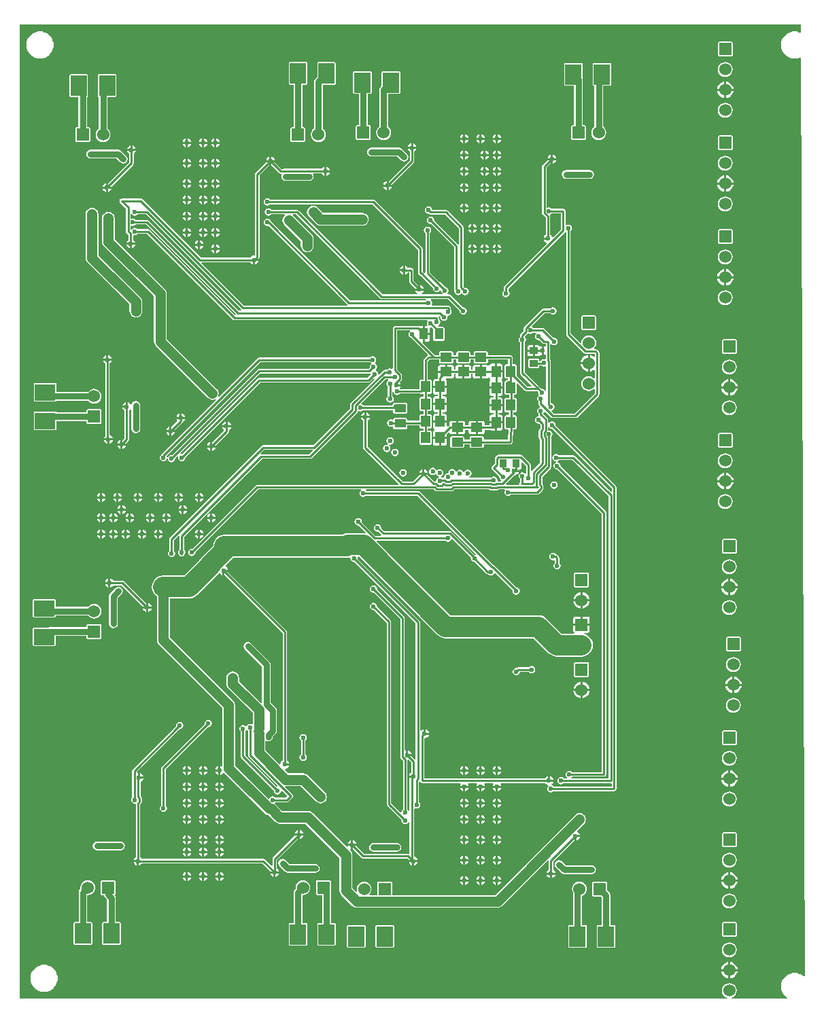
<source format=gbl>
G04 Layer_Physical_Order=4*
G04 Layer_Color=16711680*
%FSLAX25Y25*%
%MOIN*%
G70*
G01*
G75*
%ADD10R,0.03937X0.03543*%
%ADD19R,0.04528X0.05709*%
%ADD20R,0.04134X0.05512*%
%ADD21R,0.05512X0.04134*%
%ADD22R,0.05709X0.04528*%
%ADD23R,0.03543X0.03937*%
%ADD27C,0.00984*%
%ADD28C,0.01000*%
%ADD30C,0.03000*%
%ADD31C,0.05000*%
%ADD32R,0.06000X0.06000*%
%ADD33C,0.06000*%
%ADD34R,0.06000X0.06000*%
%ADD35C,0.02362*%
%ADD36R,0.09842X0.07874*%
%ADD37R,0.07874X0.09842*%
%ADD38C,0.10000*%
G36*
X486996Y538000D02*
X487011Y534424D01*
X486629Y534198D01*
X486512Y534178D01*
X486496Y534192D01*
X485365Y534535D01*
X485298Y534528D01*
X485240Y534559D01*
X484064Y534675D01*
X484031Y534665D01*
X484000Y534679D01*
X483969Y534665D01*
X483936Y534675D01*
X482760Y534559D01*
X482701Y534528D01*
X482635Y534535D01*
X481504Y534192D01*
X481453Y534149D01*
X481387Y534143D01*
X480344Y533586D01*
X480302Y533534D01*
X480238Y533515D01*
X479325Y532765D01*
X479293Y532706D01*
X479235Y532675D01*
X478485Y531762D01*
X478466Y531698D01*
X478414Y531656D01*
X477857Y530613D01*
X477851Y530547D01*
X477808Y530496D01*
X477465Y529365D01*
X477472Y529298D01*
X477441Y529240D01*
X477325Y528064D01*
X477344Y528000D01*
X477325Y527936D01*
X477441Y526760D01*
X477472Y526701D01*
X477465Y526635D01*
X477808Y525504D01*
X477851Y525453D01*
X477857Y525387D01*
X478414Y524344D01*
X478466Y524302D01*
X478485Y524238D01*
X479235Y523325D01*
X479293Y523293D01*
X479325Y523235D01*
X480238Y522485D01*
X480302Y522466D01*
X480344Y522414D01*
X481387Y521857D01*
X481453Y521851D01*
X481504Y521808D01*
X482635Y521465D01*
X482701Y521472D01*
X482760Y521441D01*
X483936Y521325D01*
X483969Y521335D01*
X484000Y521321D01*
X484031Y521335D01*
X484064Y521325D01*
X485240Y521441D01*
X485298Y521472D01*
X485365Y521465D01*
X486496Y521808D01*
X486547Y521851D01*
X486563Y521852D01*
X486714Y521822D01*
X487064Y521613D01*
X488949Y71187D01*
X488450Y70950D01*
X487761Y71515D01*
X487698Y71534D01*
X487656Y71586D01*
X486613Y72143D01*
X486547Y72149D01*
X486496Y72192D01*
X485365Y72535D01*
X485298Y72528D01*
X485240Y72559D01*
X484064Y72675D01*
X484031Y72666D01*
X484000Y72679D01*
X483969Y72666D01*
X483936Y72675D01*
X482760Y72559D01*
X482701Y72528D01*
X482635Y72535D01*
X481504Y72192D01*
X481453Y72149D01*
X481387Y72143D01*
X480344Y71586D01*
X480302Y71534D01*
X480238Y71515D01*
X479325Y70765D01*
X479293Y70706D01*
X479235Y70675D01*
X478485Y69762D01*
X478466Y69698D01*
X478414Y69656D01*
X477857Y68613D01*
X477851Y68547D01*
X477808Y68496D01*
X477465Y67365D01*
X477472Y67299D01*
X477441Y67240D01*
X477325Y66064D01*
X477344Y66000D01*
X477325Y65936D01*
X477441Y64760D01*
X477472Y64701D01*
X477465Y64635D01*
X477808Y63504D01*
X477851Y63453D01*
X477857Y63387D01*
X478414Y62344D01*
X478466Y62302D01*
X478485Y62239D01*
X479235Y61325D01*
X479293Y61294D01*
X479325Y61235D01*
X480220Y60500D01*
X480223Y60455D01*
X480049Y60000D01*
X453010D01*
X452940Y60493D01*
X453816Y60855D01*
X454568Y61432D01*
X455145Y62185D01*
X455507Y63060D01*
X455631Y64000D01*
X455507Y64940D01*
X455145Y65816D01*
X454568Y66568D01*
X453816Y67145D01*
X452940Y67507D01*
X452000Y67631D01*
X451060Y67507D01*
X450184Y67145D01*
X449432Y66568D01*
X448855Y65816D01*
X448493Y64940D01*
X448369Y64000D01*
X448493Y63060D01*
X448855Y62185D01*
X449432Y61432D01*
X450184Y60855D01*
X451060Y60493D01*
X450990Y60000D01*
X104000Y60000D01*
Y538000D01*
X486996Y538000D01*
D02*
G37*
%LPC*%
G36*
X453500Y217969D02*
X452956Y217897D01*
X451983Y217494D01*
X451147Y216853D01*
X450506Y216017D01*
X450103Y215044D01*
X450031Y214500D01*
X453500D01*
Y217969D01*
D02*
G37*
G36*
X454500D02*
Y214500D01*
X457969D01*
X457897Y215044D01*
X457494Y216017D01*
X456853Y216853D01*
X456017Y217494D01*
X455044Y217897D01*
X454500Y217969D01*
D02*
G37*
G36*
X453500Y213500D02*
X450031D01*
X450103Y212956D01*
X450506Y211983D01*
X451147Y211147D01*
X451983Y210506D01*
X452956Y210103D01*
X453500Y210031D01*
Y213500D01*
D02*
G37*
G36*
X457969D02*
X454500D01*
Y210031D01*
X455044Y210103D01*
X456017Y210506D01*
X456853Y211147D01*
X457494Y211983D01*
X457897Y212956D01*
X457969Y213500D01*
D02*
G37*
G36*
X454000Y227631D02*
X453060Y227507D01*
X452184Y227145D01*
X451432Y226568D01*
X450855Y225816D01*
X450493Y224940D01*
X450369Y224000D01*
X450493Y223060D01*
X450855Y222184D01*
X451432Y221432D01*
X452184Y220855D01*
X453060Y220493D01*
X454000Y220369D01*
X454940Y220493D01*
X455816Y220855D01*
X456568Y221432D01*
X457145Y222184D01*
X457507Y223060D01*
X457631Y224000D01*
X457507Y224940D01*
X457145Y225816D01*
X456568Y226568D01*
X455816Y227145D01*
X454940Y227507D01*
X454000Y227631D01*
D02*
G37*
G36*
X152500Y262141D02*
X151681Y261978D01*
X150986Y261514D01*
X148486Y259014D01*
X148022Y258319D01*
X147859Y257500D01*
Y244000D01*
X148022Y243181D01*
X148486Y242486D01*
X149181Y242022D01*
X150000Y241859D01*
X150819Y242022D01*
X151514Y242486D01*
X151978Y243181D01*
X152141Y244000D01*
Y256613D01*
X154014Y258486D01*
X154478Y259181D01*
X154641Y260000D01*
X154478Y260819D01*
X154014Y261514D01*
X153319Y261978D01*
X152500Y262141D01*
D02*
G37*
G36*
X120921Y256086D02*
X111079D01*
X110619Y255896D01*
X110429Y255437D01*
Y247563D01*
X110619Y247104D01*
X111079Y246914D01*
X120921D01*
X121380Y247104D01*
X121571Y247563D01*
Y247959D01*
X137605D01*
X137932Y247533D01*
X138684Y246955D01*
X139560Y246593D01*
X140500Y246469D01*
X141440Y246593D01*
X142315Y246955D01*
X143068Y247533D01*
X143645Y248285D01*
X144007Y249160D01*
X144131Y250100D01*
X144007Y251040D01*
X143645Y251916D01*
X143068Y252667D01*
X142315Y253245D01*
X141440Y253607D01*
X140500Y253731D01*
X139560Y253607D01*
X138684Y253245D01*
X137932Y252667D01*
X137605Y252241D01*
X121571D01*
Y255437D01*
X121380Y255896D01*
X120921Y256086D01*
D02*
G37*
G36*
X457000Y237649D02*
X451000D01*
X450541Y237459D01*
X450351Y237000D01*
Y231000D01*
X450541Y230541D01*
X451000Y230351D01*
X457000D01*
X457459Y230541D01*
X457649Y231000D01*
Y237000D01*
X457459Y237459D01*
X457000Y237649D01*
D02*
G37*
G36*
X143500Y243749D02*
X137500D01*
X137041Y243559D01*
X136851Y243100D01*
Y242241D01*
X118576D01*
X117917Y242110D01*
X111079D01*
X110619Y241920D01*
X110429Y241461D01*
Y233587D01*
X110619Y233127D01*
X111079Y232937D01*
X120921D01*
X121380Y233127D01*
X121571Y233587D01*
Y237959D01*
X136851D01*
Y237100D01*
X137041Y236641D01*
X137500Y236451D01*
X143500D01*
X143959Y236641D01*
X144149Y237100D01*
Y243100D01*
X143959Y243559D01*
X143500Y243749D01*
D02*
G37*
G36*
X454000Y207631D02*
X453060Y207507D01*
X452184Y207145D01*
X451432Y206568D01*
X450855Y205816D01*
X450493Y204940D01*
X450369Y204000D01*
X450493Y203060D01*
X450855Y202185D01*
X451432Y201432D01*
X452184Y200855D01*
X453060Y200493D01*
X454000Y200369D01*
X454940Y200493D01*
X455816Y200855D01*
X456568Y201432D01*
X457145Y202185D01*
X457507Y203060D01*
X457631Y204000D01*
X457507Y204940D01*
X457145Y205816D01*
X456568Y206568D01*
X455816Y207145D01*
X454940Y207507D01*
X454000Y207631D01*
D02*
G37*
G36*
X201500Y174124D02*
X201149Y174055D01*
X200428Y173573D01*
X199945Y172851D01*
X199876Y172500D01*
X201500D01*
Y174124D01*
D02*
G37*
G36*
X452000Y181631D02*
X451060Y181507D01*
X450184Y181145D01*
X449432Y180568D01*
X448855Y179815D01*
X448493Y178940D01*
X448369Y178000D01*
X448493Y177060D01*
X448855Y176184D01*
X449432Y175432D01*
X450184Y174855D01*
X451060Y174493D01*
X452000Y174369D01*
X452940Y174493D01*
X453816Y174855D01*
X454568Y175432D01*
X455145Y176184D01*
X455507Y177060D01*
X455631Y178000D01*
X455507Y178940D01*
X455145Y179815D01*
X454568Y180568D01*
X453816Y181145D01*
X452940Y181507D01*
X452000Y181631D01*
D02*
G37*
G36*
X193500Y174124D02*
X193149Y174055D01*
X192428Y173573D01*
X191946Y172851D01*
X191876Y172500D01*
X193500D01*
Y174124D01*
D02*
G37*
G36*
X194500D02*
Y172500D01*
X196124D01*
X196054Y172851D01*
X195572Y173573D01*
X194851Y174055D01*
X194500Y174124D01*
D02*
G37*
G36*
X243000Y189816D02*
X242305Y189678D01*
X241716Y189284D01*
X241322Y188695D01*
X241184Y188000D01*
X241322Y187305D01*
X241716Y186716D01*
X241879Y186607D01*
Y179893D01*
X241716Y179784D01*
X241322Y179195D01*
X241184Y178500D01*
X241322Y177805D01*
X241716Y177216D01*
X242305Y176822D01*
X243000Y176684D01*
X243695Y176822D01*
X244284Y177216D01*
X244678Y177805D01*
X244816Y178500D01*
X244678Y179195D01*
X244284Y179784D01*
X244122Y179893D01*
Y186607D01*
X244284Y186716D01*
X244678Y187305D01*
X244816Y188000D01*
X244678Y188695D01*
X244284Y189284D01*
X243695Y189678D01*
X243000Y189816D01*
D02*
G37*
G36*
X182500Y195816D02*
X181805Y195678D01*
X181216Y195284D01*
X180822Y194695D01*
X180684Y194000D01*
X180722Y193808D01*
X159426Y172512D01*
X159183Y172148D01*
X159097Y171719D01*
X159097Y171719D01*
Y158607D01*
X158822Y158195D01*
X158684Y157500D01*
X158822Y156805D01*
X159216Y156216D01*
X159805Y155822D01*
X160500Y155684D01*
X160878Y155373D01*
Y129374D01*
X160427Y129072D01*
X159945Y128351D01*
X159876Y128000D01*
X162000D01*
Y127500D01*
X162500D01*
Y125376D01*
X162851Y125445D01*
X163573Y125927D01*
X163874Y126378D01*
X223035D01*
X226882Y122532D01*
X226876Y122500D01*
X231124D01*
X231055Y122851D01*
X230573Y123573D01*
X230121Y123874D01*
Y128035D01*
X240468Y138382D01*
X240500Y138376D01*
Y140000D01*
X238876D01*
X238882Y139968D01*
X228207Y129293D01*
X227964Y128929D01*
X227878Y128500D01*
X227878Y128500D01*
Y125361D01*
X227416Y125170D01*
X224293Y128293D01*
X223929Y128536D01*
X223500Y128622D01*
X223500Y128622D01*
X163874D01*
X163573Y129072D01*
X163122Y129374D01*
Y155309D01*
X163574Y155762D01*
X163574Y155762D01*
X163817Y156126D01*
X163903Y156555D01*
Y158445D01*
X163903Y158445D01*
X163817Y158874D01*
X163574Y159238D01*
X163222Y159590D01*
Y166420D01*
X163351Y166446D01*
X164073Y166928D01*
X164555Y167649D01*
X164624Y168000D01*
X162500D01*
Y168500D01*
X162000D01*
Y170624D01*
X161903Y170605D01*
X161477Y170906D01*
X161442Y171355D01*
X182308Y192222D01*
X182500Y192184D01*
X183195Y192322D01*
X183784Y192716D01*
X184178Y193305D01*
X184316Y194000D01*
X184178Y194695D01*
X183784Y195284D01*
X183195Y195678D01*
X182500Y195816D01*
D02*
G37*
G36*
X196500Y196816D02*
X195805Y196678D01*
X195216Y196284D01*
X194822Y195695D01*
X194684Y195000D01*
X194722Y194808D01*
X173707Y173793D01*
X173464Y173429D01*
X173378Y173000D01*
X173378Y173000D01*
Y154893D01*
X173216Y154784D01*
X172822Y154195D01*
X172684Y153500D01*
X172822Y152805D01*
X173216Y152216D01*
X173805Y151822D01*
X174500Y151684D01*
X175195Y151822D01*
X175784Y152216D01*
X176178Y152805D01*
X176316Y153500D01*
X176178Y154195D01*
X175784Y154784D01*
X175622Y154893D01*
Y172535D01*
X196308Y193222D01*
X196500Y193184D01*
X197195Y193322D01*
X197784Y193716D01*
X198178Y194305D01*
X198316Y195000D01*
X198178Y195695D01*
X197784Y196284D01*
X197195Y196678D01*
X196500Y196816D01*
D02*
G37*
G36*
X294500Y181624D02*
Y180000D01*
X296124D01*
X296055Y180351D01*
X295572Y181072D01*
X294851Y181554D01*
X294500Y181624D01*
D02*
G37*
G36*
X455000Y191649D02*
X449000D01*
X448541Y191459D01*
X448351Y191000D01*
Y185000D01*
X448541Y184541D01*
X449000Y184351D01*
X455000D01*
X455459Y184541D01*
X455649Y185000D01*
Y191000D01*
X455459Y191459D01*
X455000Y191649D01*
D02*
G37*
G36*
Y285649D02*
X449000D01*
X448541Y285459D01*
X448351Y285000D01*
Y279000D01*
X448541Y278541D01*
X449000Y278351D01*
X455000D01*
X455459Y278541D01*
X455649Y279000D01*
Y285000D01*
X455459Y285459D01*
X455000Y285649D01*
D02*
G37*
G36*
X143500Y287500D02*
X141876D01*
X141946Y287149D01*
X142428Y286427D01*
X143149Y285945D01*
X143500Y285876D01*
Y287500D01*
D02*
G37*
G36*
X147500Y266124D02*
X147149Y266055D01*
X146428Y265573D01*
X145946Y264851D01*
X145876Y264500D01*
X147500D01*
Y266124D01*
D02*
G37*
G36*
X452000Y275631D02*
X451060Y275507D01*
X450184Y275145D01*
X449432Y274568D01*
X448855Y273815D01*
X448493Y272940D01*
X448369Y272000D01*
X448493Y271060D01*
X448855Y270184D01*
X449432Y269432D01*
X450184Y268855D01*
X451060Y268493D01*
X452000Y268369D01*
X452940Y268493D01*
X453816Y268855D01*
X454568Y269432D01*
X455145Y270184D01*
X455507Y271060D01*
X455631Y272000D01*
X455507Y272940D01*
X455145Y273815D01*
X454568Y274568D01*
X453816Y275145D01*
X452940Y275507D01*
X452000Y275631D01*
D02*
G37*
G36*
X146124Y287500D02*
X144500D01*
Y285876D01*
X144851Y285945D01*
X145572Y286427D01*
X146054Y287149D01*
X146124Y287500D01*
D02*
G37*
G36*
X155500D02*
X153876D01*
X153946Y287149D01*
X154428Y286427D01*
X155149Y285945D01*
X155500Y285876D01*
Y287500D01*
D02*
G37*
G36*
X158124D02*
X156500D01*
Y285876D01*
X156851Y285945D01*
X157572Y286427D01*
X158054Y287149D01*
X158124Y287500D01*
D02*
G37*
G36*
X149500D02*
X147876D01*
X147945Y287149D01*
X148427Y286427D01*
X149149Y285945D01*
X149500Y285876D01*
Y287500D01*
D02*
G37*
G36*
X152124D02*
X150500D01*
Y285876D01*
X150851Y285945D01*
X151573Y286427D01*
X152055Y287149D01*
X152124Y287500D01*
D02*
G37*
G36*
X452500Y265969D02*
Y262500D01*
X455969D01*
X455897Y263044D01*
X455494Y264017D01*
X454853Y264853D01*
X454017Y265494D01*
X453044Y265897D01*
X452500Y265969D01*
D02*
G37*
G36*
X168624Y251500D02*
X167000D01*
Y249876D01*
X167351Y249945D01*
X168072Y250428D01*
X168554Y251149D01*
X168624Y251500D01*
D02*
G37*
G36*
X148500Y266124D02*
Y264000D01*
Y261876D01*
X148851Y261945D01*
X149573Y262427D01*
X149874Y262878D01*
X154035D01*
X164382Y252532D01*
X164376Y252500D01*
X166000D01*
Y254124D01*
X165968Y254118D01*
X155293Y264793D01*
X154929Y265036D01*
X154500Y265122D01*
X154500Y265122D01*
X149874D01*
X149573Y265573D01*
X148851Y266055D01*
X148500Y266124D01*
D02*
G37*
G36*
X452000Y255631D02*
X451060Y255507D01*
X450184Y255145D01*
X449432Y254568D01*
X448855Y253816D01*
X448493Y252940D01*
X448369Y252000D01*
X448493Y251060D01*
X448855Y250184D01*
X449432Y249432D01*
X450184Y248855D01*
X451060Y248493D01*
X452000Y248369D01*
X452940Y248493D01*
X453816Y248855D01*
X454568Y249432D01*
X455145Y250184D01*
X455507Y251060D01*
X455631Y252000D01*
X455507Y252940D01*
X455145Y253816D01*
X454568Y254568D01*
X453816Y255145D01*
X452940Y255507D01*
X452000Y255631D01*
D02*
G37*
G36*
X166000Y251500D02*
X164376D01*
X164445Y251149D01*
X164927Y250428D01*
X165649Y249945D01*
X166000Y249876D01*
Y251500D01*
D02*
G37*
G36*
X167000Y254124D02*
Y252500D01*
X168624D01*
X168554Y252851D01*
X168072Y253573D01*
X167351Y254055D01*
X167000Y254124D01*
D02*
G37*
G36*
X147500Y263500D02*
X145876D01*
X145946Y263149D01*
X146428Y262427D01*
X147149Y261945D01*
X147500Y261876D01*
Y263500D01*
D02*
G37*
G36*
X451500Y265969D02*
X450956Y265897D01*
X449983Y265494D01*
X449147Y264853D01*
X448506Y264017D01*
X448103Y263044D01*
X448031Y262500D01*
X451500D01*
Y265969D01*
D02*
G37*
G36*
Y261500D02*
X448031D01*
X448103Y260956D01*
X448506Y259983D01*
X449147Y259147D01*
X449983Y258506D01*
X450956Y258103D01*
X451500Y258031D01*
Y261500D01*
D02*
G37*
G36*
X455969D02*
X452500D01*
Y258031D01*
X453044Y258103D01*
X454017Y258506D01*
X454853Y259147D01*
X455494Y259983D01*
X455897Y260956D01*
X455969Y261500D01*
D02*
G37*
G36*
X201500Y163500D02*
X199876D01*
X199945Y163149D01*
X200428Y162427D01*
X201149Y161945D01*
X201500Y161876D01*
Y163500D01*
D02*
G37*
G36*
X204124D02*
X202500D01*
Y161876D01*
X202851Y161945D01*
X203573Y162427D01*
X204054Y163149D01*
X204124Y163500D01*
D02*
G37*
G36*
X193500D02*
X191876D01*
X191946Y163149D01*
X192428Y162427D01*
X193149Y161945D01*
X193500Y161876D01*
Y163500D01*
D02*
G37*
G36*
X196124D02*
X194500D01*
Y161876D01*
X194851Y161945D01*
X195572Y162427D01*
X196054Y163149D01*
X196124Y163500D01*
D02*
G37*
G36*
X321500D02*
X319876D01*
X319945Y163149D01*
X320427Y162427D01*
X321149Y161945D01*
X321500Y161876D01*
Y163500D01*
D02*
G37*
G36*
X332124D02*
X330500D01*
Y161876D01*
X330851Y161945D01*
X331573Y162427D01*
X332055Y163149D01*
X332124Y163500D01*
D02*
G37*
G36*
X337500D02*
X335876D01*
X335945Y163149D01*
X336427Y162427D01*
X337149Y161945D01*
X337500Y161876D01*
Y163500D01*
D02*
G37*
G36*
X324124D02*
X322500D01*
Y161876D01*
X322851Y161945D01*
X323572Y162427D01*
X324055Y163149D01*
X324124Y163500D01*
D02*
G37*
G36*
X329500D02*
X327876D01*
X327945Y163149D01*
X328428Y162427D01*
X329149Y161945D01*
X329500Y161876D01*
Y163500D01*
D02*
G37*
G36*
X188124D02*
X186500D01*
Y161876D01*
X186851Y161945D01*
X187573Y162427D01*
X188055Y163149D01*
X188124Y163500D01*
D02*
G37*
G36*
X321500Y158124D02*
X321149Y158054D01*
X320427Y157572D01*
X319945Y156851D01*
X319876Y156500D01*
X321500D01*
Y158124D01*
D02*
G37*
G36*
X322500D02*
Y156500D01*
X324124D01*
X324055Y156851D01*
X323572Y157572D01*
X322851Y158054D01*
X322500Y158124D01*
D02*
G37*
G36*
X201500D02*
X201149Y158054D01*
X200428Y157572D01*
X199945Y156851D01*
X199876Y156500D01*
X201500D01*
Y158124D01*
D02*
G37*
G36*
X202500D02*
Y156500D01*
X204124D01*
X204054Y156851D01*
X203573Y157572D01*
X202851Y158054D01*
X202500Y158124D01*
D02*
G37*
G36*
X329500D02*
X329149Y158054D01*
X328428Y157572D01*
X327945Y156851D01*
X327876Y156500D01*
X329500D01*
Y158124D01*
D02*
G37*
G36*
X338500D02*
Y156500D01*
X340124D01*
X340055Y156851D01*
X339573Y157572D01*
X338851Y158054D01*
X338500Y158124D01*
D02*
G37*
G36*
X185500Y163500D02*
X183876D01*
X183946Y163149D01*
X184427Y162427D01*
X185149Y161945D01*
X185500Y161876D01*
Y163500D01*
D02*
G37*
G36*
X330500Y158124D02*
Y156500D01*
X332124D01*
X332055Y156851D01*
X331573Y157572D01*
X330851Y158054D01*
X330500Y158124D01*
D02*
G37*
G36*
X337500D02*
X337149Y158054D01*
X336427Y157572D01*
X335945Y156851D01*
X335876Y156500D01*
X337500D01*
Y158124D01*
D02*
G37*
G36*
X185500Y171500D02*
X183876D01*
X183946Y171149D01*
X184427Y170428D01*
X185149Y169946D01*
X185500Y169876D01*
Y171500D01*
D02*
G37*
G36*
X188124D02*
X186500D01*
Y169876D01*
X186851Y169946D01*
X187573Y170428D01*
X188055Y171149D01*
X188124Y171500D01*
D02*
G37*
G36*
X452500Y171969D02*
Y168500D01*
X455969D01*
X455897Y169044D01*
X455494Y170017D01*
X454853Y170853D01*
X454017Y171494D01*
X453044Y171897D01*
X452500Y171969D01*
D02*
G37*
G36*
X163000Y170624D02*
Y169000D01*
X164624D01*
X164555Y169351D01*
X164073Y170072D01*
X163351Y170554D01*
X163000Y170624D01*
D02*
G37*
G36*
X193500Y171500D02*
X191876D01*
X191946Y171149D01*
X192428Y170428D01*
X193149Y169946D01*
X193500Y169876D01*
Y171500D01*
D02*
G37*
G36*
X185500Y174124D02*
X185149Y174055D01*
X184427Y173573D01*
X183946Y172851D01*
X183876Y172500D01*
X185500D01*
Y174124D01*
D02*
G37*
G36*
X186500D02*
Y172500D01*
X188124D01*
X188055Y172851D01*
X187573Y173573D01*
X186851Y174055D01*
X186500Y174124D01*
D02*
G37*
G36*
X196124Y171500D02*
X194500D01*
Y169876D01*
X194851Y169946D01*
X195572Y170428D01*
X196054Y171149D01*
X196124Y171500D01*
D02*
G37*
G36*
X201500D02*
X199876D01*
X199945Y171149D01*
X200428Y170428D01*
X201149Y169946D01*
X201500Y169876D01*
Y171500D01*
D02*
G37*
G36*
X451500Y171969D02*
X450956Y171897D01*
X449983Y171494D01*
X449147Y170853D01*
X448506Y170017D01*
X448103Y169044D01*
X448031Y168500D01*
X451500D01*
Y171969D01*
D02*
G37*
G36*
X455969Y167500D02*
X452500D01*
Y164031D01*
X453044Y164103D01*
X454017Y164506D01*
X454853Y165147D01*
X455494Y165983D01*
X455897Y166956D01*
X455969Y167500D01*
D02*
G37*
G36*
X185500Y166124D02*
X185149Y166054D01*
X184427Y165573D01*
X183946Y164851D01*
X183876Y164500D01*
X185500D01*
Y166124D01*
D02*
G37*
G36*
X340124Y163500D02*
X338500D01*
Y161876D01*
X338851Y161945D01*
X339573Y162427D01*
X340055Y163149D01*
X340124Y163500D01*
D02*
G37*
G36*
X451500Y167500D02*
X448031D01*
X448103Y166956D01*
X448506Y165983D01*
X449147Y165147D01*
X449983Y164506D01*
X450956Y164103D01*
X451500Y164031D01*
Y167500D01*
D02*
G37*
G36*
X186500Y166124D02*
Y164500D01*
X188124D01*
X188055Y164851D01*
X187573Y165573D01*
X186851Y166054D01*
X186500Y166124D01*
D02*
G37*
G36*
X201500D02*
X201149Y166054D01*
X200428Y165573D01*
X199945Y164851D01*
X199876Y164500D01*
X201500D01*
Y166124D01*
D02*
G37*
G36*
X202500D02*
Y164500D01*
X204124D01*
X204054Y164851D01*
X203573Y165573D01*
X202851Y166054D01*
X202500Y166124D01*
D02*
G37*
G36*
X193500D02*
X193149Y166054D01*
X192428Y165573D01*
X191946Y164851D01*
X191876Y164500D01*
X193500D01*
Y166124D01*
D02*
G37*
G36*
X194500D02*
Y164500D01*
X196124D01*
X196054Y164851D01*
X195572Y165573D01*
X194851Y166054D01*
X194500Y166124D01*
D02*
G37*
G36*
X184500Y302124D02*
Y300500D01*
X186124D01*
X186055Y300851D01*
X185573Y301572D01*
X184851Y302055D01*
X184500Y302124D01*
D02*
G37*
G36*
X143500Y305500D02*
X141876D01*
X141946Y305149D01*
X142428Y304428D01*
X143149Y303945D01*
X143500Y303876D01*
Y305500D01*
D02*
G37*
G36*
X154500Y302124D02*
Y300500D01*
X156124D01*
X156054Y300851D01*
X155572Y301572D01*
X154851Y302055D01*
X154500Y302124D01*
D02*
G37*
G36*
X183500D02*
X183149Y302055D01*
X182428Y301572D01*
X181946Y300851D01*
X181876Y300500D01*
X183500D01*
Y302124D01*
D02*
G37*
G36*
X146124Y305500D02*
X144500D01*
Y303876D01*
X144851Y303945D01*
X145572Y304428D01*
X146054Y305149D01*
X146124Y305500D01*
D02*
G37*
G36*
X161500D02*
X159876D01*
X159945Y305149D01*
X160427Y304428D01*
X161149Y303945D01*
X161500Y303876D01*
Y305500D01*
D02*
G37*
G36*
X164124D02*
X162500D01*
Y303876D01*
X162851Y303945D01*
X163573Y304428D01*
X164055Y305149D01*
X164124Y305500D01*
D02*
G37*
G36*
X151500D02*
X149876D01*
X149945Y305149D01*
X150427Y304428D01*
X151149Y303945D01*
X151500Y303876D01*
Y305500D01*
D02*
G37*
G36*
X154124D02*
X152500D01*
Y303876D01*
X152851Y303945D01*
X153572Y304428D01*
X154054Y305149D01*
X154124Y305500D01*
D02*
G37*
G36*
X153500Y302124D02*
X153149Y302055D01*
X152427Y301572D01*
X151945Y300851D01*
X151876Y300500D01*
X153500D01*
Y302124D01*
D02*
G37*
G36*
X197500Y298124D02*
X197149Y298055D01*
X196428Y297572D01*
X195946Y296851D01*
X195876Y296500D01*
X197500D01*
Y298124D01*
D02*
G37*
G36*
X198500D02*
Y296500D01*
X200124D01*
X200055Y296851D01*
X199573Y297572D01*
X198851Y298055D01*
X198500Y298124D01*
D02*
G37*
G36*
X175500D02*
X175149Y298055D01*
X174427Y297572D01*
X173945Y296851D01*
X173876Y296500D01*
X175500D01*
Y298124D01*
D02*
G37*
G36*
X176500D02*
Y296500D01*
X178124D01*
X178054Y296851D01*
X177573Y297572D01*
X176851Y298055D01*
X176500Y298124D01*
D02*
G37*
G36*
X153500Y299500D02*
X151876D01*
X151945Y299149D01*
X152427Y298428D01*
X153149Y297945D01*
X153500Y297876D01*
Y299500D01*
D02*
G37*
G36*
X186124D02*
X184500D01*
Y297876D01*
X184851Y297945D01*
X185573Y298428D01*
X186055Y299149D01*
X186124Y299500D01*
D02*
G37*
G36*
X450000Y307631D02*
X449060Y307507D01*
X448184Y307145D01*
X447432Y306568D01*
X446855Y305816D01*
X446493Y304940D01*
X446369Y304000D01*
X446493Y303060D01*
X446855Y302185D01*
X447432Y301432D01*
X448184Y300855D01*
X449060Y300493D01*
X450000Y300369D01*
X450940Y300493D01*
X451816Y300855D01*
X452568Y301432D01*
X453145Y302185D01*
X453507Y303060D01*
X453631Y304000D01*
X453507Y304940D01*
X453145Y305816D01*
X452568Y306568D01*
X451816Y307145D01*
X450940Y307507D01*
X450000Y307631D01*
D02*
G37*
G36*
X156124Y299500D02*
X154500D01*
Y297876D01*
X154851Y297945D01*
X155572Y298428D01*
X156054Y299149D01*
X156124Y299500D01*
D02*
G37*
G36*
X183500D02*
X181876D01*
X181946Y299149D01*
X182428Y298428D01*
X183149Y297945D01*
X183500Y297876D01*
Y299500D01*
D02*
G37*
G36*
X171500Y308124D02*
X171149Y308055D01*
X170428Y307573D01*
X169946Y306851D01*
X169876Y306500D01*
X171500D01*
Y308124D01*
D02*
G37*
G36*
X172500D02*
Y306500D01*
X174124D01*
X174055Y306851D01*
X173573Y307573D01*
X172851Y308055D01*
X172500Y308124D01*
D02*
G37*
G36*
X161500D02*
X161149Y308055D01*
X160427Y307573D01*
X159945Y306851D01*
X159876Y306500D01*
X161500D01*
Y308124D01*
D02*
G37*
G36*
X162500D02*
Y306500D01*
X164124D01*
X164055Y306851D01*
X163573Y307573D01*
X162851Y308055D01*
X162500Y308124D01*
D02*
G37*
G36*
X181500D02*
X181149Y308055D01*
X180428Y307573D01*
X179946Y306851D01*
X179876Y306500D01*
X181500D01*
Y308124D01*
D02*
G37*
G36*
X192500D02*
Y306500D01*
X194124D01*
X194054Y306851D01*
X193572Y307573D01*
X192851Y308055D01*
X192500Y308124D01*
D02*
G37*
G36*
X449500Y313500D02*
X446031D01*
X446103Y312956D01*
X446506Y311983D01*
X447147Y311147D01*
X447983Y310506D01*
X448956Y310103D01*
X449500Y310031D01*
Y313500D01*
D02*
G37*
G36*
X182500Y308124D02*
Y306500D01*
X184124D01*
X184055Y306851D01*
X183572Y307573D01*
X182851Y308055D01*
X182500Y308124D01*
D02*
G37*
G36*
X191500D02*
X191149Y308055D01*
X190427Y307573D01*
X189945Y306851D01*
X189876Y306500D01*
X191500D01*
Y308124D01*
D02*
G37*
G36*
X152500D02*
Y306500D01*
X154124D01*
X154054Y306851D01*
X153572Y307573D01*
X152851Y308055D01*
X152500Y308124D01*
D02*
G37*
G36*
X181500Y305500D02*
X179876D01*
X179946Y305149D01*
X180428Y304428D01*
X181149Y303945D01*
X181500Y303876D01*
Y305500D01*
D02*
G37*
G36*
X184124D02*
X182500D01*
Y303876D01*
X182851Y303945D01*
X183572Y304428D01*
X184055Y305149D01*
X184124Y305500D01*
D02*
G37*
G36*
X171500D02*
X169876D01*
X169946Y305149D01*
X170428Y304428D01*
X171149Y303945D01*
X171500Y303876D01*
Y305500D01*
D02*
G37*
G36*
X174124D02*
X172500D01*
Y303876D01*
X172851Y303945D01*
X173573Y304428D01*
X174055Y305149D01*
X174124Y305500D01*
D02*
G37*
G36*
X191500D02*
X189876D01*
X189945Y305149D01*
X190427Y304428D01*
X191149Y303945D01*
X191500Y303876D01*
Y305500D01*
D02*
G37*
G36*
X144500Y308124D02*
Y306500D01*
X146124D01*
X146054Y306851D01*
X145572Y307573D01*
X144851Y308055D01*
X144500Y308124D01*
D02*
G37*
G36*
X151500D02*
X151149Y308055D01*
X150427Y307573D01*
X149945Y306851D01*
X149876Y306500D01*
X151500D01*
Y308124D01*
D02*
G37*
G36*
X194124Y305500D02*
X192500D01*
Y303876D01*
X192851Y303945D01*
X193572Y304428D01*
X194054Y305149D01*
X194124Y305500D01*
D02*
G37*
G36*
X143500Y308124D02*
X143149Y308055D01*
X142428Y307573D01*
X141946Y306851D01*
X141876Y306500D01*
X143500D01*
Y308124D01*
D02*
G37*
G36*
X163500Y290124D02*
X163149Y290055D01*
X162427Y289573D01*
X161945Y288851D01*
X161876Y288500D01*
X163500D01*
Y290124D01*
D02*
G37*
G36*
X164500D02*
Y288500D01*
X166124D01*
X166054Y288851D01*
X165573Y289573D01*
X164851Y290055D01*
X164500Y290124D01*
D02*
G37*
G36*
X155500D02*
X155149Y290055D01*
X154428Y289573D01*
X153946Y288851D01*
X153876Y288500D01*
X155500D01*
Y290124D01*
D02*
G37*
G36*
X156500D02*
Y288500D01*
X158124D01*
X158054Y288851D01*
X157572Y289573D01*
X156851Y290055D01*
X156500Y290124D01*
D02*
G37*
G36*
X171500D02*
X171149Y290055D01*
X170428Y289573D01*
X169946Y288851D01*
X169876Y288500D01*
X171500D01*
Y290124D01*
D02*
G37*
G36*
X192500D02*
Y288500D01*
X194124D01*
X194054Y288851D01*
X193572Y289573D01*
X192851Y290055D01*
X192500Y290124D01*
D02*
G37*
G36*
X143500Y295500D02*
X141876D01*
X141946Y295149D01*
X142428Y294427D01*
X143149Y293945D01*
X143500Y293876D01*
Y295500D01*
D02*
G37*
G36*
X172500Y290124D02*
Y288500D01*
X174124D01*
X174055Y288851D01*
X173573Y289573D01*
X172851Y290055D01*
X172500Y290124D01*
D02*
G37*
G36*
X191500D02*
X191149Y290055D01*
X190427Y289573D01*
X189945Y288851D01*
X189876Y288500D01*
X191500D01*
Y290124D01*
D02*
G37*
G36*
X150500D02*
Y288500D01*
X152124D01*
X152055Y288851D01*
X151573Y289573D01*
X150851Y290055D01*
X150500Y290124D01*
D02*
G37*
G36*
X171500Y287500D02*
X169876D01*
X169946Y287149D01*
X170428Y286427D01*
X171149Y285945D01*
X171500Y285876D01*
Y287500D01*
D02*
G37*
G36*
X174124D02*
X172500D01*
Y285876D01*
X172851Y285945D01*
X173573Y286427D01*
X174055Y287149D01*
X174124Y287500D01*
D02*
G37*
G36*
X163500D02*
X161876D01*
X161945Y287149D01*
X162427Y286427D01*
X163149Y285945D01*
X163500Y285876D01*
Y287500D01*
D02*
G37*
G36*
X166124D02*
X164500D01*
Y285876D01*
X164851Y285945D01*
X165573Y286427D01*
X166054Y287149D01*
X166124Y287500D01*
D02*
G37*
G36*
X191500D02*
X189876D01*
X189945Y287149D01*
X190427Y286427D01*
X191149Y285945D01*
X191500Y285876D01*
Y287500D01*
D02*
G37*
G36*
X144500Y290124D02*
Y288500D01*
X146124D01*
X146054Y288851D01*
X145572Y289573D01*
X144851Y290055D01*
X144500Y290124D01*
D02*
G37*
G36*
X149500D02*
X149149Y290055D01*
X148427Y289573D01*
X147945Y288851D01*
X147876Y288500D01*
X149500D01*
Y290124D01*
D02*
G37*
G36*
X194124Y287500D02*
X192500D01*
Y285876D01*
X192851Y285945D01*
X193572Y286427D01*
X194054Y287149D01*
X194124Y287500D01*
D02*
G37*
G36*
X143500Y290124D02*
X143149Y290055D01*
X142428Y289573D01*
X141946Y288851D01*
X141876Y288500D01*
X143500D01*
Y290124D01*
D02*
G37*
G36*
X144500Y298124D02*
Y296500D01*
X146124D01*
X146054Y296851D01*
X145572Y297572D01*
X144851Y298055D01*
X144500Y298124D01*
D02*
G37*
G36*
X149500D02*
X149149Y298055D01*
X148427Y297572D01*
X147945Y296851D01*
X147876Y296500D01*
X149500D01*
Y298124D01*
D02*
G37*
G36*
X200124Y295500D02*
X198500D01*
Y293876D01*
X198851Y293945D01*
X199573Y294427D01*
X200055Y295149D01*
X200124Y295500D01*
D02*
G37*
G36*
X143500Y298124D02*
X143149Y298055D01*
X142428Y297572D01*
X141946Y296851D01*
X141876Y296500D01*
X143500D01*
Y298124D01*
D02*
G37*
G36*
X150500D02*
Y296500D01*
X152124D01*
X152055Y296851D01*
X151573Y297572D01*
X150851Y298055D01*
X150500Y298124D01*
D02*
G37*
G36*
X167500D02*
X167149Y298055D01*
X166428Y297572D01*
X165945Y296851D01*
X165876Y296500D01*
X167500D01*
Y298124D01*
D02*
G37*
G36*
X168500D02*
Y296500D01*
X170124D01*
X170054Y296851D01*
X169572Y297572D01*
X168851Y298055D01*
X168500Y298124D01*
D02*
G37*
G36*
X157500D02*
X157149Y298055D01*
X156428Y297572D01*
X155946Y296851D01*
X155876Y296500D01*
X157500D01*
Y298124D01*
D02*
G37*
G36*
X158500D02*
Y296500D01*
X160124D01*
X160055Y296851D01*
X159573Y297572D01*
X158851Y298055D01*
X158500Y298124D01*
D02*
G37*
G36*
X197500Y295500D02*
X195876D01*
X195946Y295149D01*
X196428Y294427D01*
X197149Y293945D01*
X197500Y293876D01*
Y295500D01*
D02*
G37*
G36*
X152124D02*
X150500D01*
Y293876D01*
X150851Y293945D01*
X151573Y294427D01*
X152055Y295149D01*
X152124Y295500D01*
D02*
G37*
G36*
X157500D02*
X155876D01*
X155946Y295149D01*
X156428Y294427D01*
X157149Y293945D01*
X157500Y293876D01*
Y295500D01*
D02*
G37*
G36*
X146124D02*
X144500D01*
Y293876D01*
X144851Y293945D01*
X145572Y294427D01*
X146054Y295149D01*
X146124Y295500D01*
D02*
G37*
G36*
X149500D02*
X147876D01*
X147945Y295149D01*
X148427Y294427D01*
X149149Y293945D01*
X149500Y293876D01*
Y295500D01*
D02*
G37*
G36*
X160124D02*
X158500D01*
Y293876D01*
X158851Y293945D01*
X159573Y294427D01*
X160055Y295149D01*
X160124Y295500D01*
D02*
G37*
G36*
X175500D02*
X173876D01*
X173945Y295149D01*
X174427Y294427D01*
X175149Y293945D01*
X175500Y293876D01*
Y295500D01*
D02*
G37*
G36*
X178124D02*
X176500D01*
Y293876D01*
X176851Y293945D01*
X177573Y294427D01*
X178054Y295149D01*
X178124Y295500D01*
D02*
G37*
G36*
X167500D02*
X165876D01*
X165945Y295149D01*
X166428Y294427D01*
X167149Y293945D01*
X167500Y293876D01*
Y295500D01*
D02*
G37*
G36*
X170124D02*
X168500D01*
Y293876D01*
X168851Y293945D01*
X169572Y294427D01*
X170054Y295149D01*
X170124Y295500D01*
D02*
G37*
G36*
X452000Y131631D02*
X451060Y131507D01*
X450184Y131145D01*
X449432Y130568D01*
X448855Y129815D01*
X448493Y128940D01*
X448369Y128000D01*
X448493Y127060D01*
X448855Y126184D01*
X449432Y125432D01*
X450184Y124855D01*
X451060Y124493D01*
X452000Y124369D01*
X452940Y124493D01*
X453816Y124855D01*
X454568Y125432D01*
X455145Y126184D01*
X455507Y127060D01*
X455631Y128000D01*
X455507Y128940D01*
X455145Y129815D01*
X454568Y130568D01*
X453816Y131145D01*
X452940Y131507D01*
X452000Y131631D01*
D02*
G37*
G36*
X161500Y127000D02*
X159876D01*
X159945Y126649D01*
X160427Y125927D01*
X161149Y125445D01*
X161500Y125376D01*
Y127000D01*
D02*
G37*
G36*
X368500Y127991D02*
X367681Y127829D01*
X366986Y127364D01*
X366522Y126670D01*
X366359Y125850D01*
X366522Y125031D01*
X366986Y124336D01*
X369486Y121836D01*
X370181Y121372D01*
X371000Y121209D01*
X384500D01*
X385319Y121372D01*
X386014Y121836D01*
X386478Y122531D01*
X386641Y123350D01*
X386478Y124170D01*
X386014Y124864D01*
X385319Y125329D01*
X384500Y125491D01*
X371887D01*
X370014Y127364D01*
X369319Y127829D01*
X368500Y127991D01*
D02*
G37*
G36*
X233000Y128641D02*
X232181Y128478D01*
X231486Y128014D01*
X231022Y127319D01*
X230859Y126500D01*
X231022Y125681D01*
X231486Y124986D01*
X233986Y122486D01*
X234681Y122022D01*
X235500Y121859D01*
X249000D01*
X249819Y122022D01*
X250514Y122486D01*
X250978Y123181D01*
X251141Y124000D01*
X250978Y124819D01*
X250514Y125514D01*
X249819Y125978D01*
X249000Y126141D01*
X236387D01*
X234514Y128014D01*
X233819Y128478D01*
X233000Y128641D01*
D02*
G37*
G36*
X296500Y127000D02*
X294876D01*
X294945Y126649D01*
X295427Y125927D01*
X296149Y125445D01*
X296500Y125376D01*
Y127000D01*
D02*
G37*
G36*
X324124Y127500D02*
X322500D01*
Y125876D01*
X322851Y125945D01*
X323572Y126427D01*
X324055Y127149D01*
X324124Y127500D01*
D02*
G37*
G36*
X329500D02*
X327876D01*
X327945Y127149D01*
X328428Y126427D01*
X329149Y125945D01*
X329500Y125876D01*
Y127500D01*
D02*
G37*
G36*
X299124Y127000D02*
X297500D01*
Y125376D01*
X297851Y125445D01*
X298572Y125927D01*
X299055Y126649D01*
X299124Y127000D01*
D02*
G37*
G36*
X321500Y127500D02*
X319876D01*
X319945Y127149D01*
X320427Y126427D01*
X321149Y125945D01*
X321500Y125876D01*
Y127500D01*
D02*
G37*
G36*
X202500Y122124D02*
Y120500D01*
X204124D01*
X204054Y120851D01*
X203573Y121572D01*
X202851Y122055D01*
X202500Y122124D01*
D02*
G37*
G36*
X228500Y121500D02*
X226876D01*
X226945Y121149D01*
X227428Y120428D01*
X228149Y119946D01*
X228500Y119876D01*
Y121500D01*
D02*
G37*
G36*
X231124D02*
X229500D01*
Y119876D01*
X229851Y119946D01*
X230573Y120428D01*
X231055Y121149D01*
X231124Y121500D01*
D02*
G37*
G36*
X364000Y120850D02*
X362376D01*
X362445Y120499D01*
X362928Y119778D01*
X363649Y119296D01*
X364000Y119226D01*
Y120850D01*
D02*
G37*
G36*
X366624D02*
X365000D01*
Y119226D01*
X365351Y119296D01*
X366073Y119778D01*
X366555Y120499D01*
X366624Y120850D01*
D02*
G37*
G36*
X185500Y122124D02*
X185149Y122055D01*
X184427Y121572D01*
X183946Y120851D01*
X183876Y120500D01*
X185500D01*
Y122124D01*
D02*
G37*
G36*
X194500D02*
Y120500D01*
X196124D01*
X196054Y120851D01*
X195572Y121572D01*
X194851Y122055D01*
X194500Y122124D01*
D02*
G37*
G36*
X201500D02*
X201149Y122055D01*
X200428Y121572D01*
X199945Y120851D01*
X199876Y120500D01*
X201500D01*
Y122124D01*
D02*
G37*
G36*
X186500D02*
Y120500D01*
X188124D01*
X188055Y120851D01*
X187573Y121572D01*
X186851Y122055D01*
X186500Y122124D01*
D02*
G37*
G36*
X193500D02*
X193149Y122055D01*
X192428Y121572D01*
X191946Y120851D01*
X191876Y120500D01*
X193500D01*
Y122124D01*
D02*
G37*
G36*
X196124Y131500D02*
X194500D01*
Y129876D01*
X194851Y129946D01*
X195572Y130428D01*
X196054Y131149D01*
X196124Y131500D01*
D02*
G37*
G36*
X201500D02*
X199876D01*
X199945Y131149D01*
X200428Y130428D01*
X201149Y129946D01*
X201500Y129876D01*
Y131500D01*
D02*
G37*
G36*
X188124D02*
X186500D01*
Y129876D01*
X186851Y129946D01*
X187573Y130428D01*
X188055Y131149D01*
X188124Y131500D01*
D02*
G37*
G36*
X193500D02*
X191876D01*
X191946Y131149D01*
X192428Y130428D01*
X193149Y129946D01*
X193500Y129876D01*
Y131500D01*
D02*
G37*
G36*
X204124D02*
X202500D01*
Y129876D01*
X202851Y129946D01*
X203573Y130428D01*
X204054Y131149D01*
X204124Y131500D01*
D02*
G37*
G36*
X186500Y134124D02*
Y132500D01*
X188124D01*
X188055Y132851D01*
X187573Y133572D01*
X186851Y134055D01*
X186500Y134124D01*
D02*
G37*
G36*
X193500D02*
X193149Y134055D01*
X192428Y133572D01*
X191946Y132851D01*
X191876Y132500D01*
X193500D01*
Y134124D01*
D02*
G37*
G36*
X288900Y136492D02*
X277400D01*
X276581Y136329D01*
X275886Y135864D01*
X275422Y135170D01*
X275259Y134350D01*
X275422Y133531D01*
X275886Y132836D01*
X276581Y132372D01*
X277400Y132209D01*
X288900D01*
X289719Y132372D01*
X290414Y132836D01*
X290878Y133531D01*
X291041Y134350D01*
X290878Y135170D01*
X290414Y135864D01*
X289719Y136329D01*
X288900Y136492D01*
D02*
G37*
G36*
X185500Y134124D02*
X185149Y134055D01*
X184427Y133572D01*
X183946Y132851D01*
X183876Y132500D01*
X185500D01*
Y134124D01*
D02*
G37*
G36*
Y131500D02*
X183876D01*
X183946Y131149D01*
X184427Y130428D01*
X185149Y129946D01*
X185500Y129876D01*
Y131500D01*
D02*
G37*
G36*
X340124Y127500D02*
X338500D01*
Y125876D01*
X338851Y125945D01*
X339573Y126427D01*
X340055Y127149D01*
X340124Y127500D01*
D02*
G37*
G36*
X321500Y130124D02*
X321149Y130054D01*
X320427Y129572D01*
X319945Y128851D01*
X319876Y128500D01*
X321500D01*
Y130124D01*
D02*
G37*
G36*
X332124Y127500D02*
X330500D01*
Y125876D01*
X330851Y125945D01*
X331573Y126427D01*
X332055Y127149D01*
X332124Y127500D01*
D02*
G37*
G36*
X337500D02*
X335876D01*
X335945Y127149D01*
X336427Y126427D01*
X337149Y125945D01*
X337500Y125876D01*
Y127500D01*
D02*
G37*
G36*
X322500Y130124D02*
Y128500D01*
X324124D01*
X324055Y128851D01*
X323572Y129572D01*
X322851Y130054D01*
X322500Y130124D01*
D02*
G37*
G36*
X337500D02*
X337149Y130054D01*
X336427Y129572D01*
X335945Y128851D01*
X335876Y128500D01*
X337500D01*
Y130124D01*
D02*
G37*
G36*
X338500D02*
Y128500D01*
X340124D01*
X340055Y128851D01*
X339573Y129572D01*
X338851Y130054D01*
X338500Y130124D01*
D02*
G37*
G36*
X329500D02*
X329149Y130054D01*
X328428Y129572D01*
X327945Y128851D01*
X327876Y128500D01*
X329500D01*
Y130124D01*
D02*
G37*
G36*
X330500D02*
Y128500D01*
X332124D01*
X332055Y128851D01*
X331573Y129572D01*
X330851Y130054D01*
X330500Y130124D01*
D02*
G37*
G36*
X137400Y118131D02*
X136460Y118007D01*
X135584Y117645D01*
X134832Y117068D01*
X134255Y116315D01*
X133893Y115440D01*
X133769Y114500D01*
X133839Y113967D01*
X133510Y113638D01*
X133045Y112943D01*
X132882Y112124D01*
Y97571D01*
X131087D01*
X130627Y97381D01*
X130437Y96921D01*
Y87079D01*
X130627Y86620D01*
X131087Y86429D01*
X138961D01*
X139420Y86620D01*
X139610Y87079D01*
Y96921D01*
X139420Y97381D01*
X138961Y97571D01*
X137165D01*
Y110663D01*
X137400Y110869D01*
X138340Y110993D01*
X139216Y111355D01*
X139968Y111932D01*
X140545Y112685D01*
X140907Y113560D01*
X141031Y114500D01*
X140907Y115440D01*
X140545Y116315D01*
X139968Y117068D01*
X139216Y117645D01*
X138340Y118007D01*
X137400Y118131D01*
D02*
G37*
G36*
X150400Y118149D02*
X144400D01*
X143941Y117959D01*
X143751Y117500D01*
Y111500D01*
X143941Y111041D01*
X144400Y110851D01*
X145308D01*
X145422Y110281D01*
X145886Y109586D01*
X146859Y108613D01*
Y97571D01*
X145063D01*
X144604Y97381D01*
X144414Y96921D01*
Y87079D01*
X144604Y86620D01*
X145063Y86429D01*
X152937D01*
X153396Y86620D01*
X153586Y87079D01*
Y96921D01*
X153396Y97381D01*
X152937Y97571D01*
X151141D01*
Y109500D01*
X150978Y110319D01*
X150746Y110667D01*
X150859Y111041D01*
X151049Y111500D01*
Y117500D01*
X150859Y117959D01*
X150400Y118149D01*
D02*
G37*
G36*
X242900Y118131D02*
X241960Y118007D01*
X241085Y117645D01*
X240333Y117068D01*
X239755Y116315D01*
X239393Y115440D01*
X239269Y114500D01*
X239339Y113967D01*
X238986Y113614D01*
X238522Y112919D01*
X238359Y112100D01*
Y97071D01*
X236563D01*
X236104Y96881D01*
X235913Y96421D01*
Y86579D01*
X236104Y86120D01*
X236563Y85929D01*
X244437D01*
X244896Y86120D01*
X245087Y86579D01*
Y96421D01*
X244896Y96881D01*
X244437Y97071D01*
X242641D01*
Y110642D01*
X242900Y110869D01*
X243840Y110993D01*
X244715Y111355D01*
X245467Y111932D01*
X246045Y112685D01*
X246407Y113560D01*
X246531Y114500D01*
X246407Y115440D01*
X246045Y116315D01*
X245467Y117068D01*
X244715Y117645D01*
X243840Y118007D01*
X242900Y118131D01*
D02*
G37*
G36*
X255900Y118149D02*
X249900D01*
X249441Y117959D01*
X249251Y117500D01*
Y111500D01*
X249441Y111041D01*
X249900Y110851D01*
X252335D01*
Y97071D01*
X250539D01*
X250080Y96881D01*
X249890Y96421D01*
Y86579D01*
X250080Y86120D01*
X250539Y85929D01*
X258413D01*
X258873Y86120D01*
X259063Y86579D01*
Y96421D01*
X258873Y96881D01*
X258413Y97071D01*
X256617D01*
Y112924D01*
X256549Y113266D01*
Y117500D01*
X256359Y117959D01*
X255900Y118149D01*
D02*
G37*
G36*
X455000Y97649D02*
X449000D01*
X448541Y97459D01*
X448351Y97000D01*
Y91000D01*
X448541Y90541D01*
X449000Y90351D01*
X455000D01*
X455459Y90541D01*
X455649Y91000D01*
Y97000D01*
X455459Y97459D01*
X455000Y97649D01*
D02*
G37*
G36*
X455969Y117500D02*
X452500D01*
Y114031D01*
X453044Y114103D01*
X454017Y114506D01*
X454853Y115147D01*
X455494Y115983D01*
X455897Y116956D01*
X455969Y117500D01*
D02*
G37*
G36*
X321500D02*
X319876D01*
X319945Y117149D01*
X320427Y116428D01*
X321149Y115945D01*
X321500Y115876D01*
Y117500D01*
D02*
G37*
G36*
X452000Y111631D02*
X451060Y111507D01*
X450184Y111145D01*
X449432Y110568D01*
X448855Y109816D01*
X448493Y108940D01*
X448369Y108000D01*
X448493Y107060D01*
X448855Y106184D01*
X449432Y105432D01*
X450184Y104855D01*
X451060Y104493D01*
X452000Y104369D01*
X452940Y104493D01*
X453816Y104855D01*
X454568Y105432D01*
X455145Y106184D01*
X455507Y107060D01*
X455631Y108000D01*
X455507Y108940D01*
X455145Y109816D01*
X454568Y110568D01*
X453816Y111145D01*
X452940Y111507D01*
X452000Y111631D01*
D02*
G37*
G36*
X451500Y117500D02*
X448031D01*
X448103Y116956D01*
X448506Y115983D01*
X449147Y115147D01*
X449983Y114506D01*
X450956Y114103D01*
X451500Y114031D01*
Y117500D01*
D02*
G37*
G36*
X391400Y117500D02*
X385400D01*
X384941Y117310D01*
X384751Y116850D01*
Y110850D01*
X384941Y110391D01*
X385400Y110201D01*
X389021D01*
X389359Y109863D01*
Y96071D01*
X387563D01*
X387104Y95881D01*
X386913Y95421D01*
Y85579D01*
X387104Y85119D01*
X387563Y84929D01*
X395437D01*
X395896Y85119D01*
X396087Y85579D01*
Y95421D01*
X395896Y95881D01*
X395437Y96071D01*
X393641D01*
Y110750D01*
X393478Y111570D01*
X393014Y112264D01*
X392049Y113229D01*
Y116850D01*
X391859Y117310D01*
X391400Y117500D01*
D02*
G37*
G36*
X451500Y77969D02*
X450956Y77897D01*
X449983Y77494D01*
X449147Y76853D01*
X448506Y76017D01*
X448103Y75044D01*
X448031Y74500D01*
X451500D01*
Y77969D01*
D02*
G37*
G36*
X452500D02*
Y74500D01*
X455969D01*
X455897Y75044D01*
X455494Y76017D01*
X454853Y76853D01*
X454017Y77494D01*
X453044Y77897D01*
X452500Y77969D01*
D02*
G37*
G36*
X451500Y73500D02*
X448031D01*
X448103Y72956D01*
X448506Y71983D01*
X449147Y71147D01*
X449983Y70506D01*
X450956Y70103D01*
X451500Y70031D01*
Y73500D01*
D02*
G37*
G36*
X455969D02*
X452500D01*
Y70031D01*
X453044Y70103D01*
X454017Y70506D01*
X454853Y71147D01*
X455494Y71983D01*
X455897Y72956D01*
X455969Y73500D01*
D02*
G37*
G36*
X116000Y76679D02*
X115969Y76666D01*
X115936Y76675D01*
X114760Y76560D01*
X114701Y76528D01*
X114635Y76535D01*
X113504Y76192D01*
X113453Y76149D01*
X113387Y76143D01*
X112344Y75586D01*
X112302Y75534D01*
X112238Y75515D01*
X111325Y74765D01*
X111293Y74707D01*
X111235Y74675D01*
X110485Y73761D01*
X110466Y73698D01*
X110414Y73656D01*
X109857Y72613D01*
X109851Y72547D01*
X109808Y72496D01*
X109465Y71365D01*
X109472Y71298D01*
X109441Y71240D01*
X109325Y70064D01*
X109344Y70000D01*
X109325Y69936D01*
X109441Y68760D01*
X109472Y68701D01*
X109465Y68635D01*
X109808Y67504D01*
X109851Y67453D01*
X109857Y67387D01*
X110414Y66344D01*
X110466Y66302D01*
X110485Y66238D01*
X111235Y65325D01*
X111293Y65294D01*
X111325Y65235D01*
X112238Y64485D01*
X112302Y64466D01*
X112344Y64414D01*
X113387Y63857D01*
X113453Y63851D01*
X113504Y63808D01*
X114635Y63465D01*
X114701Y63472D01*
X114760Y63441D01*
X115936Y63325D01*
X115969Y63335D01*
X116000Y63322D01*
X116031Y63335D01*
X116064Y63325D01*
X117240Y63441D01*
X117298Y63472D01*
X117365Y63465D01*
X118496Y63808D01*
X118547Y63851D01*
X118613Y63857D01*
X119656Y64414D01*
X119698Y64466D01*
X119762Y64485D01*
X120675Y65235D01*
X120706Y65294D01*
X120765Y65325D01*
X121515Y66238D01*
X121534Y66302D01*
X121586Y66344D01*
X122143Y67387D01*
X122149Y67453D01*
X122192Y67504D01*
X122535Y68635D01*
X122528Y68701D01*
X122559Y68760D01*
X122675Y69936D01*
X122656Y70000D01*
X122675Y70064D01*
X122559Y71240D01*
X122528Y71298D01*
X122535Y71365D01*
X122192Y72496D01*
X122149Y72547D01*
X122143Y72613D01*
X121586Y73656D01*
X121534Y73698D01*
X121515Y73761D01*
X120765Y74675D01*
X120706Y74707D01*
X120675Y74765D01*
X119762Y75515D01*
X119698Y75534D01*
X119656Y75586D01*
X118613Y76143D01*
X118547Y76149D01*
X118496Y76192D01*
X117365Y76535D01*
X117298Y76528D01*
X117240Y76560D01*
X116064Y76675D01*
X116031Y76666D01*
X116000Y76679D01*
D02*
G37*
G36*
X286992Y96071D02*
X279118D01*
X278659Y95881D01*
X278469Y95421D01*
Y85579D01*
X278659Y85119D01*
X279118Y84929D01*
X286992D01*
X287451Y85119D01*
X287642Y85579D01*
Y95421D01*
X287451Y95881D01*
X286992Y96071D01*
D02*
G37*
G36*
X378400Y117482D02*
X377460Y117358D01*
X376585Y116995D01*
X375833Y116418D01*
X375255Y115666D01*
X374893Y114790D01*
X374769Y113850D01*
X374893Y112911D01*
X375255Y112035D01*
X375382Y111869D01*
Y96071D01*
X373587D01*
X373127Y95881D01*
X372937Y95421D01*
Y85579D01*
X373127Y85119D01*
X373587Y84929D01*
X381461D01*
X381920Y85119D01*
X382110Y85579D01*
Y95421D01*
X381920Y95881D01*
X381461Y96071D01*
X379665D01*
Y110478D01*
X380216Y110706D01*
X380967Y111283D01*
X381545Y112035D01*
X381907Y112911D01*
X382031Y113850D01*
X381907Y114790D01*
X381545Y115666D01*
X380967Y116418D01*
X380216Y116995D01*
X379340Y117358D01*
X378400Y117482D01*
D02*
G37*
G36*
X452000Y87631D02*
X451060Y87507D01*
X450184Y87145D01*
X449432Y86568D01*
X448855Y85816D01*
X448493Y84940D01*
X448369Y84000D01*
X448493Y83060D01*
X448855Y82184D01*
X449432Y81432D01*
X450184Y80855D01*
X451060Y80493D01*
X452000Y80369D01*
X452940Y80493D01*
X453816Y80855D01*
X454568Y81432D01*
X455145Y82184D01*
X455507Y83060D01*
X455631Y84000D01*
X455507Y84940D01*
X455145Y85816D01*
X454568Y86568D01*
X453816Y87145D01*
X452940Y87507D01*
X452000Y87631D01*
D02*
G37*
G36*
X273016Y96071D02*
X265142D01*
X264683Y95881D01*
X264492Y95421D01*
Y85579D01*
X264683Y85119D01*
X265142Y84929D01*
X273016D01*
X273475Y85119D01*
X273665Y85579D01*
Y95421D01*
X273475Y95881D01*
X273016Y96071D01*
D02*
G37*
G36*
X322500Y120124D02*
Y118500D01*
X324124D01*
X324055Y118851D01*
X323572Y119572D01*
X322851Y120054D01*
X322500Y120124D01*
D02*
G37*
G36*
X329500D02*
X329149Y120054D01*
X328428Y119572D01*
X327945Y118851D01*
X327876Y118500D01*
X329500D01*
Y120124D01*
D02*
G37*
G36*
X204124Y119500D02*
X202500D01*
Y117876D01*
X202851Y117946D01*
X203573Y118428D01*
X204054Y119149D01*
X204124Y119500D01*
D02*
G37*
G36*
X321500Y120124D02*
X321149Y120054D01*
X320427Y119572D01*
X319945Y118851D01*
X319876Y118500D01*
X321500D01*
Y120124D01*
D02*
G37*
G36*
X330500D02*
Y118500D01*
X332124D01*
X332055Y118851D01*
X331573Y119572D01*
X330851Y120054D01*
X330500Y120124D01*
D02*
G37*
G36*
X451500Y121969D02*
X450956Y121897D01*
X449983Y121494D01*
X449147Y120853D01*
X448506Y120017D01*
X448103Y119044D01*
X448031Y118500D01*
X451500D01*
Y121969D01*
D02*
G37*
G36*
X452500D02*
Y118500D01*
X455969D01*
X455897Y119044D01*
X455494Y120017D01*
X454853Y120853D01*
X454017Y121494D01*
X453044Y121897D01*
X452500Y121969D01*
D02*
G37*
G36*
X337500Y120124D02*
X337149Y120054D01*
X336427Y119572D01*
X335945Y118851D01*
X335876Y118500D01*
X337500D01*
Y120124D01*
D02*
G37*
G36*
X338500D02*
Y118500D01*
X340124D01*
X340055Y118851D01*
X339573Y119572D01*
X338851Y120054D01*
X338500Y120124D01*
D02*
G37*
G36*
X201500Y119500D02*
X199876D01*
X199945Y119149D01*
X200428Y118428D01*
X201149Y117946D01*
X201500Y117876D01*
Y119500D01*
D02*
G37*
G36*
X332124Y117500D02*
X330500D01*
Y115876D01*
X330851Y115945D01*
X331573Y116428D01*
X332055Y117149D01*
X332124Y117500D01*
D02*
G37*
G36*
X337500D02*
X335876D01*
X335945Y117149D01*
X336427Y116428D01*
X337149Y115945D01*
X337500Y115876D01*
Y117500D01*
D02*
G37*
G36*
X324124D02*
X322500D01*
Y115876D01*
X322851Y115945D01*
X323572Y116428D01*
X324055Y117149D01*
X324124Y117500D01*
D02*
G37*
G36*
X329500D02*
X327876D01*
X327945Y117149D01*
X328428Y116428D01*
X329149Y115945D01*
X329500Y115876D01*
Y117500D01*
D02*
G37*
G36*
X340124D02*
X338500D01*
Y115876D01*
X338851Y115945D01*
X339573Y116428D01*
X340055Y117149D01*
X340124Y117500D01*
D02*
G37*
G36*
X193500Y119500D02*
X191876D01*
X191946Y119149D01*
X192428Y118428D01*
X193149Y117946D01*
X193500Y117876D01*
Y119500D01*
D02*
G37*
G36*
X196124D02*
X194500D01*
Y117876D01*
X194851Y117946D01*
X195572Y118428D01*
X196054Y119149D01*
X196124Y119500D01*
D02*
G37*
G36*
X185500D02*
X183876D01*
X183946Y119149D01*
X184427Y118428D01*
X185149Y117946D01*
X185500Y117876D01*
Y119500D01*
D02*
G37*
G36*
X188124D02*
X186500D01*
Y117876D01*
X186851Y117946D01*
X187573Y118428D01*
X188055Y119149D01*
X188124Y119500D01*
D02*
G37*
G36*
X194500Y150124D02*
Y148500D01*
X196124D01*
X196054Y148851D01*
X195572Y149573D01*
X194851Y150055D01*
X194500Y150124D01*
D02*
G37*
G36*
X201500D02*
X201149Y150055D01*
X200428Y149573D01*
X199945Y148851D01*
X199876Y148500D01*
X201500D01*
Y150124D01*
D02*
G37*
G36*
X186500D02*
Y148500D01*
X188124D01*
X188055Y148851D01*
X187573Y149573D01*
X186851Y150055D01*
X186500Y150124D01*
D02*
G37*
G36*
X193500D02*
X193149Y150055D01*
X192428Y149573D01*
X191946Y148851D01*
X191876Y148500D01*
X193500D01*
Y150124D01*
D02*
G37*
G36*
X202500D02*
Y148500D01*
X204124D01*
X204054Y148851D01*
X203573Y149573D01*
X202851Y150055D01*
X202500Y150124D01*
D02*
G37*
G36*
X329500D02*
X329149Y150055D01*
X328428Y149573D01*
X327945Y148851D01*
X327876Y148500D01*
X329500D01*
Y150124D01*
D02*
G37*
G36*
X330500D02*
Y148500D01*
X332124D01*
X332055Y148851D01*
X331573Y149573D01*
X330851Y150055D01*
X330500Y150124D01*
D02*
G37*
G36*
X321500D02*
X321149Y150055D01*
X320427Y149573D01*
X319945Y148851D01*
X319876Y148500D01*
X321500D01*
Y150124D01*
D02*
G37*
G36*
X322500D02*
Y148500D01*
X324124D01*
X324055Y148851D01*
X323572Y149573D01*
X322851Y150055D01*
X322500Y150124D01*
D02*
G37*
G36*
X185500D02*
X185149Y150055D01*
X184427Y149573D01*
X183946Y148851D01*
X183876Y148500D01*
X185500D01*
Y150124D01*
D02*
G37*
G36*
X204124Y147500D02*
X202500D01*
Y145876D01*
X202851Y145946D01*
X203573Y146428D01*
X204054Y147149D01*
X204124Y147500D01*
D02*
G37*
G36*
X321500D02*
X319876D01*
X319945Y147149D01*
X320427Y146428D01*
X321149Y145946D01*
X321500Y145876D01*
Y147500D01*
D02*
G37*
G36*
X196124D02*
X194500D01*
Y145876D01*
X194851Y145946D01*
X195572Y146428D01*
X196054Y147149D01*
X196124Y147500D01*
D02*
G37*
G36*
X201500D02*
X199876D01*
X199945Y147149D01*
X200428Y146428D01*
X201149Y145946D01*
X201500Y145876D01*
Y147500D01*
D02*
G37*
G36*
X324124D02*
X322500D01*
Y145876D01*
X322851Y145946D01*
X323572Y146428D01*
X324055Y147149D01*
X324124Y147500D01*
D02*
G37*
G36*
X337500D02*
X335876D01*
X335945Y147149D01*
X336427Y146428D01*
X337149Y145946D01*
X337500Y145876D01*
Y147500D01*
D02*
G37*
G36*
X340124D02*
X338500D01*
Y145876D01*
X338851Y145946D01*
X339573Y146428D01*
X340055Y147149D01*
X340124Y147500D01*
D02*
G37*
G36*
X329500D02*
X327876D01*
X327945Y147149D01*
X328428Y146428D01*
X329149Y145946D01*
X329500Y145876D01*
Y147500D01*
D02*
G37*
G36*
X332124D02*
X330500D01*
Y145876D01*
X330851Y145946D01*
X331573Y146428D01*
X332055Y147149D01*
X332124Y147500D01*
D02*
G37*
G36*
X337500Y155500D02*
X335876D01*
X335945Y155149D01*
X336427Y154428D01*
X337149Y153946D01*
X337500Y153876D01*
Y155500D01*
D02*
G37*
G36*
X340124D02*
X338500D01*
Y153876D01*
X338851Y153946D01*
X339573Y154428D01*
X340055Y155149D01*
X340124Y155500D01*
D02*
G37*
G36*
X329500D02*
X327876D01*
X327945Y155149D01*
X328428Y154428D01*
X329149Y153946D01*
X329500Y153876D01*
Y155500D01*
D02*
G37*
G36*
X332124D02*
X330500D01*
Y153876D01*
X330851Y153946D01*
X331573Y154428D01*
X332055Y155149D01*
X332124Y155500D01*
D02*
G37*
G36*
X452000Y161631D02*
X451060Y161507D01*
X450184Y161145D01*
X449432Y160568D01*
X448855Y159816D01*
X448493Y158940D01*
X448369Y158000D01*
X448493Y157060D01*
X448855Y156184D01*
X449432Y155432D01*
X450184Y154855D01*
X451060Y154493D01*
X452000Y154369D01*
X452940Y154493D01*
X453816Y154855D01*
X454568Y155432D01*
X455145Y156184D01*
X455507Y157060D01*
X455631Y158000D01*
X455507Y158940D01*
X455145Y159816D01*
X454568Y160568D01*
X453816Y161145D01*
X452940Y161507D01*
X452000Y161631D01*
D02*
G37*
G36*
X193500Y158124D02*
X193149Y158054D01*
X192428Y157572D01*
X191946Y156851D01*
X191876Y156500D01*
X193500D01*
Y158124D01*
D02*
G37*
G36*
X194500D02*
Y156500D01*
X196124D01*
X196054Y156851D01*
X195572Y157572D01*
X194851Y158054D01*
X194500Y158124D01*
D02*
G37*
G36*
X185500D02*
X185149Y158054D01*
X184427Y157572D01*
X183946Y156851D01*
X183876Y156500D01*
X185500D01*
Y158124D01*
D02*
G37*
G36*
X186500D02*
Y156500D01*
X188124D01*
X188055Y156851D01*
X187573Y157572D01*
X186851Y158054D01*
X186500Y158124D01*
D02*
G37*
G36*
X324124Y155500D02*
X322500D01*
Y153876D01*
X322851Y153946D01*
X323572Y154428D01*
X324055Y155149D01*
X324124Y155500D01*
D02*
G37*
G36*
X185500D02*
X183876D01*
X183946Y155149D01*
X184427Y154428D01*
X185149Y153946D01*
X185500Y153876D01*
Y155500D01*
D02*
G37*
G36*
X188124D02*
X186500D01*
Y153876D01*
X186851Y153946D01*
X187573Y154428D01*
X188055Y155149D01*
X188124Y155500D01*
D02*
G37*
G36*
X337500Y150124D02*
X337149Y150055D01*
X336427Y149573D01*
X335945Y148851D01*
X335876Y148500D01*
X337500D01*
Y150124D01*
D02*
G37*
G36*
X338500D02*
Y148500D01*
X340124D01*
X340055Y148851D01*
X339573Y149573D01*
X338851Y150055D01*
X338500Y150124D01*
D02*
G37*
G36*
X193500Y155500D02*
X191876D01*
X191946Y155149D01*
X192428Y154428D01*
X193149Y153946D01*
X193500Y153876D01*
Y155500D01*
D02*
G37*
G36*
X204124D02*
X202500D01*
Y153876D01*
X202851Y153946D01*
X203573Y154428D01*
X204054Y155149D01*
X204124Y155500D01*
D02*
G37*
G36*
X321500D02*
X319876D01*
X319945Y155149D01*
X320427Y154428D01*
X321149Y153946D01*
X321500Y153876D01*
Y155500D01*
D02*
G37*
G36*
X196124D02*
X194500D01*
Y153876D01*
X194851Y153946D01*
X195572Y154428D01*
X196054Y155149D01*
X196124Y155500D01*
D02*
G37*
G36*
X201500D02*
X199876D01*
X199945Y155149D01*
X200428Y154428D01*
X201149Y153946D01*
X201500Y153876D01*
Y155500D01*
D02*
G37*
G36*
X324124Y137500D02*
X322500D01*
Y135876D01*
X322851Y135945D01*
X323572Y136427D01*
X324055Y137149D01*
X324124Y137500D01*
D02*
G37*
G36*
X329500D02*
X327876D01*
X327945Y137149D01*
X328428Y136427D01*
X329149Y135945D01*
X329500Y135876D01*
Y137500D01*
D02*
G37*
G36*
X204124D02*
X202500D01*
Y135876D01*
X202851Y135945D01*
X203573Y136427D01*
X204054Y137149D01*
X204124Y137500D01*
D02*
G37*
G36*
X321500D02*
X319876D01*
X319945Y137149D01*
X320427Y136427D01*
X321149Y135945D01*
X321500Y135876D01*
Y137500D01*
D02*
G37*
G36*
X332124D02*
X330500D01*
Y135876D01*
X330851Y135945D01*
X331573Y136427D01*
X332055Y137149D01*
X332124Y137500D01*
D02*
G37*
G36*
X266500Y137624D02*
X266149Y137555D01*
X265427Y137073D01*
X264945Y136351D01*
X264876Y136000D01*
X266500D01*
Y137624D01*
D02*
G37*
G36*
X267500D02*
Y136000D01*
X269124D01*
X269055Y136351D01*
X268572Y137073D01*
X267851Y137555D01*
X267500Y137624D01*
D02*
G37*
G36*
X337500Y137500D02*
X335876D01*
X335945Y137149D01*
X336427Y136427D01*
X337149Y135945D01*
X337500Y135876D01*
Y137500D01*
D02*
G37*
G36*
X340124D02*
X338500D01*
Y135876D01*
X338851Y135945D01*
X339573Y136427D01*
X340055Y137149D01*
X340124Y137500D01*
D02*
G37*
G36*
X201500D02*
X199876D01*
X199945Y137149D01*
X200428Y136427D01*
X201149Y135945D01*
X201500Y135876D01*
Y137500D01*
D02*
G37*
G36*
X202500Y134124D02*
Y132500D01*
X204124D01*
X204054Y132851D01*
X203573Y133572D01*
X202851Y134055D01*
X202500Y134124D01*
D02*
G37*
G36*
X153400Y137141D02*
X141900D01*
X141081Y136978D01*
X140386Y136514D01*
X139922Y135819D01*
X139759Y135000D01*
X139922Y134181D01*
X140386Y133486D01*
X141081Y133022D01*
X141900Y132859D01*
X153400D01*
X154219Y133022D01*
X154914Y133486D01*
X155378Y134181D01*
X155541Y135000D01*
X155378Y135819D01*
X154914Y136514D01*
X154219Y136978D01*
X153400Y137141D01*
D02*
G37*
G36*
X194500Y134124D02*
Y132500D01*
X196124D01*
X196054Y132851D01*
X195572Y133572D01*
X194851Y134055D01*
X194500Y134124D01*
D02*
G37*
G36*
X201500D02*
X201149Y134055D01*
X200428Y133572D01*
X199945Y132851D01*
X199876Y132500D01*
X201500D01*
Y134124D01*
D02*
G37*
G36*
X455000Y141649D02*
X449000D01*
X448541Y141459D01*
X448351Y141000D01*
Y135000D01*
X448541Y134541D01*
X449000Y134351D01*
X455000D01*
X455459Y134541D01*
X455649Y135000D01*
Y141000D01*
X455459Y141459D01*
X455000Y141649D01*
D02*
G37*
G36*
X193500Y137500D02*
X191876D01*
X191946Y137149D01*
X192428Y136427D01*
X193149Y135945D01*
X193500Y135876D01*
Y137500D01*
D02*
G37*
G36*
X196124D02*
X194500D01*
Y135876D01*
X194851Y135945D01*
X195572Y136427D01*
X196054Y137149D01*
X196124Y137500D01*
D02*
G37*
G36*
X185500D02*
X183876D01*
X183946Y137149D01*
X184427Y136427D01*
X185149Y135945D01*
X185500Y135876D01*
Y137500D01*
D02*
G37*
G36*
X188124D02*
X186500D01*
Y135876D01*
X186851Y135945D01*
X187573Y136427D01*
X188055Y137149D01*
X188124Y137500D01*
D02*
G37*
G36*
X337500Y140124D02*
X337149Y140055D01*
X336427Y139573D01*
X335945Y138851D01*
X335876Y138500D01*
X337500D01*
Y140124D01*
D02*
G37*
G36*
X338500D02*
Y138500D01*
X340124D01*
X340055Y138851D01*
X339573Y139573D01*
X338851Y140055D01*
X338500Y140124D01*
D02*
G37*
G36*
X329500D02*
X329149Y140055D01*
X328428Y139573D01*
X327945Y138851D01*
X327876Y138500D01*
X329500D01*
Y140124D01*
D02*
G37*
G36*
X330500D02*
Y138500D01*
X332124D01*
X332055Y138851D01*
X331573Y139573D01*
X330851Y140055D01*
X330500Y140124D01*
D02*
G37*
G36*
X240500Y142624D02*
X240149Y142554D01*
X239427Y142072D01*
X238945Y141351D01*
X238876Y141000D01*
X240500D01*
Y142624D01*
D02*
G37*
G36*
X188124Y147500D02*
X186500D01*
Y145876D01*
X186851Y145946D01*
X187573Y146428D01*
X188055Y147149D01*
X188124Y147500D01*
D02*
G37*
G36*
X193500D02*
X191876D01*
X191946Y147149D01*
X192428Y146428D01*
X193149Y145946D01*
X193500Y145876D01*
Y147500D01*
D02*
G37*
G36*
X241500Y142624D02*
Y141000D01*
X243124D01*
X243055Y141351D01*
X242572Y142072D01*
X241851Y142554D01*
X241500Y142624D01*
D02*
G37*
G36*
X185500Y147500D02*
X183876D01*
X183946Y147149D01*
X184427Y146428D01*
X185149Y145946D01*
X185500Y145876D01*
Y147500D01*
D02*
G37*
G36*
X322500Y140124D02*
Y138500D01*
X324124D01*
X324055Y138851D01*
X323572Y139573D01*
X322851Y140055D01*
X322500Y140124D01*
D02*
G37*
G36*
X185500D02*
X185149Y140055D01*
X184427Y139573D01*
X183946Y138851D01*
X183876Y138500D01*
X185500D01*
Y140124D01*
D02*
G37*
G36*
X186500D02*
Y138500D01*
X188124D01*
X188055Y138851D01*
X187573Y139573D01*
X186851Y140055D01*
X186500Y140124D01*
D02*
G37*
G36*
X378624Y139350D02*
X377000D01*
Y137726D01*
X377351Y137796D01*
X378073Y138278D01*
X378555Y138999D01*
X378624Y139350D01*
D02*
G37*
G36*
X243124Y140000D02*
X241500D01*
Y138376D01*
X241851Y138445D01*
X242572Y138927D01*
X243055Y139649D01*
X243124Y140000D01*
D02*
G37*
G36*
X193500Y140124D02*
X193149Y140055D01*
X192428Y139573D01*
X191946Y138851D01*
X191876Y138500D01*
X193500D01*
Y140124D01*
D02*
G37*
G36*
X202500D02*
Y138500D01*
X204124D01*
X204054Y138851D01*
X203573Y139573D01*
X202851Y140055D01*
X202500Y140124D01*
D02*
G37*
G36*
X321500D02*
X321149Y140055D01*
X320427Y139573D01*
X319945Y138851D01*
X319876Y138500D01*
X321500D01*
Y140124D01*
D02*
G37*
G36*
X194500D02*
Y138500D01*
X196124D01*
X196054Y138851D01*
X195572Y139573D01*
X194851Y140055D01*
X194500Y140124D01*
D02*
G37*
G36*
X201500D02*
X201149Y140055D01*
X200428Y139573D01*
X199945Y138851D01*
X199876Y138500D01*
X201500D01*
Y140124D01*
D02*
G37*
G36*
X321500Y460124D02*
X321149Y460055D01*
X320427Y459573D01*
X319945Y458851D01*
X319876Y458500D01*
X321500D01*
Y460124D01*
D02*
G37*
G36*
X322500D02*
Y458500D01*
X324124D01*
X324055Y458851D01*
X323572Y459573D01*
X322851Y460055D01*
X322500Y460124D01*
D02*
G37*
G36*
X146300D02*
X145949Y460055D01*
X145228Y459573D01*
X144746Y458851D01*
X144676Y458500D01*
X146300D01*
Y460124D01*
D02*
G37*
G36*
X199500Y459500D02*
X197876D01*
X197945Y459149D01*
X198427Y458427D01*
X199149Y457945D01*
X199500Y457876D01*
Y459500D01*
D02*
G37*
G36*
X202124D02*
X200500D01*
Y457876D01*
X200851Y457945D01*
X201572Y458427D01*
X202055Y459149D01*
X202124Y459500D01*
D02*
G37*
G36*
X338500Y460124D02*
Y458500D01*
X340124D01*
X340055Y458851D01*
X339573Y459573D01*
X338851Y460055D01*
X338500Y460124D01*
D02*
G37*
G36*
X283900Y461124D02*
X283549Y461055D01*
X282827Y460572D01*
X282345Y459851D01*
X282276Y459500D01*
X283900D01*
Y461124D01*
D02*
G37*
G36*
X337500Y460124D02*
X337149Y460055D01*
X336427Y459573D01*
X335945Y458851D01*
X335876Y458500D01*
X337500D01*
Y460124D01*
D02*
G37*
G36*
X331500D02*
X331149Y460055D01*
X330428Y459573D01*
X329945Y458851D01*
X329876Y458500D01*
X331500D01*
Y460124D01*
D02*
G37*
G36*
X332500D02*
Y458500D01*
X334124D01*
X334055Y458851D01*
X333573Y459573D01*
X332851Y460055D01*
X332500Y460124D01*
D02*
G37*
G36*
X453969Y459500D02*
X450500D01*
Y456031D01*
X451044Y456103D01*
X452017Y456506D01*
X452853Y457147D01*
X453494Y457983D01*
X453897Y458956D01*
X453969Y459500D01*
D02*
G37*
G36*
X283900Y458500D02*
X282276D01*
X282345Y458149D01*
X282827Y457428D01*
X283549Y456945D01*
X283900Y456876D01*
Y458500D01*
D02*
G37*
G36*
X449500Y459500D02*
X446031D01*
X446103Y458956D01*
X446506Y457983D01*
X447147Y457147D01*
X447983Y456506D01*
X448956Y456103D01*
X449500Y456031D01*
Y459500D01*
D02*
G37*
G36*
X337500Y457500D02*
X335876D01*
X335945Y457149D01*
X336427Y456427D01*
X337149Y455945D01*
X337500Y455876D01*
Y457500D01*
D02*
G37*
G36*
X340124D02*
X338500D01*
Y455876D01*
X338851Y455945D01*
X339573Y456427D01*
X340055Y457149D01*
X340124Y457500D01*
D02*
G37*
G36*
X193500Y459500D02*
X191876D01*
X191946Y459149D01*
X192428Y458427D01*
X193149Y457945D01*
X193500Y457876D01*
Y459500D01*
D02*
G37*
G36*
X196124D02*
X194500D01*
Y457876D01*
X194851Y457945D01*
X195572Y458427D01*
X196054Y459149D01*
X196124Y459500D01*
D02*
G37*
G36*
X188124D02*
X186500D01*
Y457876D01*
X186851Y457945D01*
X187573Y458427D01*
X188055Y459149D01*
X188124Y459500D01*
D02*
G37*
G36*
X286524Y458500D02*
X284900D01*
Y456876D01*
X285251Y456945D01*
X285972Y457428D01*
X286455Y458149D01*
X286524Y458500D01*
D02*
G37*
G36*
X185500Y459500D02*
X183876D01*
X183946Y459149D01*
X184427Y458427D01*
X185149Y457945D01*
X185500Y457876D01*
Y459500D01*
D02*
G37*
G36*
X160924Y476000D02*
X156676D01*
X156746Y475649D01*
X157228Y474928D01*
X157678Y474626D01*
Y470465D01*
X147332Y460118D01*
X147300Y460124D01*
Y458500D01*
X148924D01*
X148918Y458532D01*
X159593Y469207D01*
X159593Y469207D01*
X159836Y469571D01*
X159922Y470000D01*
Y474626D01*
X160372Y474928D01*
X160854Y475649D01*
X160924Y476000D01*
D02*
G37*
G36*
X324124Y465500D02*
X322500D01*
Y463876D01*
X322851Y463945D01*
X323572Y464428D01*
X324055Y465149D01*
X324124Y465500D01*
D02*
G37*
G36*
X331500D02*
X329876D01*
X329945Y465149D01*
X330428Y464428D01*
X331149Y463945D01*
X331500Y463876D01*
Y465500D01*
D02*
G37*
G36*
X321500D02*
X319876D01*
X319945Y465149D01*
X320427Y464428D01*
X321149Y463945D01*
X321500Y463876D01*
Y465500D01*
D02*
G37*
G36*
X229124Y470500D02*
X227500D01*
Y468876D01*
X227532Y468882D01*
X231207Y465207D01*
X231207Y465207D01*
X231571Y464964D01*
X232000Y464878D01*
X232000Y464878D01*
X232265D01*
X232501Y464437D01*
X232422Y464319D01*
X232259Y463500D01*
X232422Y462681D01*
X232886Y461986D01*
X233581Y461522D01*
X234400Y461359D01*
X245900D01*
X246719Y461522D01*
X247414Y461986D01*
X247878Y462681D01*
X248041Y463500D01*
X247878Y464319D01*
X247732Y464537D01*
X247968Y464978D01*
X252059D01*
X252428Y464428D01*
X253149Y463945D01*
X253500Y463876D01*
Y466000D01*
Y468124D01*
X253149Y468055D01*
X252428Y467572D01*
X252193Y467222D01*
X233323D01*
X233323Y467222D01*
X232894Y467136D01*
X232872Y467122D01*
X232465D01*
X229118Y470468D01*
X229124Y470500D01*
D02*
G37*
G36*
X256124Y465500D02*
X254500D01*
Y463876D01*
X254851Y463945D01*
X255573Y464428D01*
X256055Y465149D01*
X256124Y465500D01*
D02*
G37*
G36*
X450000Y473631D02*
X449060Y473507D01*
X448184Y473145D01*
X447432Y472568D01*
X446855Y471815D01*
X446493Y470940D01*
X446369Y470000D01*
X446493Y469060D01*
X446855Y468185D01*
X447432Y467432D01*
X448184Y466855D01*
X449060Y466493D01*
X450000Y466369D01*
X450940Y466493D01*
X451816Y466855D01*
X452568Y467432D01*
X453145Y468185D01*
X453507Y469060D01*
X453631Y470000D01*
X453507Y470940D01*
X453145Y471815D01*
X452568Y472568D01*
X451816Y473145D01*
X450940Y473507D01*
X450000Y473631D01*
D02*
G37*
G36*
X254500Y468124D02*
Y466500D01*
X256124D01*
X256055Y466851D01*
X255573Y467572D01*
X254851Y468055D01*
X254500Y468124D01*
D02*
G37*
G36*
X340124Y465500D02*
X338500D01*
Y463876D01*
X338851Y463945D01*
X339573Y464428D01*
X340055Y465149D01*
X340124Y465500D01*
D02*
G37*
G36*
X334124D02*
X332500D01*
Y463876D01*
X332851Y463945D01*
X333573Y464428D01*
X334055Y465149D01*
X334124Y465500D01*
D02*
G37*
G36*
X337500D02*
X335876D01*
X335945Y465149D01*
X336427Y464428D01*
X337149Y463945D01*
X337500Y463876D01*
Y465500D01*
D02*
G37*
G36*
X194500Y462124D02*
Y460500D01*
X196124D01*
X196054Y460851D01*
X195572Y461573D01*
X194851Y462055D01*
X194500Y462124D01*
D02*
G37*
G36*
X199500D02*
X199149Y462055D01*
X198427Y461573D01*
X197945Y460851D01*
X197876Y460500D01*
X199500D01*
Y462124D01*
D02*
G37*
G36*
X193500D02*
X193149Y462055D01*
X192428Y461573D01*
X191946Y460851D01*
X191876Y460500D01*
X193500D01*
Y462124D01*
D02*
G37*
G36*
X185500D02*
X185149Y462055D01*
X184427Y461573D01*
X183946Y460851D01*
X183876Y460500D01*
X185500D01*
Y462124D01*
D02*
G37*
G36*
X186500D02*
Y460500D01*
X188124D01*
X188055Y460851D01*
X187573Y461573D01*
X186851Y462055D01*
X186500Y462124D01*
D02*
G37*
G36*
X298524Y477000D02*
X294276D01*
X294345Y476649D01*
X294828Y475927D01*
X295279Y475626D01*
Y471465D01*
X284932Y461118D01*
X284900Y461124D01*
Y459500D01*
X286524D01*
X286518Y459532D01*
X297193Y470207D01*
X297193Y470207D01*
X297436Y470571D01*
X297521Y471000D01*
Y475626D01*
X297972Y475927D01*
X298455Y476649D01*
X298524Y477000D01*
D02*
G37*
G36*
X383500Y466641D02*
X372000D01*
X371181Y466478D01*
X370486Y466014D01*
X370022Y465319D01*
X369859Y464500D01*
X370022Y463681D01*
X370486Y462986D01*
X371181Y462522D01*
X372000Y462359D01*
X383500D01*
X384319Y462522D01*
X385014Y462986D01*
X385478Y463681D01*
X385641Y464500D01*
X385478Y465319D01*
X385014Y466014D01*
X384319Y466478D01*
X383500Y466641D01*
D02*
G37*
G36*
X450500Y463969D02*
Y460500D01*
X453969D01*
X453897Y461044D01*
X453494Y462017D01*
X452853Y462853D01*
X452017Y463494D01*
X451044Y463897D01*
X450500Y463969D01*
D02*
G37*
G36*
X200500Y462124D02*
Y460500D01*
X202124D01*
X202055Y460851D01*
X201572Y461573D01*
X200851Y462055D01*
X200500Y462124D01*
D02*
G37*
G36*
X449500Y463969D02*
X448956Y463897D01*
X447983Y463494D01*
X447147Y462853D01*
X446506Y462017D01*
X446103Y461044D01*
X446031Y460500D01*
X449500D01*
Y463969D01*
D02*
G37*
G36*
X334124Y457500D02*
X332500D01*
Y455876D01*
X332851Y455945D01*
X333573Y456427D01*
X334055Y457149D01*
X334124Y457500D01*
D02*
G37*
G36*
X331500Y447500D02*
X329876D01*
X329945Y447149D01*
X330428Y446427D01*
X331149Y445945D01*
X331500Y445876D01*
Y447500D01*
D02*
G37*
G36*
X334124D02*
X332500D01*
Y445876D01*
X332851Y445945D01*
X333573Y446427D01*
X334055Y447149D01*
X334124Y447500D01*
D02*
G37*
G36*
X324124D02*
X322500D01*
Y445876D01*
X322851Y445945D01*
X323572Y446427D01*
X324055Y447149D01*
X324124Y447500D01*
D02*
G37*
G36*
X200500Y446124D02*
Y444500D01*
X202124D01*
X202055Y444851D01*
X201572Y445573D01*
X200851Y446055D01*
X200500Y446124D01*
D02*
G37*
G36*
X321500Y447500D02*
X319876D01*
X319945Y447149D01*
X320427Y446427D01*
X321149Y445945D01*
X321500Y445876D01*
Y447500D01*
D02*
G37*
G36*
Y450124D02*
X321149Y450055D01*
X320427Y449573D01*
X319945Y448851D01*
X319876Y448500D01*
X321500D01*
Y450124D01*
D02*
G37*
G36*
X322500D02*
Y448500D01*
X324124D01*
X324055Y448851D01*
X323572Y449573D01*
X322851Y450055D01*
X322500Y450124D01*
D02*
G37*
G36*
X450000Y453631D02*
X449060Y453507D01*
X448184Y453145D01*
X447432Y452568D01*
X446855Y451816D01*
X446493Y450940D01*
X446369Y450000D01*
X446493Y449060D01*
X446855Y448184D01*
X447432Y447432D01*
X448184Y446855D01*
X449060Y446493D01*
X450000Y446369D01*
X450940Y446493D01*
X451816Y446855D01*
X452568Y447432D01*
X453145Y448184D01*
X453507Y449060D01*
X453631Y450000D01*
X453507Y450940D01*
X453145Y451816D01*
X452568Y452568D01*
X451816Y453145D01*
X450940Y453507D01*
X450000Y453631D01*
D02*
G37*
G36*
X337500Y447500D02*
X335876D01*
X335945Y447149D01*
X336427Y446427D01*
X337149Y445945D01*
X337500Y445876D01*
Y447500D01*
D02*
G37*
G36*
X340124D02*
X338500D01*
Y445876D01*
X338851Y445945D01*
X339573Y446427D01*
X340055Y447149D01*
X340124Y447500D01*
D02*
G37*
G36*
X199500Y443500D02*
X197876D01*
X197945Y443149D01*
X198427Y442427D01*
X199149Y441945D01*
X199500Y441876D01*
Y443500D01*
D02*
G37*
G36*
X202124D02*
X200500D01*
Y441876D01*
X200851Y441945D01*
X201572Y442427D01*
X202055Y443149D01*
X202124Y443500D01*
D02*
G37*
G36*
X196124D02*
X194500D01*
Y441876D01*
X194851Y441945D01*
X195572Y442427D01*
X196054Y443149D01*
X196124Y443500D01*
D02*
G37*
G36*
X188124D02*
X186500D01*
Y441876D01*
X186851Y441945D01*
X187573Y442427D01*
X188055Y443149D01*
X188124Y443500D01*
D02*
G37*
G36*
X193500D02*
X191876D01*
X191946Y443149D01*
X192428Y442427D01*
X193149Y441945D01*
X193500Y441876D01*
Y443500D01*
D02*
G37*
G36*
X194500Y446124D02*
Y444500D01*
X196124D01*
X196054Y444851D01*
X195572Y445573D01*
X194851Y446055D01*
X194500Y446124D01*
D02*
G37*
G36*
X199500D02*
X199149Y446055D01*
X198427Y445573D01*
X197945Y444851D01*
X197876Y444500D01*
X199500D01*
Y446124D01*
D02*
G37*
G36*
X193500D02*
X193149Y446055D01*
X192428Y445573D01*
X191946Y444851D01*
X191876Y444500D01*
X193500D01*
Y446124D01*
D02*
G37*
G36*
X185500D02*
X185149Y446055D01*
X184427Y445573D01*
X183946Y444851D01*
X183876Y444500D01*
X185500D01*
Y446124D01*
D02*
G37*
G36*
X186500D02*
Y444500D01*
X188124D01*
X188055Y444851D01*
X187573Y445573D01*
X186851Y446055D01*
X186500Y446124D01*
D02*
G37*
G36*
X331500Y450124D02*
X331149Y450055D01*
X330428Y449573D01*
X329945Y448851D01*
X329876Y448500D01*
X331500D01*
Y450124D01*
D02*
G37*
G36*
X199500Y454124D02*
X199149Y454055D01*
X198427Y453573D01*
X197945Y452851D01*
X197876Y452500D01*
X199500D01*
Y454124D01*
D02*
G37*
G36*
X200500D02*
Y452500D01*
X202124D01*
X202055Y452851D01*
X201572Y453573D01*
X200851Y454055D01*
X200500Y454124D01*
D02*
G37*
G36*
X194500D02*
Y452500D01*
X196124D01*
X196054Y452851D01*
X195572Y453573D01*
X194851Y454055D01*
X194500Y454124D01*
D02*
G37*
G36*
X186500D02*
Y452500D01*
X188124D01*
X188055Y452851D01*
X187573Y453573D01*
X186851Y454055D01*
X186500Y454124D01*
D02*
G37*
G36*
X193500D02*
X193149Y454055D01*
X192428Y453573D01*
X191946Y452851D01*
X191876Y452500D01*
X193500D01*
Y454124D01*
D02*
G37*
G36*
X324124Y457500D02*
X322500D01*
Y455876D01*
X322851Y455945D01*
X323572Y456427D01*
X324055Y457149D01*
X324124Y457500D01*
D02*
G37*
G36*
X331500D02*
X329876D01*
X329945Y457149D01*
X330428Y456427D01*
X331149Y455945D01*
X331500Y455876D01*
Y457500D01*
D02*
G37*
G36*
X321500D02*
X319876D01*
X319945Y457149D01*
X320427Y456427D01*
X321149Y455945D01*
X321500Y455876D01*
Y457500D01*
D02*
G37*
G36*
X146300D02*
X144676D01*
X144746Y457149D01*
X145228Y456427D01*
X145949Y455945D01*
X146300Y455876D01*
Y457500D01*
D02*
G37*
G36*
X148924D02*
X147300D01*
Y455876D01*
X147651Y455945D01*
X148372Y456427D01*
X148854Y457149D01*
X148924Y457500D01*
D02*
G37*
G36*
X185500Y451500D02*
X183876D01*
X183946Y451149D01*
X184427Y450427D01*
X185149Y449945D01*
X185500Y449876D01*
Y451500D01*
D02*
G37*
G36*
X188124D02*
X186500D01*
Y449876D01*
X186851Y449945D01*
X187573Y450427D01*
X188055Y451149D01*
X188124Y451500D01*
D02*
G37*
G36*
X338500Y450124D02*
Y448500D01*
X340124D01*
X340055Y448851D01*
X339573Y449573D01*
X338851Y450055D01*
X338500Y450124D01*
D02*
G37*
G36*
X332500D02*
Y448500D01*
X334124D01*
X334055Y448851D01*
X333573Y449573D01*
X332851Y450055D01*
X332500Y450124D01*
D02*
G37*
G36*
X337500D02*
X337149Y450055D01*
X336427Y449573D01*
X335945Y448851D01*
X335876Y448500D01*
X337500D01*
Y450124D01*
D02*
G37*
G36*
X202124Y451500D02*
X200500D01*
Y449876D01*
X200851Y449945D01*
X201572Y450427D01*
X202055Y451149D01*
X202124Y451500D01*
D02*
G37*
G36*
X185500Y454124D02*
X185149Y454055D01*
X184427Y453573D01*
X183946Y452851D01*
X183876Y452500D01*
X185500D01*
Y454124D01*
D02*
G37*
G36*
X199500Y451500D02*
X197876D01*
X197945Y451149D01*
X198427Y450427D01*
X199149Y449945D01*
X199500Y449876D01*
Y451500D01*
D02*
G37*
G36*
X193500D02*
X191876D01*
X191946Y451149D01*
X192428Y450427D01*
X193149Y449945D01*
X193500Y449876D01*
Y451500D01*
D02*
G37*
G36*
X196124D02*
X194500D01*
Y449876D01*
X194851Y449945D01*
X195572Y450427D01*
X196054Y451149D01*
X196124Y451500D01*
D02*
G37*
G36*
X321500Y468124D02*
X321149Y468055D01*
X320427Y467572D01*
X319945Y466851D01*
X319876Y466500D01*
X321500D01*
Y468124D01*
D02*
G37*
G36*
X136882Y513571D02*
X129008D01*
X128549Y513380D01*
X128358Y512921D01*
Y503079D01*
X128549Y502620D01*
X129008Y502429D01*
X132759D01*
Y487649D01*
X131900D01*
X131441Y487459D01*
X131251Y487000D01*
Y481000D01*
X131441Y480541D01*
X131900Y480351D01*
X137900D01*
X138359Y480541D01*
X138549Y481000D01*
Y487000D01*
X138359Y487459D01*
X137900Y487649D01*
X137041D01*
Y502495D01*
X137341Y502620D01*
X137531Y503079D01*
Y512921D01*
X137341Y513380D01*
X136882Y513571D01*
D02*
G37*
G36*
X244437Y519571D02*
X236563D01*
X236104Y519381D01*
X235913Y518921D01*
Y509079D01*
X236104Y508619D01*
X236563Y508429D01*
X238259D01*
Y487649D01*
X237400D01*
X236941Y487459D01*
X236751Y487000D01*
Y481000D01*
X236941Y480541D01*
X237400Y480351D01*
X243400D01*
X243859Y480541D01*
X244049Y481000D01*
Y487000D01*
X243859Y487459D01*
X243400Y487649D01*
X242541D01*
Y508429D01*
X244437D01*
X244896Y508619D01*
X245087Y509079D01*
Y518921D01*
X244896Y519381D01*
X244437Y519571D01*
D02*
G37*
G36*
X340124Y481500D02*
X338500D01*
Y479876D01*
X338851Y479945D01*
X339573Y480428D01*
X340055Y481149D01*
X340124Y481500D01*
D02*
G37*
G36*
X332124D02*
X330500D01*
Y479876D01*
X330851Y479945D01*
X331573Y480428D01*
X332055Y481149D01*
X332124Y481500D01*
D02*
G37*
G36*
X337500D02*
X335876D01*
X335945Y481149D01*
X336427Y480428D01*
X337149Y479945D01*
X337500Y479876D01*
Y481500D01*
D02*
G37*
G36*
X186500Y482124D02*
Y480500D01*
X188124D01*
X188055Y480851D01*
X187573Y481572D01*
X186851Y482055D01*
X186500Y482124D01*
D02*
G37*
G36*
X193500D02*
X193149Y482055D01*
X192428Y481572D01*
X191946Y480851D01*
X191876Y480500D01*
X193500D01*
Y482124D01*
D02*
G37*
G36*
X185500D02*
X185149Y482055D01*
X184427Y481572D01*
X183946Y480851D01*
X183876Y480500D01*
X185500D01*
Y482124D01*
D02*
G37*
G36*
X150858Y513571D02*
X142984D01*
X142525Y513380D01*
X142335Y512921D01*
Y503079D01*
X142525Y502620D01*
X142759Y502523D01*
Y486895D01*
X142332Y486568D01*
X141755Y485815D01*
X141393Y484940D01*
X141269Y484000D01*
X141393Y483060D01*
X141755Y482185D01*
X142332Y481432D01*
X143085Y480855D01*
X143960Y480493D01*
X144900Y480369D01*
X145840Y480493D01*
X146715Y480855D01*
X147468Y481432D01*
X148045Y482185D01*
X148407Y483060D01*
X148531Y484000D01*
X148407Y484940D01*
X148045Y485815D01*
X147468Y486568D01*
X147041Y486895D01*
Y502429D01*
X150858D01*
X151318Y502620D01*
X151508Y503079D01*
Y512921D01*
X151318Y513380D01*
X150858Y513571D01*
D02*
G37*
G36*
X258413Y519571D02*
X250539D01*
X250080Y519381D01*
X249890Y518921D01*
Y512442D01*
X248886Y511438D01*
X248422Y510743D01*
X248259Y509924D01*
Y486895D01*
X247832Y486568D01*
X247255Y485815D01*
X246893Y484940D01*
X246769Y484000D01*
X246893Y483060D01*
X247255Y482185D01*
X247832Y481432D01*
X248585Y480855D01*
X249460Y480493D01*
X250400Y480369D01*
X251340Y480493D01*
X252216Y480855D01*
X252968Y481432D01*
X253545Y482185D01*
X253907Y483060D01*
X254031Y484000D01*
X253907Y484940D01*
X253545Y485815D01*
X252968Y486568D01*
X252541Y486895D01*
Y508429D01*
X258413D01*
X258873Y508619D01*
X259063Y509079D01*
Y518921D01*
X258873Y519381D01*
X258413Y519571D01*
D02*
G37*
G36*
X199500Y479500D02*
X197876D01*
X197945Y479149D01*
X198427Y478428D01*
X199149Y477945D01*
X199500Y477876D01*
Y479500D01*
D02*
G37*
G36*
X202124D02*
X200500D01*
Y477876D01*
X200851Y477945D01*
X201572Y478428D01*
X202055Y479149D01*
X202124Y479500D01*
D02*
G37*
G36*
X196124D02*
X194500D01*
Y477876D01*
X194851Y477945D01*
X195572Y478428D01*
X196054Y479149D01*
X196124Y479500D01*
D02*
G37*
G36*
X188124D02*
X186500D01*
Y477876D01*
X186851Y477945D01*
X187573Y478428D01*
X188055Y479149D01*
X188124Y479500D01*
D02*
G37*
G36*
X193500D02*
X191876D01*
X191946Y479149D01*
X192428Y478428D01*
X193149Y477945D01*
X193500Y477876D01*
Y479500D01*
D02*
G37*
G36*
X324124Y481500D02*
X322500D01*
Y479876D01*
X322851Y479945D01*
X323572Y480428D01*
X324055Y481149D01*
X324124Y481500D01*
D02*
G37*
G36*
X329500D02*
X327876D01*
X327945Y481149D01*
X328428Y480428D01*
X329149Y479945D01*
X329500Y479876D01*
Y481500D01*
D02*
G37*
G36*
X321500D02*
X319876D01*
X319945Y481149D01*
X320427Y480428D01*
X321149Y479945D01*
X321500Y479876D01*
Y481500D01*
D02*
G37*
G36*
X295900Y479624D02*
X295549Y479555D01*
X294828Y479073D01*
X294345Y478351D01*
X294276Y478000D01*
X295900D01*
Y479624D01*
D02*
G37*
G36*
X296900D02*
Y478000D01*
X298524D01*
X298455Y478351D01*
X297972Y479073D01*
X297251Y479555D01*
X296900Y479624D01*
D02*
G37*
G36*
X194500Y482124D02*
Y480500D01*
X196124D01*
X196054Y480851D01*
X195572Y481572D01*
X194851Y482055D01*
X194500Y482124D01*
D02*
G37*
G36*
X449500Y505500D02*
X446031D01*
X446103Y504956D01*
X446506Y503983D01*
X447147Y503147D01*
X447983Y502506D01*
X448956Y502103D01*
X449500Y502031D01*
Y505500D01*
D02*
G37*
G36*
X453969D02*
X450500D01*
Y502031D01*
X451044Y502103D01*
X452017Y502506D01*
X452853Y503147D01*
X453494Y503983D01*
X453897Y504956D01*
X453969Y505500D01*
D02*
G37*
G36*
X450000Y499631D02*
X449060Y499507D01*
X448184Y499145D01*
X447432Y498568D01*
X446855Y497816D01*
X446493Y496940D01*
X446369Y496000D01*
X446493Y495060D01*
X446855Y494184D01*
X447432Y493432D01*
X448184Y492855D01*
X449060Y492493D01*
X450000Y492369D01*
X450940Y492493D01*
X451816Y492855D01*
X452568Y493432D01*
X453145Y494184D01*
X453507Y495060D01*
X453631Y496000D01*
X453507Y496940D01*
X453145Y497816D01*
X452568Y498568D01*
X451816Y499145D01*
X450940Y499507D01*
X450000Y499631D01*
D02*
G37*
G36*
X337500Y484124D02*
X337149Y484055D01*
X336427Y483572D01*
X335945Y482851D01*
X335876Y482500D01*
X337500D01*
Y484124D01*
D02*
G37*
G36*
X338500D02*
Y482500D01*
X340124D01*
X340055Y482851D01*
X339573Y483572D01*
X338851Y484055D01*
X338500Y484124D01*
D02*
G37*
G36*
X453000Y529649D02*
X447000D01*
X446541Y529459D01*
X446351Y529000D01*
Y523000D01*
X446541Y522541D01*
X447000Y522351D01*
X453000D01*
X453459Y522541D01*
X453649Y523000D01*
Y529000D01*
X453459Y529459D01*
X453000Y529649D01*
D02*
G37*
G36*
X114000Y534679D02*
X113969Y534665D01*
X113936Y534675D01*
X112760Y534559D01*
X112701Y534528D01*
X112635Y534535D01*
X111504Y534192D01*
X111453Y534149D01*
X111387Y534143D01*
X110344Y533586D01*
X110302Y533534D01*
X110238Y533515D01*
X109325Y532765D01*
X109293Y532706D01*
X109235Y532675D01*
X108485Y531762D01*
X108466Y531698D01*
X108414Y531656D01*
X107857Y530613D01*
X107851Y530547D01*
X107808Y530496D01*
X107465Y529365D01*
X107472Y529298D01*
X107440Y529240D01*
X107325Y528064D01*
X107344Y528000D01*
X107325Y527936D01*
X107440Y526760D01*
X107472Y526701D01*
X107465Y526635D01*
X107808Y525504D01*
X107851Y525453D01*
X107857Y525387D01*
X108414Y524344D01*
X108466Y524302D01*
X108485Y524238D01*
X109235Y523325D01*
X109293Y523293D01*
X109325Y523235D01*
X110238Y522485D01*
X110302Y522466D01*
X110344Y522414D01*
X111387Y521857D01*
X111453Y521851D01*
X111504Y521808D01*
X112635Y521465D01*
X112701Y521472D01*
X112760Y521441D01*
X113936Y521325D01*
X113969Y521335D01*
X114000Y521321D01*
X114031Y521335D01*
X114064Y521325D01*
X115240Y521441D01*
X115298Y521472D01*
X115365Y521465D01*
X116496Y521808D01*
X116547Y521851D01*
X116613Y521857D01*
X117656Y522414D01*
X117698Y522466D01*
X117762Y522485D01*
X118675Y523235D01*
X118707Y523293D01*
X118765Y523325D01*
X119515Y524238D01*
X119534Y524302D01*
X119586Y524344D01*
X120143Y525387D01*
X120149Y525453D01*
X120192Y525504D01*
X120535Y526635D01*
X120528Y526701D01*
X120560Y526760D01*
X120675Y527936D01*
X120656Y528000D01*
X120675Y528064D01*
X120560Y529240D01*
X120528Y529298D01*
X120535Y529365D01*
X120192Y530496D01*
X120149Y530547D01*
X120143Y530613D01*
X119586Y531656D01*
X119534Y531698D01*
X119515Y531762D01*
X118765Y532675D01*
X118707Y532706D01*
X118675Y532765D01*
X117762Y533515D01*
X117698Y533534D01*
X117656Y533586D01*
X116613Y534143D01*
X116547Y534149D01*
X116496Y534192D01*
X115365Y534535D01*
X115298Y534528D01*
X115240Y534559D01*
X114064Y534675D01*
X114031Y534665D01*
X114000Y534679D01*
D02*
G37*
G36*
X450000Y519631D02*
X449060Y519507D01*
X448184Y519145D01*
X447432Y518568D01*
X446855Y517815D01*
X446493Y516940D01*
X446369Y516000D01*
X446493Y515060D01*
X446855Y514185D01*
X447432Y513432D01*
X448184Y512855D01*
X449060Y512493D01*
X450000Y512369D01*
X450940Y512493D01*
X451816Y512855D01*
X452568Y513432D01*
X453145Y514185D01*
X453507Y515060D01*
X453631Y516000D01*
X453507Y516940D01*
X453145Y517815D01*
X452568Y518568D01*
X451816Y519145D01*
X450940Y519507D01*
X450000Y519631D01*
D02*
G37*
G36*
X449500Y509969D02*
X448956Y509897D01*
X447983Y509494D01*
X447147Y508853D01*
X446506Y508017D01*
X446103Y507044D01*
X446031Y506500D01*
X449500D01*
Y509969D01*
D02*
G37*
G36*
X450500D02*
Y506500D01*
X453969D01*
X453897Y507044D01*
X453494Y508017D01*
X452853Y508853D01*
X452017Y509494D01*
X451044Y509897D01*
X450500Y509969D01*
D02*
G37*
G36*
X379461Y519071D02*
X371587D01*
X371127Y518881D01*
X370937Y518421D01*
Y508579D01*
X371127Y508119D01*
X371587Y507929D01*
X375859D01*
Y488649D01*
X375000D01*
X374541Y488459D01*
X374351Y488000D01*
Y482000D01*
X374541Y481541D01*
X375000Y481351D01*
X381000D01*
X381459Y481541D01*
X381649Y482000D01*
Y488000D01*
X381459Y488459D01*
X381000Y488649D01*
X380141D01*
Y511024D01*
X380110Y511180D01*
Y518421D01*
X379920Y518881D01*
X379461Y519071D01*
D02*
G37*
G36*
X289937Y515071D02*
X282063D01*
X281604Y514881D01*
X281414Y514421D01*
Y507942D01*
X280986Y507514D01*
X280522Y506819D01*
X280359Y506000D01*
Y487895D01*
X279932Y487568D01*
X279355Y486816D01*
X278993Y485940D01*
X278869Y485000D01*
X278993Y484060D01*
X279355Y483184D01*
X279932Y482432D01*
X280684Y481855D01*
X281560Y481493D01*
X282500Y481369D01*
X283440Y481493D01*
X284315Y481855D01*
X285068Y482432D01*
X285645Y483184D01*
X286007Y484060D01*
X286131Y485000D01*
X286007Y485940D01*
X285645Y486816D01*
X285068Y487568D01*
X284641Y487895D01*
Y503929D01*
X289937D01*
X290396Y504119D01*
X290586Y504579D01*
Y514421D01*
X290396Y514881D01*
X289937Y515071D01*
D02*
G37*
G36*
X275961D02*
X268087D01*
X267627Y514881D01*
X267437Y514421D01*
Y504579D01*
X267627Y504119D01*
X268087Y503929D01*
X270359D01*
Y488649D01*
X269500D01*
X269041Y488459D01*
X268851Y488000D01*
Y482000D01*
X269041Y481541D01*
X269500Y481351D01*
X275500D01*
X275959Y481541D01*
X276149Y482000D01*
Y488000D01*
X275959Y488459D01*
X275500Y488649D01*
X274641D01*
Y503929D01*
X275961D01*
X276420Y504119D01*
X276610Y504579D01*
Y514421D01*
X276420Y514881D01*
X275961Y515071D01*
D02*
G37*
G36*
X199500Y482124D02*
X199149Y482055D01*
X198427Y481572D01*
X197945Y480851D01*
X197876Y480500D01*
X199500D01*
Y482124D01*
D02*
G37*
G36*
X200500D02*
Y480500D01*
X202124D01*
X202055Y480851D01*
X201572Y481572D01*
X200851Y482055D01*
X200500Y482124D01*
D02*
G37*
G36*
X329500Y484124D02*
X329149Y484055D01*
X328428Y483572D01*
X327945Y482851D01*
X327876Y482500D01*
X329500D01*
Y484124D01*
D02*
G37*
G36*
X330500D02*
Y482500D01*
X332124D01*
X332055Y482851D01*
X331573Y483572D01*
X330851Y484055D01*
X330500Y484124D01*
D02*
G37*
G36*
X322500D02*
Y482500D01*
X324124D01*
X324055Y482851D01*
X323572Y483572D01*
X322851Y484055D01*
X322500Y484124D01*
D02*
G37*
G36*
X393437Y519071D02*
X385563D01*
X385104Y518881D01*
X384913Y518421D01*
Y508579D01*
X385104Y508119D01*
X385563Y507929D01*
X385859D01*
Y487895D01*
X385433Y487568D01*
X384855Y486816D01*
X384493Y485940D01*
X384369Y485000D01*
X384493Y484060D01*
X384855Y483184D01*
X385433Y482432D01*
X386185Y481855D01*
X387060Y481493D01*
X388000Y481369D01*
X388940Y481493D01*
X389815Y481855D01*
X390567Y482432D01*
X391145Y483184D01*
X391507Y484060D01*
X391631Y485000D01*
X391507Y485940D01*
X391145Y486816D01*
X390567Y487568D01*
X390141Y487895D01*
Y507929D01*
X393437D01*
X393896Y508119D01*
X394087Y508579D01*
Y518421D01*
X393896Y518881D01*
X393437Y519071D01*
D02*
G37*
G36*
X321500Y484124D02*
X321149Y484055D01*
X320427Y483572D01*
X319945Y482851D01*
X319876Y482500D01*
X321500D01*
Y484124D01*
D02*
G37*
G36*
X185500Y479500D02*
X183876D01*
X183946Y479149D01*
X184427Y478428D01*
X185149Y477945D01*
X185500Y477876D01*
Y479500D01*
D02*
G37*
G36*
X364500Y471500D02*
X362876D01*
X362884Y471459D01*
X360439Y469014D01*
X360198Y468653D01*
X360113Y468227D01*
Y445558D01*
X360198Y445132D01*
X360439Y444771D01*
X361887Y443324D01*
Y434879D01*
X361427Y434573D01*
X360945Y433851D01*
X360876Y433500D01*
X363000D01*
Y432500D01*
X360876D01*
X360945Y432149D01*
X361427Y431427D01*
X362149Y430945D01*
X362221Y430931D01*
X362367Y430453D01*
X341707Y409793D01*
X341464Y409429D01*
X341378Y409000D01*
X341378Y409000D01*
Y407393D01*
X341216Y407284D01*
X340822Y406695D01*
X340684Y406000D01*
X340822Y405305D01*
X341216Y404716D01*
X341805Y404322D01*
X342500Y404184D01*
X343195Y404322D01*
X343784Y404716D01*
X344178Y405305D01*
X344316Y406000D01*
X344178Y406695D01*
X343784Y407284D01*
X343621Y407393D01*
Y408535D01*
X371293Y436207D01*
X371387Y436347D01*
X371886Y436195D01*
Y386000D01*
X371971Y385574D01*
X372213Y385213D01*
X380565Y376861D01*
X380926Y376619D01*
X381352Y376535D01*
X385891D01*
X386026Y376399D01*
Y375127D01*
X385526Y374880D01*
X385065Y375234D01*
X384091Y375637D01*
X383547Y375709D01*
Y371740D01*
Y367772D01*
X384091Y367843D01*
X385065Y368246D01*
X385526Y368600D01*
X386026Y368354D01*
Y364520D01*
X385526Y364376D01*
X384863Y364885D01*
X383987Y365248D01*
X383047Y365371D01*
X382107Y365248D01*
X381232Y364885D01*
X380480Y364308D01*
X379903Y363556D01*
X379540Y362680D01*
X379416Y361740D01*
X379540Y360800D01*
X379903Y359925D01*
X380480Y359173D01*
X381232Y358596D01*
X382107Y358233D01*
X383047Y358109D01*
X383987Y358233D01*
X384863Y358596D01*
X385526Y359104D01*
X386026Y358961D01*
Y357101D01*
X376039Y347113D01*
X365961D01*
X364834Y348241D01*
X364999Y348783D01*
X365195Y348822D01*
X365784Y349216D01*
X366178Y349805D01*
X366316Y350500D01*
X366178Y351195D01*
X365784Y351784D01*
X365195Y352178D01*
X364500Y352316D01*
X364403Y352396D01*
Y372913D01*
X364403Y372913D01*
X364317Y373343D01*
X364122Y373636D01*
Y381174D01*
X364621Y381326D01*
X364716Y381184D01*
X365305Y380791D01*
X366000Y380652D01*
X366695Y380791D01*
X367284Y381184D01*
X367678Y381773D01*
X367816Y382469D01*
X367678Y383163D01*
X367284Y383753D01*
X366695Y384146D01*
X366000Y384284D01*
X365808Y384246D01*
X361293Y388762D01*
X360929Y389005D01*
X360500Y389090D01*
X360500Y389090D01*
X355893D01*
X355784Y389253D01*
X355225Y389626D01*
X355149Y389709D01*
X355022Y390130D01*
X361278Y396387D01*
X364102D01*
X364216Y396216D01*
X364805Y395822D01*
X365500Y395684D01*
X366195Y395822D01*
X366784Y396216D01*
X367178Y396805D01*
X367316Y397500D01*
X367178Y398195D01*
X366784Y398784D01*
X366195Y399178D01*
X365500Y399316D01*
X364805Y399178D01*
X364216Y398784D01*
X364102Y398614D01*
X360817D01*
X360390Y398529D01*
X360029Y398287D01*
X351439Y389698D01*
X351198Y389336D01*
X351113Y388910D01*
Y387688D01*
X349713Y386287D01*
X349471Y385926D01*
X349387Y385500D01*
Y384896D01*
X349216Y384782D01*
X348822Y384193D01*
X348684Y383498D01*
X348822Y382803D01*
X349216Y382213D01*
X349387Y382100D01*
Y367000D01*
X349471Y366574D01*
X349713Y366213D01*
X355100Y360825D01*
X354908Y360364D01*
X352845D01*
X347547Y365662D01*
Y370595D01*
X347357Y371054D01*
X346898Y371244D01*
X345755D01*
Y374654D01*
X345755Y374654D01*
X345670Y375083D01*
X345427Y375447D01*
X345427Y375447D01*
X345340Y375533D01*
X344976Y375776D01*
X344547Y375862D01*
X344547Y375862D01*
X333551D01*
Y377004D01*
X333361Y377463D01*
X332902Y377653D01*
X327193D01*
X326734Y377463D01*
X326543Y377004D01*
Y375862D01*
X325051D01*
Y377004D01*
X324861Y377463D01*
X324402Y377653D01*
X318693D01*
X318234Y377463D01*
X318043Y377004D01*
Y375862D01*
X316551D01*
Y377004D01*
X316361Y377463D01*
X315902Y377653D01*
X310193D01*
X309734Y377463D01*
X309543Y377004D01*
Y375854D01*
X307661D01*
X301512Y382003D01*
X301567Y382136D01*
Y386240D01*
Y390016D01*
X300000D01*
X299810Y389978D01*
X299733Y390029D01*
X299307Y390113D01*
X288000D01*
X287574Y390029D01*
X287213Y389787D01*
X286971Y389426D01*
X286887Y389000D01*
Y369317D01*
X286386Y369050D01*
X286195Y369178D01*
X285500Y369316D01*
X284805Y369178D01*
X284216Y368784D01*
X284102Y368614D01*
X283076D01*
X282650Y368529D01*
X282289Y368287D01*
X280282Y366281D01*
X279891Y366465D01*
X279812Y366518D01*
X279678Y367195D01*
X279284Y367784D01*
X278787Y368116D01*
X278717Y368487D01*
X278731Y368680D01*
X278784Y368716D01*
X279178Y369305D01*
X279316Y370000D01*
X279178Y370695D01*
X278784Y371284D01*
X278287Y371616D01*
X278217Y371987D01*
X278231Y372180D01*
X278284Y372216D01*
X278678Y372805D01*
X278816Y373500D01*
X278678Y374195D01*
X278284Y374784D01*
X277695Y375178D01*
X277000Y375316D01*
X276305Y375178D01*
X275716Y374784D01*
X275607Y374622D01*
X221500D01*
X221500Y374622D01*
X221071Y374536D01*
X220707Y374293D01*
X220707Y374293D01*
X201677Y355263D01*
X201253Y355547D01*
X201520Y356191D01*
X201627Y357000D01*
X201520Y357809D01*
X201208Y358563D01*
X200711Y359211D01*
X176127Y383795D01*
Y406000D01*
X176127Y406000D01*
X176074Y406405D01*
X176020Y406809D01*
X175708Y407563D01*
X175211Y408211D01*
X175211Y408211D01*
X150627Y432795D01*
Y443000D01*
X150520Y443809D01*
X150208Y444563D01*
X149711Y445211D01*
X149063Y445708D01*
X148309Y446020D01*
X147500Y446127D01*
X146691Y446020D01*
X145937Y445708D01*
X145289Y445211D01*
X144792Y444563D01*
X144480Y443809D01*
X144373Y443000D01*
Y431500D01*
X144373Y431500D01*
X144480Y430691D01*
X144792Y429937D01*
X145289Y429289D01*
X169873Y404705D01*
Y382500D01*
X169873Y382500D01*
X169980Y381691D01*
X170292Y380937D01*
X170789Y380289D01*
X196289Y354789D01*
X196937Y354292D01*
X197691Y353980D01*
X198500Y353873D01*
X199309Y353980D01*
X199953Y354247D01*
X200237Y353823D01*
X173707Y327293D01*
X173489Y326966D01*
X173216Y326784D01*
X172822Y326195D01*
X172684Y325500D01*
X172822Y324805D01*
X173216Y324216D01*
X173805Y323822D01*
X174500Y323684D01*
X175195Y323822D01*
X175784Y324216D01*
X176178Y324805D01*
X176195Y324894D01*
X176705D01*
X176822Y324305D01*
X177216Y323716D01*
X177805Y323322D01*
X178500Y323184D01*
X179195Y323322D01*
X179784Y323716D01*
X180178Y324305D01*
X180316Y325000D01*
X180278Y325192D01*
X181320Y326234D01*
X181781Y325988D01*
X181684Y325500D01*
X181822Y324805D01*
X182216Y324216D01*
X182805Y323822D01*
X183500Y323684D01*
X184195Y323822D01*
X184784Y324216D01*
X185178Y324805D01*
X185316Y325500D01*
X185278Y325692D01*
X221965Y362379D01*
X275000D01*
X275000Y362378D01*
X275429Y362464D01*
X275793Y362707D01*
X277555Y364469D01*
X277610Y364485D01*
X277748Y364453D01*
X277905Y363903D01*
X266355Y352354D01*
X266114Y351992D01*
X266029Y351566D01*
Y349604D01*
X248039Y331613D01*
X223500D01*
X223074Y331529D01*
X222713Y331287D01*
X177713Y286287D01*
X177471Y285926D01*
X177386Y285500D01*
Y279898D01*
X177216Y279784D01*
X176822Y279195D01*
X176684Y278500D01*
X176822Y277805D01*
X177216Y277216D01*
X177805Y276822D01*
X178500Y276684D01*
X179195Y276822D01*
X179784Y277216D01*
X180178Y277805D01*
X180316Y278500D01*
X180178Y279195D01*
X179784Y279784D01*
X179613Y279898D01*
Y285039D01*
X181952Y287377D01*
X182412Y287131D01*
X182387Y287000D01*
Y280398D01*
X182216Y280284D01*
X181822Y279695D01*
X181684Y279000D01*
X181822Y278305D01*
X182216Y277716D01*
X182506Y277522D01*
X182713Y277213D01*
X183074Y276971D01*
X183500Y276887D01*
X183926Y276971D01*
X184287Y277213D01*
X184494Y277522D01*
X184784Y277716D01*
X185178Y278305D01*
X185316Y279000D01*
X185178Y279695D01*
X184784Y280284D01*
X184614Y280398D01*
Y286539D01*
X222961Y324886D01*
X246500D01*
X246926Y324971D01*
X247287Y325213D01*
X269514Y347439D01*
X269756Y347801D01*
X269800Y348026D01*
X270269Y348280D01*
X270340Y348284D01*
X271000Y348152D01*
X271695Y348291D01*
X272284Y348684D01*
X272398Y348855D01*
X287142D01*
Y347673D01*
X287332Y347214D01*
X287791Y347024D01*
X293303D01*
X293762Y347214D01*
X293953Y347673D01*
Y351807D01*
X293762Y352266D01*
X293303Y352456D01*
X287791D01*
X287332Y352266D01*
X287142Y351807D01*
Y351642D01*
X286822Y351164D01*
X286806Y351082D01*
X272398D01*
X272284Y351253D01*
X271725Y351626D01*
X271649Y351709D01*
X271522Y352130D01*
X283278Y363886D01*
X284556D01*
X284617Y363803D01*
X284498Y363123D01*
X284350Y363024D01*
X283956Y362435D01*
X283818Y361740D01*
X283956Y361045D01*
X284350Y360456D01*
X284512Y360347D01*
Y355633D01*
X284350Y355524D01*
X283956Y354935D01*
X283818Y354240D01*
X283956Y353545D01*
X284350Y352956D01*
X284939Y352562D01*
X285634Y352424D01*
X286329Y352562D01*
X286918Y352956D01*
X287312Y353545D01*
X287450Y354240D01*
X287312Y354935D01*
X286918Y355524D01*
X286755Y355633D01*
Y357592D01*
X287255Y357641D01*
X287322Y357305D01*
X287716Y356716D01*
X288305Y356322D01*
X289000Y356184D01*
X289695Y356322D01*
X290284Y356716D01*
X290398Y356887D01*
X300421D01*
X300783Y356736D01*
X301926D01*
Y355244D01*
X300783D01*
X300324Y355054D01*
X300134Y354594D01*
Y348886D01*
X300324Y348427D01*
X300783Y348236D01*
X301926D01*
Y346744D01*
X300783D01*
X300324Y346554D01*
X300134Y346094D01*
Y343582D01*
X293953D01*
Y344327D01*
X293762Y344786D01*
X293303Y344976D01*
X287791D01*
X287332Y344786D01*
X287182Y344423D01*
X286759Y344183D01*
X286642Y344157D01*
X286000Y344285D01*
X285305Y344146D01*
X284716Y343753D01*
X284322Y343163D01*
X284184Y342469D01*
X284322Y341774D01*
X284716Y341184D01*
X285305Y340791D01*
X286000Y340652D01*
X286642Y340780D01*
X286789Y340748D01*
X287142Y340559D01*
Y340193D01*
X287332Y339734D01*
X287791Y339544D01*
X293303D01*
X293762Y339734D01*
X293953Y340193D01*
Y341355D01*
X300134D01*
Y340386D01*
X300324Y339927D01*
X300783Y339736D01*
X301926D01*
Y338744D01*
X300697D01*
X300238Y338554D01*
X300047Y338094D01*
Y332386D01*
X300238Y331927D01*
X300697Y331736D01*
X305224D01*
X305684Y331927D01*
X305874Y332386D01*
Y338094D01*
X305684Y338554D01*
X305224Y338744D01*
X304169D01*
Y339736D01*
X305311D01*
X305770Y339927D01*
X305960Y340386D01*
Y346094D01*
X305770Y346554D01*
X305311Y346744D01*
X304169D01*
Y348236D01*
X305311D01*
X305770Y348427D01*
X305960Y348886D01*
Y354594D01*
X305770Y355054D01*
X305311Y355244D01*
X304169D01*
Y356736D01*
X305311D01*
X305770Y356927D01*
X305960Y357386D01*
Y363094D01*
X305770Y363554D01*
X305311Y363744D01*
X304169D01*
Y372776D01*
X305012Y373619D01*
X307200D01*
X307240Y373627D01*
X309543D01*
Y372476D01*
X309734Y372017D01*
X310193Y371827D01*
X315902D01*
X316361Y372017D01*
X316551Y372476D01*
Y373619D01*
X318043D01*
Y372476D01*
X318234Y372017D01*
X318693Y371827D01*
X324402D01*
X324861Y372017D01*
X325051Y372476D01*
Y373619D01*
X326543D01*
Y372476D01*
X326734Y372017D01*
X327193Y371827D01*
X332902D01*
X333361Y372017D01*
X333551Y372476D01*
Y373619D01*
X343512D01*
Y371244D01*
X342370D01*
X341911Y371054D01*
X341721Y370595D01*
Y364886D01*
X341911Y364427D01*
X342370Y364236D01*
X343512D01*
Y363719D01*
X343305Y363678D01*
X342716Y363284D01*
X342689Y363244D01*
X342370D01*
X341911Y363054D01*
X341721Y362595D01*
Y356886D01*
X341911Y356427D01*
X342370Y356236D01*
X344012D01*
Y354744D01*
X342370D01*
X341911Y354554D01*
X341721Y354095D01*
Y348386D01*
X341911Y347927D01*
X342370Y347736D01*
X343545D01*
X343893Y347378D01*
X343863Y346244D01*
X342370D01*
X341911Y346054D01*
X341721Y345595D01*
Y339886D01*
X341911Y339427D01*
X342370Y339236D01*
X343314D01*
X343663Y338878D01*
X343538Y334275D01*
X331551D01*
Y335417D01*
X331361Y335876D01*
X330902Y336067D01*
X325193D01*
X324734Y335876D01*
X324543Y335417D01*
Y334275D01*
X322051D01*
Y335417D01*
X321861Y335876D01*
X321402Y336067D01*
X315693D01*
X315234Y335876D01*
X315043Y335417D01*
Y330890D01*
X315234Y330431D01*
X315693Y330240D01*
X321402D01*
X321861Y330431D01*
X322051Y330890D01*
Y332032D01*
X324543D01*
Y330890D01*
X324734Y330431D01*
X325193Y330240D01*
X330902D01*
X331361Y330431D01*
X331551Y330890D01*
Y332032D01*
X344461D01*
X344461Y332032D01*
X344890Y332117D01*
X345254Y332361D01*
X345427Y332534D01*
X345540Y332703D01*
X345658Y332870D01*
X345661Y332885D01*
X345670Y332898D01*
X345710Y333098D01*
X345755Y333296D01*
X345916Y339236D01*
X346898D01*
X347357Y339427D01*
X347547Y339886D01*
Y345595D01*
X347357Y346054D01*
X346898Y346244D01*
X346465D01*
X346116Y346602D01*
X346147Y347736D01*
X346898D01*
X347357Y347927D01*
X347547Y348386D01*
Y354095D01*
X347357Y354554D01*
X346898Y354744D01*
X346255D01*
Y356236D01*
X346898D01*
X347357Y356427D01*
X347547Y356886D01*
Y361859D01*
X348009Y362050D01*
X351596Y358463D01*
X351596Y358463D01*
X351958Y358221D01*
X352384Y358137D01*
X352384Y358137D01*
X357789D01*
X358224Y357701D01*
X358184Y357500D01*
X358322Y356805D01*
X358483Y356564D01*
X358373Y355889D01*
X358216Y355784D01*
X357822Y355195D01*
X357684Y354500D01*
X357822Y353805D01*
X358216Y353216D01*
X358386Y353102D01*
Y352000D01*
X358471Y351574D01*
X358713Y351213D01*
X359166Y350759D01*
X359001Y350217D01*
X358805Y350178D01*
X358216Y349784D01*
X357822Y349195D01*
X357684Y348500D01*
X357822Y347805D01*
X358216Y347216D01*
X358386Y347102D01*
Y346715D01*
X358471Y346289D01*
X358512Y346227D01*
X358512Y346213D01*
X358259Y345706D01*
X357805Y345616D01*
X357216Y345222D01*
X356822Y344633D01*
X356684Y343938D01*
X356822Y343243D01*
X357216Y342654D01*
X357805Y342260D01*
X358500Y342122D01*
X358692Y342160D01*
X359286Y341565D01*
Y339839D01*
X358842Y339394D01*
X358598Y339030D01*
X358513Y338601D01*
X358513Y338601D01*
Y335399D01*
X358513Y335399D01*
X358598Y334970D01*
X358842Y334606D01*
X359194Y334253D01*
Y323032D01*
X355121Y318959D01*
X355093Y318960D01*
X354622Y319114D01*
Y321882D01*
X354622Y321882D01*
X354536Y322312D01*
X354293Y322675D01*
X354293Y322675D01*
X350367Y326602D01*
X350003Y326845D01*
X349574Y326930D01*
X349574Y326930D01*
X338820D01*
X338820Y326930D01*
X338391Y326845D01*
X338027Y326602D01*
X338027Y326602D01*
X337383Y325957D01*
X337139Y325593D01*
X337054Y325164D01*
X337054Y325164D01*
Y322640D01*
X335707Y321293D01*
X335464Y320929D01*
X335378Y320500D01*
X335464Y320071D01*
X335707Y319707D01*
X339222Y316192D01*
X339184Y316000D01*
X339322Y315305D01*
X339716Y314716D01*
X340020Y314513D01*
X340152Y313896D01*
X339998Y313698D01*
X338662D01*
X338256Y314198D01*
X338316Y314500D01*
X338178Y315195D01*
X337784Y315784D01*
X337195Y316178D01*
X336500Y316316D01*
X335805Y316178D01*
X335216Y315784D01*
X335107Y315621D01*
X324533D01*
X324484Y316122D01*
X324497Y316124D01*
X325086Y316518D01*
X325480Y317107D01*
X325618Y317802D01*
X325480Y318497D01*
X325086Y319086D01*
X324497Y319480D01*
X323802Y319618D01*
X323107Y319480D01*
X322518Y319086D01*
X322124Y318497D01*
X322076Y318253D01*
X321566D01*
X321511Y318528D01*
X321117Y319117D01*
X320528Y319511D01*
X319833Y319649D01*
X319138Y319511D01*
X318549Y319117D01*
X318293Y318734D01*
X317772Y318790D01*
X317379Y319379D01*
X316790Y319772D01*
X316095Y319911D01*
X315400Y319772D01*
X314810Y319379D01*
X314417Y318790D01*
X314312Y318264D01*
X314114Y317980D01*
X313831Y317782D01*
X313305Y317678D01*
X312716Y317284D01*
X312322Y316695D01*
X312184Y316000D01*
X311873Y315621D01*
X310779D01*
X310695Y315678D01*
X310545Y315708D01*
Y316217D01*
X310601Y316229D01*
X311191Y316622D01*
X311584Y317212D01*
X311722Y317906D01*
X311584Y318601D01*
X311191Y319191D01*
X310601Y319584D01*
X309906Y319722D01*
X309211Y319584D01*
X308763Y319285D01*
X308225Y319427D01*
X308224Y319430D01*
X307831Y320020D01*
X307241Y320413D01*
X306546Y320552D01*
X305852Y320413D01*
X305262Y320020D01*
X304869Y319430D01*
X304731Y318736D01*
X304869Y318041D01*
X305262Y317452D01*
X305852Y317058D01*
X306546Y316920D01*
X307241Y317058D01*
X307690Y317357D01*
X308228Y317215D01*
X308229Y317212D01*
X308622Y316622D01*
X309211Y316229D01*
X309362Y316199D01*
Y315689D01*
X309305Y315678D01*
X309103Y315543D01*
X309071Y315536D01*
X308707Y315293D01*
X308464Y314929D01*
X308457Y314897D01*
X308322Y314695D01*
X308184Y314000D01*
X307734Y313698D01*
X307377D01*
X304116Y316959D01*
X304124Y317000D01*
X299876D01*
X299884Y316959D01*
X296623Y313698D01*
X291877D01*
X274613Y330961D01*
Y343621D01*
X275073Y343928D01*
X275555Y344649D01*
X275624Y345000D01*
X271376D01*
X271445Y344649D01*
X271927Y343928D01*
X272387Y343621D01*
Y330500D01*
X272471Y330074D01*
X272713Y329713D01*
X289850Y312576D01*
X289658Y312113D01*
X220500D01*
X220074Y312029D01*
X219713Y311787D01*
X219713Y311787D01*
X188701Y280776D01*
X188500Y280816D01*
X187805Y280678D01*
X187216Y280284D01*
X186822Y279695D01*
X186684Y279000D01*
X186822Y278305D01*
X187216Y277716D01*
X187805Y277322D01*
X188500Y277184D01*
X189195Y277322D01*
X189784Y277716D01*
X190178Y278305D01*
X190316Y279000D01*
X190276Y279201D01*
X220961Y309887D01*
X271217D01*
X271369Y309386D01*
X271216Y309284D01*
X270822Y308695D01*
X270684Y308000D01*
X270822Y307305D01*
X271216Y306716D01*
X271805Y306322D01*
X272500Y306184D01*
X273195Y306322D01*
X273784Y306716D01*
X273893Y306878D01*
X299035D01*
X327734Y278180D01*
X327488Y277719D01*
X327000Y277816D01*
X326978Y277812D01*
X315729Y289061D01*
X315368Y289302D01*
X314942Y289387D01*
X282688D01*
X281276Y290799D01*
X281316Y291000D01*
X281178Y291695D01*
X280784Y292284D01*
X280195Y292678D01*
X279500Y292816D01*
X278805Y292678D01*
X278216Y292284D01*
X277822Y291695D01*
X277684Y291000D01*
X277822Y290305D01*
X278216Y289716D01*
X278805Y289322D01*
X279500Y289184D01*
X279701Y289224D01*
X281304Y287621D01*
X281112Y287122D01*
X278465D01*
X271778Y293808D01*
X271816Y294000D01*
X271678Y294695D01*
X271284Y295284D01*
X270695Y295678D01*
X270000Y295816D01*
X269305Y295678D01*
X268716Y295284D01*
X268322Y294695D01*
X268184Y294000D01*
X268322Y293305D01*
X268716Y292716D01*
X269305Y292322D01*
X270000Y292184D01*
X270192Y292222D01*
X273615Y288799D01*
X273381Y288326D01*
X272592Y288429D01*
X272592Y288429D01*
X265191D01*
X263729Y288237D01*
X262367Y287673D01*
X262335Y287648D01*
X204500D01*
X203038Y287456D01*
X201676Y286892D01*
X200506Y285994D01*
X199608Y284824D01*
X199044Y283462D01*
X198917Y282495D01*
X193225Y276803D01*
X192327Y275633D01*
X192103Y275091D01*
X184660Y267648D01*
X174500D01*
X173038Y267456D01*
X171676Y266892D01*
X170506Y265994D01*
X169608Y264824D01*
X169044Y263462D01*
X168852Y262000D01*
X169044Y260538D01*
X169608Y259176D01*
X170506Y258006D01*
X171373Y257341D01*
Y236000D01*
X171373Y236000D01*
X171480Y235191D01*
X171792Y234437D01*
X172289Y233789D01*
X203373Y202705D01*
Y174236D01*
X202932Y174000D01*
X202851Y174055D01*
X202500Y174124D01*
Y172000D01*
Y169876D01*
X202851Y169946D01*
X203573Y170428D01*
X203777Y170734D01*
X204012Y170742D01*
X204343Y170681D01*
X224016Y151008D01*
X224016Y151008D01*
X224663Y150511D01*
X225417Y150199D01*
X225949Y150129D01*
X229289Y146789D01*
X229289Y146789D01*
X229937Y146292D01*
X230691Y145980D01*
X231095Y145926D01*
X231500Y145873D01*
X231500Y145873D01*
X244205D01*
X260873Y129205D01*
Y113000D01*
X260873Y113000D01*
X260980Y112191D01*
X261292Y111437D01*
X261789Y110789D01*
X267039Y105540D01*
X267039Y105540D01*
X267686Y105043D01*
X268440Y104730D01*
X269250Y104624D01*
X269250Y104624D01*
X338250D01*
X338250Y104624D01*
X339060Y104730D01*
X339814Y105043D01*
X340461Y105540D01*
X362893Y127971D01*
X363136Y127910D01*
X363379Y127749D01*
Y123224D01*
X362928Y122923D01*
X362445Y122201D01*
X362376Y121850D01*
X366624D01*
X366555Y122201D01*
X366073Y122923D01*
X365621Y123224D01*
Y127386D01*
X375968Y137732D01*
X376000Y137726D01*
Y139850D01*
X376500D01*
Y140350D01*
X378624D01*
X378555Y140701D01*
X378073Y141423D01*
X377461Y141832D01*
X377307Y142385D01*
X380711Y145789D01*
X381208Y146437D01*
X381520Y147191D01*
X381627Y148000D01*
X381520Y148809D01*
X381208Y149563D01*
X380711Y150211D01*
X380063Y150708D01*
X379309Y151020D01*
X378500Y151127D01*
X377691Y151020D01*
X376937Y150708D01*
X376289Y150211D01*
X336955Y110877D01*
X286549D01*
Y116850D01*
X286359Y117310D01*
X285900Y117500D01*
X279900D01*
X279441Y117310D01*
X279251Y116850D01*
Y110877D01*
X275689D01*
X275540Y111377D01*
X276045Y112035D01*
X276407Y112911D01*
X276531Y113850D01*
X276407Y114790D01*
X276045Y115666D01*
X275467Y116418D01*
X274715Y116995D01*
X273840Y117358D01*
X272900Y117482D01*
X271960Y117358D01*
X271084Y116995D01*
X270333Y116418D01*
X269755Y115666D01*
X269393Y114790D01*
X269269Y113850D01*
X269393Y112911D01*
X269516Y112613D01*
X269092Y112330D01*
X267127Y114295D01*
Y130500D01*
X267020Y131309D01*
X266708Y132063D01*
X266211Y132711D01*
X266051Y132871D01*
X266163Y133414D01*
X266192Y133437D01*
X266500Y133376D01*
Y135000D01*
X264876D01*
X264937Y134692D01*
X264914Y134663D01*
X264371Y134551D01*
X247711Y151211D01*
X247063Y151708D01*
X246309Y152020D01*
X245500Y152127D01*
X245500Y152127D01*
X232795D01*
X229492Y155430D01*
X229188Y155663D01*
X229205Y156163D01*
X229284Y156216D01*
X229393Y156378D01*
X235000D01*
X235000Y156378D01*
X235429Y156464D01*
X235793Y156707D01*
X237793Y158707D01*
X238036Y159071D01*
X238122Y159500D01*
X238036Y159929D01*
X237793Y160293D01*
X237793Y160293D01*
X234174Y163912D01*
X234408Y164385D01*
X234500Y164373D01*
X234500Y164373D01*
X241705D01*
X249289Y156789D01*
X249937Y156292D01*
X250691Y155980D01*
X251500Y155873D01*
X252309Y155980D01*
X253063Y156292D01*
X253711Y156789D01*
X254208Y157437D01*
X254520Y158191D01*
X254627Y159000D01*
X254520Y159809D01*
X254208Y160563D01*
X253711Y161211D01*
X245211Y169711D01*
X244563Y170208D01*
X243809Y170520D01*
X243000Y170627D01*
X243000Y170627D01*
X235795D01*
X234130Y172292D01*
X234294Y172835D01*
X234851Y172945D01*
X235573Y173427D01*
X236055Y174149D01*
X236124Y174500D01*
X234000D01*
Y175500D01*
X236124D01*
X236055Y175851D01*
X235573Y176573D01*
X235121Y176874D01*
Y240000D01*
X235122Y240000D01*
X235036Y240429D01*
X234793Y240793D01*
X234793Y240793D01*
X206118Y269468D01*
X206124Y269500D01*
X204500D01*
Y267876D01*
X204532Y267882D01*
X232878Y239535D01*
Y176874D01*
X232428Y176573D01*
X231945Y175851D01*
X231835Y175294D01*
X231292Y175130D01*
X224527Y181895D01*
Y186428D01*
X224968Y186664D01*
X225181Y186522D01*
X226000Y186359D01*
X226819Y186522D01*
X227514Y186986D01*
X227978Y187681D01*
X228141Y188500D01*
Y188613D01*
X229514Y189986D01*
X229978Y190681D01*
X230141Y191500D01*
Y201505D01*
X229978Y202325D01*
X229514Y203019D01*
X227141Y205392D01*
Y224000D01*
X226978Y224819D01*
X226514Y225514D01*
X217514Y234514D01*
X216819Y234978D01*
X216000Y235141D01*
X215181Y234978D01*
X214486Y234514D01*
X214022Y233819D01*
X213859Y233000D01*
X214022Y232181D01*
X214486Y231486D01*
X222859Y223113D01*
Y205216D01*
X222397Y205025D01*
X211627Y215795D01*
Y217500D01*
X211520Y218309D01*
X211208Y219063D01*
X210711Y219711D01*
X210063Y220208D01*
X209309Y220520D01*
X208500Y220627D01*
X207691Y220520D01*
X206937Y220208D01*
X206289Y219711D01*
X205792Y219063D01*
X205480Y218309D01*
X205373Y217500D01*
Y214500D01*
X205373Y214500D01*
X205480Y213691D01*
X205792Y212937D01*
X206289Y212289D01*
X218273Y200305D01*
Y194822D01*
X217832Y194586D01*
X217695Y194678D01*
X217000Y194816D01*
X216305Y194678D01*
X215716Y194284D01*
X215384Y193787D01*
X215013Y193717D01*
X214820Y193731D01*
X214784Y193784D01*
X214195Y194178D01*
X213500Y194316D01*
X212805Y194178D01*
X212216Y193784D01*
X211822Y193195D01*
X211684Y192500D01*
X211822Y191805D01*
X212216Y191216D01*
X212379Y191107D01*
Y179000D01*
X212378Y179000D01*
X212464Y178571D01*
X212707Y178207D01*
X228722Y162192D01*
X228684Y162000D01*
X228822Y161305D01*
X229216Y160716D01*
X229805Y160322D01*
X230500Y160184D01*
X231195Y160322D01*
X231784Y160716D01*
X232178Y161305D01*
X232298Y161909D01*
X232570Y162057D01*
X232804Y162110D01*
X235414Y159500D01*
X234535Y158622D01*
X229393D01*
X229284Y158784D01*
X228695Y159178D01*
X228000Y159316D01*
X227305Y159178D01*
X226716Y158784D01*
X226345Y158229D01*
X226252Y158153D01*
X225839Y158028D01*
X209627Y174241D01*
Y204000D01*
X209520Y204809D01*
X209208Y205563D01*
X208711Y206211D01*
X208711Y206211D01*
X177627Y237295D01*
Y256352D01*
X187000D01*
X187000Y256352D01*
X188462Y256544D01*
X189824Y257108D01*
X190994Y258006D01*
X201213Y268225D01*
X201213Y268225D01*
X201613Y268746D01*
X202228Y268726D01*
X202428Y268427D01*
X203149Y267945D01*
X203500Y267876D01*
Y270000D01*
X204000D01*
Y270500D01*
X206124D01*
X206055Y270851D01*
X205573Y271572D01*
X205036Y271931D01*
X204911Y272514D01*
X208494Y276096D01*
X208690Y276352D01*
X264410D01*
X264410Y276352D01*
X265780Y276532D01*
X266038Y276350D01*
X266213Y276144D01*
X266184Y276000D01*
X266322Y275305D01*
X266716Y274716D01*
X267305Y274322D01*
X268000Y274184D01*
X268192Y274222D01*
X298160Y244254D01*
Y177615D01*
X297659Y177427D01*
X296118Y178968D01*
X296124Y179000D01*
X294000D01*
Y179500D01*
X293500D01*
Y181624D01*
X293340Y181593D01*
X292841Y181904D01*
Y246781D01*
X292841Y246781D01*
X292755Y247210D01*
X292512Y247574D01*
X292512Y247574D01*
X279278Y260808D01*
X279316Y261000D01*
X279178Y261695D01*
X278784Y262284D01*
X278195Y262678D01*
X277500Y262816D01*
X276805Y262678D01*
X276216Y262284D01*
X275822Y261695D01*
X275684Y261000D01*
X275822Y260305D01*
X276216Y259716D01*
X276805Y259322D01*
X277500Y259184D01*
X277692Y259222D01*
X290597Y246317D01*
Y178555D01*
X290597Y178555D01*
X290683Y178126D01*
X290926Y177762D01*
X291879Y176810D01*
Y152893D01*
X291716Y152784D01*
X291322Y152195D01*
X291202Y151591D01*
X290930Y151443D01*
X290696Y151390D01*
X286122Y155965D01*
Y245000D01*
X286036Y245429D01*
X285793Y245793D01*
X285793Y245793D01*
X279278Y252308D01*
X279316Y252500D01*
X279178Y253195D01*
X278784Y253784D01*
X278195Y254178D01*
X277500Y254316D01*
X276805Y254178D01*
X276216Y253784D01*
X275822Y253195D01*
X275684Y252500D01*
X275822Y251805D01*
X276216Y251216D01*
X276805Y250822D01*
X277500Y250684D01*
X277692Y250722D01*
X283878Y244535D01*
Y155500D01*
X283878Y155500D01*
X283964Y155071D01*
X284207Y154707D01*
X291222Y147692D01*
X291184Y147500D01*
X291322Y146805D01*
X291716Y146216D01*
X292305Y145822D01*
X293000Y145684D01*
X293695Y145822D01*
X294284Y146216D01*
X294678Y146805D01*
X294697Y146904D01*
X295197Y146854D01*
Y131413D01*
X294697Y131082D01*
X294500Y131122D01*
X294500Y131122D01*
X272965D01*
X269118Y134968D01*
X269124Y135000D01*
X267500D01*
Y133376D01*
X267532Y133382D01*
X271707Y129207D01*
X271707Y129207D01*
X272071Y128964D01*
X272500Y128878D01*
X294035D01*
X294882Y128032D01*
X294876Y128000D01*
X299124D01*
X299055Y128351D01*
X298572Y129072D01*
X297851Y129554D01*
X297441Y129636D01*
Y153202D01*
X297828Y153410D01*
X297940Y153415D01*
X298600Y153284D01*
X299295Y153422D01*
X299884Y153816D01*
X300278Y154405D01*
X300416Y155100D01*
X300278Y155795D01*
X299884Y156384D01*
X299722Y156493D01*
Y166272D01*
X300185Y166545D01*
X300221Y166539D01*
X300444Y166207D01*
X300808Y165964D01*
X301237Y165878D01*
X320054D01*
X320298Y165378D01*
X319945Y164851D01*
X319876Y164500D01*
X324124D01*
X324055Y164851D01*
X323702Y165378D01*
X323946Y165878D01*
X328054D01*
X328298Y165378D01*
X327945Y164851D01*
X327876Y164500D01*
X332124D01*
X332055Y164851D01*
X331702Y165378D01*
X331946Y165878D01*
X336054D01*
X336298Y165378D01*
X335945Y164851D01*
X335876Y164500D01*
X340124D01*
X340055Y164851D01*
X339702Y165378D01*
X339946Y165878D01*
X361626D01*
X361928Y165427D01*
X362649Y164945D01*
X363155Y164845D01*
X363261Y164314D01*
X363216Y164284D01*
X362822Y163695D01*
X362684Y163000D01*
X362822Y162305D01*
X363216Y161716D01*
X363805Y161322D01*
X364500Y161184D01*
X365195Y161322D01*
X365784Y161716D01*
X365893Y161878D01*
X395500D01*
X395929Y161964D01*
X396293Y162207D01*
X396536Y162571D01*
X396621Y163000D01*
Y311000D01*
X396536Y311429D01*
X396293Y311793D01*
X396293Y311793D01*
X366778Y341308D01*
X366816Y341500D01*
X366678Y342195D01*
X366284Y342784D01*
X365695Y343178D01*
X365000Y343316D01*
X364305Y343178D01*
X363716Y342784D01*
X363614Y342631D01*
X363113Y342783D01*
Y344215D01*
X363029Y344641D01*
X362787Y345002D01*
X362787Y345002D01*
X360765Y347024D01*
X360784Y347216D01*
X361178Y347805D01*
X361217Y348001D01*
X361759Y348166D01*
X364713Y345213D01*
X365074Y344971D01*
X365500Y344886D01*
X376500D01*
X376926Y344971D01*
X377287Y345213D01*
X387927Y355852D01*
X387927Y355852D01*
X388168Y356213D01*
X388253Y356639D01*
X388253Y356639D01*
Y376861D01*
X388168Y377287D01*
X387927Y377648D01*
X387139Y378435D01*
X386778Y378677D01*
X386352Y378762D01*
X385827D01*
X385683Y379261D01*
X386192Y379925D01*
X386555Y380800D01*
X386678Y381740D01*
X386555Y382680D01*
X386192Y383556D01*
X385615Y384308D01*
X384863Y384885D01*
X383987Y385247D01*
X383047Y385371D01*
X382107Y385247D01*
X381232Y384885D01*
X380480Y384308D01*
X379903Y383556D01*
X379540Y382680D01*
X379431Y381851D01*
X378976Y381599D01*
X374113Y386461D01*
Y436602D01*
X374284Y436716D01*
X374678Y437305D01*
X374816Y438000D01*
X374678Y438695D01*
X374284Y439284D01*
X373695Y439678D01*
X373000Y439816D01*
X372305Y439678D01*
X372122Y439555D01*
X371621Y439822D01*
Y446500D01*
X371536Y446929D01*
X371293Y447293D01*
X370929Y447536D01*
X370500Y447622D01*
X364893D01*
X364784Y447784D01*
X364195Y448178D01*
X363500Y448316D01*
X362840Y448185D01*
X362728Y448190D01*
X362340Y448398D01*
Y467766D01*
X364459Y469884D01*
X364500Y469876D01*
Y471500D01*
D02*
G37*
G36*
X367124D02*
X365500D01*
Y469876D01*
X365851Y469945D01*
X366572Y470428D01*
X367055Y471149D01*
X367124Y471500D01*
D02*
G37*
G36*
X152300Y476641D02*
X138800D01*
X137981Y476478D01*
X137286Y476014D01*
X136822Y475319D01*
X136659Y474500D01*
X136822Y473681D01*
X137286Y472986D01*
X137981Y472522D01*
X138800Y472359D01*
X151413D01*
X153286Y470486D01*
X153981Y470022D01*
X154800Y469859D01*
X155619Y470022D01*
X156314Y470486D01*
X156778Y471181D01*
X156941Y472000D01*
X156778Y472819D01*
X156314Y473514D01*
X153814Y476014D01*
X153119Y476478D01*
X152300Y476641D01*
D02*
G37*
G36*
X202124Y469500D02*
X200500D01*
Y467876D01*
X200851Y467945D01*
X201572Y468428D01*
X202055Y469149D01*
X202124Y469500D01*
D02*
G37*
G36*
X226500Y470500D02*
X224876D01*
X224882Y470468D01*
X219707Y465293D01*
X219464Y464929D01*
X219378Y464500D01*
X219378Y464500D01*
Y425034D01*
X219000Y424724D01*
X218149Y424555D01*
X217427Y424073D01*
X217126Y423622D01*
X192965D01*
X164293Y452293D01*
X163929Y452536D01*
X163500Y452622D01*
X163500Y452622D01*
X154000D01*
X154000Y452622D01*
X153571Y452536D01*
X153207Y452293D01*
X152964Y451929D01*
X152878Y451500D01*
X152964Y451071D01*
X153207Y450707D01*
X156097Y447817D01*
Y436555D01*
X156097Y436555D01*
X156183Y436126D01*
X156426Y435762D01*
X157378Y434809D01*
Y432374D01*
X156928Y432072D01*
X156446Y431351D01*
X156376Y431000D01*
X160624D01*
X160555Y431351D01*
X160073Y432072D01*
X159622Y432374D01*
Y434389D01*
X160122Y434759D01*
X160500Y434684D01*
X161195Y434822D01*
X161784Y435216D01*
X161898Y435387D01*
X166539D01*
X208713Y393213D01*
X208713Y393213D01*
X209074Y392971D01*
X209500Y392886D01*
X209500Y392886D01*
X303683D01*
X303950Y392387D01*
X303822Y392195D01*
X303684Y391500D01*
X303822Y390805D01*
X304016Y390516D01*
X303748Y390016D01*
X302567D01*
Y386740D01*
X305153D01*
Y388996D01*
X305138Y389074D01*
X305464Y389543D01*
X305821Y389604D01*
X306831Y388594D01*
Y383484D01*
X307021Y383025D01*
X307480Y382835D01*
X311614D01*
X312073Y383025D01*
X312264Y383484D01*
Y388996D01*
X312073Y389455D01*
X311614Y389646D01*
X309328D01*
X309203Y389814D01*
X309201Y389921D01*
X309364Y390435D01*
X309784Y390716D01*
X310178Y391305D01*
X310316Y392000D01*
X310178Y392695D01*
X309784Y393284D01*
X309613Y393398D01*
Y394000D01*
X309529Y394426D01*
X309426Y394580D01*
X309590Y395122D01*
X309607Y395141D01*
X309749Y395176D01*
X310224Y394701D01*
X310184Y394500D01*
X310322Y393805D01*
X310716Y393216D01*
X311305Y392822D01*
X312000Y392684D01*
X312695Y392822D01*
X313284Y393216D01*
X313678Y393805D01*
X313816Y394500D01*
X313772Y394720D01*
X314000Y395184D01*
X314695Y395322D01*
X315284Y395716D01*
X315678Y396305D01*
X315816Y397000D01*
X315678Y397695D01*
X315328Y398218D01*
Y399000D01*
X315244Y399426D01*
X315002Y399787D01*
X314641Y400029D01*
X314215Y400113D01*
X306317D01*
X306050Y400613D01*
X306178Y400805D01*
X306316Y401500D01*
X306178Y402195D01*
X305784Y402784D01*
X305631Y402886D01*
X305783Y403386D01*
X314039D01*
X319724Y397701D01*
X319684Y397500D01*
X319822Y396805D01*
X320216Y396216D01*
X320805Y395822D01*
X321500Y395684D01*
X322195Y395822D01*
X322784Y396216D01*
X323178Y396805D01*
X323316Y397500D01*
X323178Y398195D01*
X322784Y398784D01*
X322195Y399178D01*
X321500Y399316D01*
X321299Y399276D01*
X315287Y405287D01*
X314926Y405529D01*
X314500Y405614D01*
X313783D01*
X313631Y406113D01*
X313784Y406216D01*
X314178Y406805D01*
X314316Y407500D01*
X314178Y408195D01*
X313784Y408784D01*
X313195Y409178D01*
X312500Y409316D01*
X312497Y409315D01*
X310238Y411574D01*
X309874Y411817D01*
X309743Y411843D01*
X305121Y416465D01*
Y435607D01*
X305284Y435716D01*
X305678Y436305D01*
X305816Y437000D01*
X305678Y437695D01*
X305284Y438284D01*
X304695Y438678D01*
X304000Y438816D01*
X303305Y438678D01*
X302716Y438284D01*
X302322Y437695D01*
X302184Y437000D01*
X302322Y436305D01*
X302716Y435716D01*
X302878Y435607D01*
Y416415D01*
X302379Y416208D01*
X301805Y416781D01*
X301622Y416904D01*
Y428000D01*
X301536Y428429D01*
X301293Y428793D01*
X301293Y428793D01*
X278293Y451793D01*
X277929Y452036D01*
X277500Y452122D01*
X277500Y452122D01*
X226893D01*
X226784Y452284D01*
X226195Y452678D01*
X225500Y452816D01*
X224805Y452678D01*
X224216Y452284D01*
X223822Y451695D01*
X223684Y451000D01*
X223822Y450305D01*
X224216Y449716D01*
X224805Y449322D01*
X225500Y449184D01*
X226195Y449322D01*
X226784Y449716D01*
X226893Y449878D01*
X277035D01*
X299378Y427535D01*
Y415988D01*
X299464Y415559D01*
X299707Y415195D01*
X300071Y414952D01*
X300500Y414867D01*
X300547D01*
X306722Y408692D01*
X306684Y408500D01*
X306822Y407805D01*
X307216Y407216D01*
X307805Y406822D01*
X308500Y406684D01*
X309195Y406822D01*
X309784Y407216D01*
X309942Y407453D01*
X310589Y407576D01*
X310671Y407510D01*
X310691Y407464D01*
X310822Y406805D01*
X311216Y406216D01*
X311369Y406113D01*
X311217Y405614D01*
X301254D01*
X301103Y406113D01*
X301572Y406427D01*
X302055Y407149D01*
X302124Y407500D01*
X297876D01*
X297945Y407149D01*
X298428Y406427D01*
X298897Y406113D01*
X298746Y405614D01*
X281961D01*
X240787Y446787D01*
X240426Y447029D01*
X240000Y447114D01*
X227398D01*
X227284Y447284D01*
X226695Y447678D01*
X226000Y447816D01*
X225305Y447678D01*
X224716Y447284D01*
X224322Y446695D01*
X224184Y446000D01*
X224322Y445305D01*
X224716Y444716D01*
X225305Y444322D01*
X226000Y444184D01*
X226695Y444322D01*
X227284Y444716D01*
X227398Y444886D01*
X233848D01*
X234018Y444386D01*
X233789Y444211D01*
X233292Y443563D01*
X232980Y442809D01*
X232873Y442000D01*
X232980Y441191D01*
X233292Y440437D01*
X233789Y439789D01*
X241873Y431705D01*
Y429500D01*
X241980Y428691D01*
X242292Y427937D01*
X242789Y427289D01*
X243437Y426792D01*
X244191Y426480D01*
X245000Y426373D01*
X245809Y426480D01*
X246563Y426792D01*
X247211Y427289D01*
X247708Y427937D01*
X248020Y428691D01*
X248127Y429500D01*
Y433000D01*
X248020Y433809D01*
X247708Y434563D01*
X247211Y435211D01*
X247211Y435211D01*
X238211Y444211D01*
X237982Y444386D01*
X238152Y444886D01*
X239539D01*
X280713Y403713D01*
X281074Y403471D01*
X281500Y403386D01*
X303035D01*
X303221Y402888D01*
X302995Y402613D01*
X265961D01*
X227252Y441323D01*
X227178Y441695D01*
X226784Y442284D01*
X226195Y442678D01*
X225500Y442816D01*
X224805Y442678D01*
X224216Y442284D01*
X223822Y441695D01*
X223684Y441000D01*
X223822Y440305D01*
X224216Y439716D01*
X224805Y439322D01*
X225500Y439184D01*
X226118Y439307D01*
X264713Y400713D01*
X264713Y400713D01*
X264861Y400613D01*
X264815Y400303D01*
X264709Y400113D01*
X213961D01*
X193158Y420917D01*
X193350Y421378D01*
X217126D01*
X217427Y420927D01*
X218149Y420445D01*
X218500Y420376D01*
Y422500D01*
X219000D01*
Y423000D01*
X221124D01*
X221118Y423032D01*
X221293Y423207D01*
X221536Y423571D01*
X221622Y424000D01*
X221621Y424000D01*
Y464035D01*
X226468Y468882D01*
X226500Y468876D01*
Y470500D01*
D02*
G37*
G36*
X194500Y472124D02*
Y470500D01*
X196124D01*
X196054Y470851D01*
X195572Y471572D01*
X194851Y472055D01*
X194500Y472124D01*
D02*
G37*
G36*
X199500D02*
X199149Y472055D01*
X198427Y471572D01*
X197945Y470851D01*
X197876Y470500D01*
X199500D01*
Y472124D01*
D02*
G37*
G36*
X193500D02*
X193149Y472055D01*
X192428Y471572D01*
X191946Y470851D01*
X191876Y470500D01*
X193500D01*
Y472124D01*
D02*
G37*
G36*
X185500D02*
X185149Y472055D01*
X184427Y471572D01*
X183946Y470851D01*
X183876Y470500D01*
X185500D01*
Y472124D01*
D02*
G37*
G36*
X186500D02*
Y470500D01*
X188124D01*
X188055Y470851D01*
X187573Y471572D01*
X186851Y472055D01*
X186500Y472124D01*
D02*
G37*
G36*
X337500Y468124D02*
X337149Y468055D01*
X336427Y467572D01*
X335945Y466851D01*
X335876Y466500D01*
X337500D01*
Y468124D01*
D02*
G37*
G36*
X338500D02*
Y466500D01*
X340124D01*
X340055Y466851D01*
X339573Y467572D01*
X338851Y468055D01*
X338500Y468124D01*
D02*
G37*
G36*
X332500D02*
Y466500D01*
X334124D01*
X334055Y466851D01*
X333573Y467572D01*
X332851Y468055D01*
X332500Y468124D01*
D02*
G37*
G36*
X322500D02*
Y466500D01*
X324124D01*
X324055Y466851D01*
X323572Y467572D01*
X322851Y468055D01*
X322500Y468124D01*
D02*
G37*
G36*
X331500D02*
X331149Y468055D01*
X330428Y467572D01*
X329945Y466851D01*
X329876Y466500D01*
X331500D01*
Y468124D01*
D02*
G37*
G36*
X196124Y469500D02*
X194500D01*
Y467876D01*
X194851Y467945D01*
X195572Y468428D01*
X196054Y469149D01*
X196124Y469500D01*
D02*
G37*
G36*
X199500D02*
X197876D01*
X197945Y469149D01*
X198427Y468428D01*
X199149Y467945D01*
X199500Y467876D01*
Y469500D01*
D02*
G37*
G36*
X193500D02*
X191876D01*
X191946Y469149D01*
X192428Y468428D01*
X193149Y467945D01*
X193500Y467876D01*
Y469500D01*
D02*
G37*
G36*
X185500D02*
X183876D01*
X183946Y469149D01*
X184427Y468428D01*
X185149Y467945D01*
X185500Y467876D01*
Y469500D01*
D02*
G37*
G36*
X188124D02*
X186500D01*
Y467876D01*
X186851Y467945D01*
X187573Y468428D01*
X188055Y469149D01*
X188124Y469500D01*
D02*
G37*
G36*
X200500Y472124D02*
Y470500D01*
X202124D01*
X202055Y470851D01*
X201572Y471572D01*
X200851Y472055D01*
X200500Y472124D01*
D02*
G37*
G36*
X331500Y476124D02*
X331149Y476055D01*
X330428Y475572D01*
X329945Y474851D01*
X329876Y474500D01*
X331500D01*
Y476124D01*
D02*
G37*
G36*
X332500D02*
Y474500D01*
X334124D01*
X334055Y474851D01*
X333573Y475572D01*
X332851Y476055D01*
X332500Y476124D01*
D02*
G37*
G36*
X322500D02*
Y474500D01*
X324124D01*
X324055Y474851D01*
X323572Y475572D01*
X322851Y476055D01*
X322500Y476124D01*
D02*
G37*
G36*
X365500Y474124D02*
Y472500D01*
X367124D01*
X367055Y472851D01*
X366572Y473572D01*
X365851Y474055D01*
X365500Y474124D01*
D02*
G37*
G36*
X321500Y476124D02*
X321149Y476055D01*
X320427Y475572D01*
X319945Y474851D01*
X319876Y474500D01*
X321500D01*
Y476124D01*
D02*
G37*
G36*
X158300Y478624D02*
X157949Y478555D01*
X157228Y478073D01*
X156746Y477351D01*
X156676Y477000D01*
X158300D01*
Y478624D01*
D02*
G37*
G36*
X159300D02*
Y477000D01*
X160924D01*
X160854Y477351D01*
X160372Y478073D01*
X159651Y478555D01*
X159300Y478624D01*
D02*
G37*
G36*
X453000Y483649D02*
X447000D01*
X446541Y483459D01*
X446351Y483000D01*
Y477000D01*
X446541Y476541D01*
X447000Y476351D01*
X453000D01*
X453459Y476541D01*
X453649Y477000D01*
Y483000D01*
X453459Y483459D01*
X453000Y483649D01*
D02*
G37*
G36*
X337500Y476124D02*
X337149Y476055D01*
X336427Y475572D01*
X335945Y474851D01*
X335876Y474500D01*
X337500D01*
Y476124D01*
D02*
G37*
G36*
X338500D02*
Y474500D01*
X340124D01*
X340055Y474851D01*
X339573Y475572D01*
X338851Y476055D01*
X338500Y476124D01*
D02*
G37*
G36*
X321500Y473500D02*
X319876D01*
X319945Y473149D01*
X320427Y472428D01*
X321149Y471945D01*
X321500Y471876D01*
Y473500D01*
D02*
G37*
G36*
X324124D02*
X322500D01*
Y471876D01*
X322851Y471945D01*
X323572Y472428D01*
X324055Y473149D01*
X324124Y473500D01*
D02*
G37*
G36*
X227500Y473124D02*
Y471500D01*
X229124D01*
X229055Y471851D01*
X228573Y472573D01*
X227851Y473055D01*
X227500Y473124D01*
D02*
G37*
G36*
X289900Y477641D02*
X276400D01*
X275581Y477478D01*
X274886Y477014D01*
X274422Y476319D01*
X274259Y475500D01*
X274422Y474681D01*
X274886Y473986D01*
X275581Y473522D01*
X276400Y473359D01*
X289013D01*
X290886Y471486D01*
X291581Y471022D01*
X292400Y470859D01*
X293219Y471022D01*
X293914Y471486D01*
X294378Y472181D01*
X294541Y473000D01*
X294378Y473819D01*
X293914Y474514D01*
X291414Y477014D01*
X290719Y477478D01*
X289900Y477641D01*
D02*
G37*
G36*
X226500Y473124D02*
X226149Y473055D01*
X225428Y472573D01*
X224945Y471851D01*
X224876Y471500D01*
X226500D01*
Y473124D01*
D02*
G37*
G36*
X340124Y473500D02*
X338500D01*
Y471876D01*
X338851Y471945D01*
X339573Y472428D01*
X340055Y473149D01*
X340124Y473500D01*
D02*
G37*
G36*
X364500Y474124D02*
X364149Y474055D01*
X363427Y473572D01*
X362945Y472851D01*
X362876Y472500D01*
X364500D01*
Y474124D01*
D02*
G37*
G36*
X337500Y473500D02*
X335876D01*
X335945Y473149D01*
X336427Y472428D01*
X337149Y471945D01*
X337500Y471876D01*
Y473500D01*
D02*
G37*
G36*
X331500D02*
X329876D01*
X329945Y473149D01*
X330428Y472428D01*
X331149Y471945D01*
X331500Y471876D01*
Y473500D01*
D02*
G37*
G36*
X334124D02*
X332500D01*
Y471876D01*
X332851Y471945D01*
X333573Y472428D01*
X334055Y473149D01*
X334124Y473500D01*
D02*
G37*
G36*
X185500Y443500D02*
X183876D01*
X183946Y443149D01*
X184427Y442427D01*
X185149Y441945D01*
X185500Y441876D01*
Y443500D01*
D02*
G37*
G36*
X449500Y413500D02*
X446031D01*
X446103Y412956D01*
X446506Y411983D01*
X447147Y411147D01*
X447983Y410506D01*
X448956Y410103D01*
X449500Y410031D01*
Y413500D01*
D02*
G37*
G36*
X453969D02*
X450500D01*
Y410031D01*
X451044Y410103D01*
X452017Y410506D01*
X452853Y411147D01*
X453494Y411983D01*
X453897Y412956D01*
X453969Y413500D01*
D02*
G37*
G36*
X293000Y419624D02*
Y417500D01*
Y415376D01*
X293351Y415445D01*
X294073Y415928D01*
X294379Y416387D01*
X294886D01*
Y412000D01*
X294971Y411574D01*
X295213Y411213D01*
X297884Y408541D01*
X297876Y408500D01*
X299500D01*
Y410124D01*
X299459Y410116D01*
X297113Y412461D01*
Y417500D01*
X297029Y417926D01*
X296787Y418287D01*
X296426Y418529D01*
X296000Y418613D01*
X294379D01*
X294073Y419072D01*
X293351Y419555D01*
X293000Y419624D01*
D02*
G37*
G36*
X300500Y410124D02*
Y408500D01*
X302124D01*
X302055Y408851D01*
X301572Y409573D01*
X300851Y410055D01*
X300500Y410124D01*
D02*
G37*
G36*
X292000Y417000D02*
X290376D01*
X290445Y416649D01*
X290928Y415928D01*
X291649Y415445D01*
X292000Y415376D01*
Y417000D01*
D02*
G37*
G36*
Y419624D02*
X291649Y419555D01*
X290928Y419072D01*
X290445Y418351D01*
X290376Y418000D01*
X292000D01*
Y419624D01*
D02*
G37*
G36*
X449500Y417969D02*
X448956Y417897D01*
X447983Y417494D01*
X447147Y416853D01*
X446506Y416017D01*
X446103Y415044D01*
X446031Y414500D01*
X449500D01*
Y417969D01*
D02*
G37*
G36*
X450500D02*
Y414500D01*
X453969D01*
X453897Y415044D01*
X453494Y416017D01*
X452853Y416853D01*
X452017Y417494D01*
X451044Y417897D01*
X450500Y417969D01*
D02*
G37*
G36*
X455000Y383649D02*
X449000D01*
X448541Y383459D01*
X448351Y383000D01*
Y377000D01*
X448541Y376541D01*
X449000Y376351D01*
X455000D01*
X455459Y376541D01*
X455649Y377000D01*
Y383000D01*
X455459Y383459D01*
X455000Y383649D01*
D02*
G37*
G36*
X180124Y338000D02*
X178500D01*
Y336376D01*
X178851Y336445D01*
X179572Y336928D01*
X180054Y337649D01*
X180124Y338000D01*
D02*
G37*
G36*
X340831Y342240D02*
X338047D01*
Y338866D01*
X339811D01*
X340201Y338944D01*
X340532Y339165D01*
X340753Y339496D01*
X340831Y339886D01*
Y342240D01*
D02*
G37*
G36*
X330902Y343524D02*
X328547D01*
Y340240D01*
Y336957D01*
X330902D01*
X331292Y337034D01*
X331623Y337255D01*
X331844Y337586D01*
X331921Y337976D01*
Y339119D01*
X334632D01*
X334893Y338944D01*
X335283Y338866D01*
X337047D01*
Y342240D01*
X334264D01*
Y341362D01*
X331921D01*
Y342504D01*
X331844Y342894D01*
X331623Y343225D01*
X331292Y343446D01*
X330902Y343524D01*
D02*
G37*
G36*
X139500Y448127D02*
X138691Y448020D01*
X137937Y447708D01*
X137289Y447211D01*
X136792Y446563D01*
X136480Y445809D01*
X136373Y445000D01*
Y423500D01*
X136373Y423500D01*
X136480Y422691D01*
X136792Y421937D01*
X137289Y421289D01*
X157873Y400705D01*
Y397500D01*
X157980Y396691D01*
X158292Y395937D01*
X158789Y395289D01*
X159437Y394792D01*
X160191Y394480D01*
X161000Y394373D01*
X161809Y394480D01*
X162563Y394792D01*
X163211Y395289D01*
X163708Y395937D01*
X164020Y396691D01*
X164127Y397500D01*
Y402000D01*
X164020Y402809D01*
X163708Y403563D01*
X163211Y404211D01*
X142627Y424795D01*
Y445000D01*
X142520Y445809D01*
X142208Y446563D01*
X141711Y447211D01*
X141063Y447708D01*
X140309Y448020D01*
X139500Y448127D01*
D02*
G37*
G36*
X450000Y407631D02*
X449060Y407507D01*
X448184Y407145D01*
X447432Y406567D01*
X446855Y405816D01*
X446493Y404940D01*
X446369Y404000D01*
X446493Y403060D01*
X446855Y402184D01*
X447432Y401433D01*
X448184Y400855D01*
X449060Y400493D01*
X450000Y400369D01*
X450940Y400493D01*
X451816Y400855D01*
X452568Y401433D01*
X453145Y402184D01*
X453507Y403060D01*
X453631Y404000D01*
X453507Y404940D01*
X453145Y405816D01*
X452568Y406567D01*
X451816Y407145D01*
X450940Y407507D01*
X450000Y407631D01*
D02*
G37*
G36*
X305153Y385740D02*
X302567D01*
Y382465D01*
X304134D01*
X304524Y382542D01*
X304855Y382763D01*
X305076Y383094D01*
X305153Y383484D01*
Y385740D01*
D02*
G37*
G36*
X386047Y395390D02*
X380047D01*
X379588Y395199D01*
X379398Y394740D01*
Y388740D01*
X379588Y388281D01*
X380047Y388091D01*
X386047D01*
X386507Y388281D01*
X386697Y388740D01*
Y394740D01*
X386507Y395199D01*
X386047Y395390D01*
D02*
G37*
G36*
X177500Y338000D02*
X175876D01*
X175945Y337649D01*
X176427Y336928D01*
X177149Y336445D01*
X177500Y336376D01*
Y338000D01*
D02*
G37*
G36*
X334124Y427500D02*
X332500D01*
Y425876D01*
X332851Y425945D01*
X333573Y426428D01*
X334055Y427149D01*
X334124Y427500D01*
D02*
G37*
G36*
X337500D02*
X335876D01*
X335945Y427149D01*
X336427Y426428D01*
X337149Y425945D01*
X337500Y425876D01*
Y427500D01*
D02*
G37*
G36*
X207624Y340500D02*
X203376D01*
X203446Y340149D01*
X203927Y339427D01*
X204066Y339335D01*
X204120Y338706D01*
X198532Y333118D01*
X198500Y333124D01*
Y331500D01*
X200124D01*
X200118Y331532D01*
X206293Y337707D01*
X206293Y337707D01*
X206536Y338071D01*
X206622Y338500D01*
Y339126D01*
X207072Y339427D01*
X207555Y340149D01*
X207624Y340500D01*
D02*
G37*
G36*
X153500Y334124D02*
X153149Y334055D01*
X152427Y333573D01*
X151945Y332851D01*
X151876Y332500D01*
X153500D01*
Y334124D01*
D02*
G37*
G36*
X340124Y427500D02*
X338500D01*
Y425876D01*
X338851Y425945D01*
X339573Y426428D01*
X340055Y427149D01*
X340124Y427500D01*
D02*
G37*
G36*
X191500Y429500D02*
X189876D01*
X189945Y429149D01*
X190427Y428428D01*
X191149Y427945D01*
X191500Y427876D01*
Y429500D01*
D02*
G37*
G36*
X149624Y334000D02*
X148000D01*
Y332376D01*
X148351Y332445D01*
X149073Y332927D01*
X149555Y333649D01*
X149624Y334000D01*
D02*
G37*
G36*
X147000D02*
X145376D01*
X145446Y333649D01*
X145928Y332927D01*
X146649Y332445D01*
X147000Y332376D01*
Y334000D01*
D02*
G37*
G36*
X199500Y427500D02*
X197876D01*
X197945Y427149D01*
X198427Y426428D01*
X199149Y425945D01*
X199500Y425876D01*
Y427500D01*
D02*
G37*
G36*
X202124D02*
X200500D01*
Y425876D01*
X200851Y425945D01*
X201572Y426428D01*
X202055Y427149D01*
X202124Y427500D01*
D02*
G37*
G36*
X450000Y427631D02*
X449060Y427507D01*
X448184Y427145D01*
X447432Y426568D01*
X446855Y425815D01*
X446493Y424940D01*
X446369Y424000D01*
X446493Y423060D01*
X446855Y422185D01*
X447432Y421432D01*
X448184Y420855D01*
X449060Y420493D01*
X450000Y420369D01*
X450940Y420493D01*
X451816Y420855D01*
X452568Y421432D01*
X453145Y422185D01*
X453507Y423060D01*
X453631Y424000D01*
X453507Y424940D01*
X453145Y425815D01*
X452568Y426568D01*
X451816Y427145D01*
X450940Y427507D01*
X450000Y427631D01*
D02*
G37*
G36*
X221124Y422000D02*
X219500D01*
Y420376D01*
X219851Y420445D01*
X220572Y420927D01*
X221055Y421649D01*
X221124Y422000D01*
D02*
G37*
G36*
X328124Y427500D02*
X326500D01*
Y425876D01*
X326851Y425945D01*
X327572Y426428D01*
X328055Y427149D01*
X328124Y427500D01*
D02*
G37*
G36*
X331500D02*
X329876D01*
X329945Y427149D01*
X330428Y426428D01*
X331149Y425945D01*
X331500Y425876D01*
Y427500D01*
D02*
G37*
G36*
X325500D02*
X323876D01*
X323945Y427149D01*
X324428Y426428D01*
X325149Y425945D01*
X325500Y425876D01*
Y427500D01*
D02*
G37*
G36*
X149124Y373000D02*
X144876D01*
X144946Y372649D01*
X145428Y371927D01*
X145878Y371626D01*
Y335999D01*
X145446Y335351D01*
X145376Y335000D01*
X149624D01*
X149555Y335351D01*
X149073Y336072D01*
X148351Y336555D01*
X148122Y336600D01*
Y371626D01*
X148573Y371927D01*
X149055Y372649D01*
X149124Y373000D01*
D02*
G37*
G36*
X273000Y347624D02*
X272649Y347555D01*
X271927Y347073D01*
X271445Y346351D01*
X271376Y346000D01*
X273000D01*
Y347624D01*
D02*
G37*
G36*
X274000D02*
Y346000D01*
X275624D01*
X275555Y346351D01*
X275073Y347073D01*
X274351Y347555D01*
X274000Y347624D01*
D02*
G37*
G36*
X182500Y347124D02*
X182149Y347055D01*
X181428Y346572D01*
X180946Y345851D01*
X180876Y345500D01*
X182500D01*
Y347124D01*
D02*
G37*
G36*
X183500D02*
Y345500D01*
X185124D01*
X185055Y345851D01*
X184573Y346572D01*
X183851Y347055D01*
X183500Y347124D01*
D02*
G37*
G36*
X156000Y352624D02*
X155649Y352555D01*
X154928Y352073D01*
X154446Y351351D01*
X154376Y351000D01*
X156000D01*
Y352624D01*
D02*
G37*
G36*
X161000Y353241D02*
X160181Y353078D01*
X159486Y352614D01*
X159022Y351919D01*
X158966Y351636D01*
X158435Y351530D01*
X158072Y352073D01*
X157351Y352555D01*
X157000Y352624D01*
Y350500D01*
X156500D01*
Y350000D01*
X154376D01*
X154446Y349649D01*
X154928Y348927D01*
X155378Y348626D01*
Y334965D01*
X154532Y334118D01*
X154500Y334124D01*
Y332500D01*
X156124D01*
X156118Y332532D01*
X157293Y333707D01*
X157293Y333707D01*
X157536Y334071D01*
X157622Y334500D01*
Y348626D01*
X158072Y348927D01*
X158359Y349356D01*
X158859Y349204D01*
Y339600D01*
X159022Y338781D01*
X159486Y338086D01*
X160181Y337622D01*
X161000Y337459D01*
X161819Y337622D01*
X162514Y338086D01*
X162978Y338781D01*
X163141Y339600D01*
Y351100D01*
X162978Y351919D01*
X162514Y352614D01*
X161819Y353078D01*
X161000Y353241D01*
D02*
G37*
G36*
X452000Y353631D02*
X451060Y353507D01*
X450184Y353145D01*
X449432Y352568D01*
X448855Y351816D01*
X448493Y350940D01*
X448369Y350000D01*
X448493Y349060D01*
X448855Y348184D01*
X449432Y347432D01*
X450184Y346855D01*
X451060Y346493D01*
X452000Y346369D01*
X452940Y346493D01*
X453816Y346855D01*
X454568Y347432D01*
X455145Y348184D01*
X455507Y349060D01*
X455631Y350000D01*
X455507Y350940D01*
X455145Y351816D01*
X454568Y352568D01*
X453816Y353145D01*
X452940Y353507D01*
X452000Y353631D01*
D02*
G37*
G36*
X143500Y349249D02*
X137500D01*
X137041Y349059D01*
X136851Y348600D01*
Y347741D01*
X121955D01*
X121880Y347920D01*
X121421Y348110D01*
X111579D01*
X111119Y347920D01*
X110929Y347461D01*
Y339587D01*
X111119Y339127D01*
X111579Y338937D01*
X121421D01*
X121880Y339127D01*
X122071Y339587D01*
Y343459D01*
X136851D01*
Y342600D01*
X137041Y342141D01*
X137500Y341951D01*
X143500D01*
X143959Y342141D01*
X144149Y342600D01*
Y348600D01*
X143959Y349059D01*
X143500Y349249D01*
D02*
G37*
G36*
X318047Y343524D02*
X315693D01*
X315303Y343446D01*
X314972Y343225D01*
X314751Y342894D01*
X314673Y342504D01*
Y341287D01*
X314618Y341276D01*
X314254Y341033D01*
X314254Y341033D01*
X313917Y340696D01*
X313417Y340903D01*
Y342740D01*
X310134D01*
X306851D01*
Y340386D01*
X306928Y339996D01*
X307149Y339665D01*
X307342Y339536D01*
X307367Y339293D01*
X307344Y339045D01*
X307326Y338991D01*
X307063Y338815D01*
X306841Y338485D01*
X306764Y338094D01*
Y335740D01*
X310047D01*
X313331D01*
Y336937D01*
X314198Y337805D01*
X314740Y337640D01*
X314751Y337586D01*
X314972Y337255D01*
X315303Y337034D01*
X315693Y336957D01*
X318047D01*
Y340240D01*
Y343524D01*
D02*
G37*
G36*
X327547D02*
X325193D01*
X324803Y343446D01*
X324472Y343225D01*
X324251Y342894D01*
X324173Y342504D01*
Y341362D01*
X322421D01*
Y342504D01*
X322344Y342894D01*
X322123Y343225D01*
X321792Y343446D01*
X321402Y343524D01*
X319047D01*
Y340240D01*
Y336957D01*
X321402D01*
X321792Y337034D01*
X322123Y337255D01*
X322344Y337586D01*
X322421Y337976D01*
Y339119D01*
X324173D01*
Y337976D01*
X324251Y337586D01*
X324472Y337255D01*
X324803Y337034D01*
X325193Y336957D01*
X327547D01*
Y340240D01*
Y343524D01*
D02*
G37*
G36*
X177500Y340624D02*
X177149Y340555D01*
X176427Y340072D01*
X175945Y339351D01*
X175876Y339000D01*
X177500D01*
Y340624D01*
D02*
G37*
G36*
X185124Y344500D02*
X180876D01*
X180946Y344149D01*
X181393Y343479D01*
X178532Y340618D01*
X178500Y340624D01*
Y339000D01*
X180124D01*
X180118Y339032D01*
X183793Y342707D01*
X183793Y342707D01*
X184034Y343068D01*
X184573Y343427D01*
X185055Y344149D01*
X185124Y344500D01*
D02*
G37*
G36*
X340831Y350740D02*
X337547D01*
X334264D01*
Y348386D01*
X334342Y347996D01*
X334562Y347665D01*
X334893Y347444D01*
X335283Y347366D01*
X336426D01*
Y346614D01*
X335283D01*
X334893Y346536D01*
X334562Y346315D01*
X334342Y345985D01*
X334264Y345595D01*
Y343240D01*
X337547D01*
X340831D01*
Y345595D01*
X340753Y345985D01*
X340532Y346315D01*
X340201Y346536D01*
X339811Y346614D01*
X338669D01*
Y347366D01*
X339811D01*
X340201Y347444D01*
X340532Y347665D01*
X340753Y347996D01*
X340831Y348386D01*
Y350740D01*
D02*
G37*
G36*
X313417Y351240D02*
X310134D01*
X306851D01*
Y348886D01*
X306928Y348496D01*
X307149Y348165D01*
X307480Y347944D01*
X307870Y347866D01*
X309012D01*
Y347114D01*
X307870D01*
X307480Y347037D01*
X307149Y346815D01*
X306928Y346485D01*
X306851Y346094D01*
Y343740D01*
X310134D01*
X313417D01*
Y346094D01*
X313340Y346485D01*
X313119Y346815D01*
X312788Y347037D01*
X312398Y347114D01*
X311255D01*
Y347866D01*
X312398D01*
X312788Y347944D01*
X313119Y348165D01*
X313340Y348496D01*
X313417Y348886D01*
Y351240D01*
D02*
G37*
G36*
X205000Y343124D02*
X204649Y343055D01*
X203927Y342572D01*
X203446Y341851D01*
X203376Y341500D01*
X205000D01*
Y343124D01*
D02*
G37*
G36*
X206000D02*
Y341500D01*
X207624D01*
X207555Y341851D01*
X207072Y342572D01*
X206351Y343055D01*
X206000Y343124D01*
D02*
G37*
G36*
X340831Y359240D02*
X337547D01*
X334264D01*
Y356886D01*
X334342Y356496D01*
X334562Y356165D01*
X334893Y355944D01*
X335283Y355866D01*
X336426D01*
Y355114D01*
X335283D01*
X334893Y355036D01*
X334562Y354815D01*
X334342Y354485D01*
X334264Y354095D01*
Y351740D01*
X337547D01*
X340831D01*
Y354095D01*
X340753Y354485D01*
X340532Y354815D01*
X340201Y355036D01*
X339811Y355114D01*
X338669D01*
Y355866D01*
X339811D01*
X340201Y355944D01*
X340532Y356165D01*
X340753Y356496D01*
X340831Y356886D01*
Y359240D01*
D02*
G37*
G36*
X321047Y370937D02*
X318693D01*
X318303Y370859D01*
X317972Y370638D01*
X317751Y370307D01*
X317673Y369917D01*
Y368862D01*
X316921D01*
Y369917D01*
X316844Y370307D01*
X316622Y370638D01*
X316292Y370859D01*
X315902Y370937D01*
X313547D01*
Y367653D01*
X313047D01*
Y367154D01*
X309173D01*
Y365390D01*
X309190Y365307D01*
X309098Y365169D01*
X309012Y364740D01*
X309012Y364740D01*
Y364114D01*
X307870D01*
X307480Y364036D01*
X307149Y363815D01*
X306928Y363485D01*
X306851Y363094D01*
Y360740D01*
X310134D01*
X313417D01*
Y363094D01*
X313340Y363485D01*
X313119Y363815D01*
X313037Y363870D01*
X313188Y364370D01*
X315902D01*
X316292Y364448D01*
X316622Y364669D01*
X316844Y365000D01*
X316921Y365390D01*
Y366619D01*
X317673D01*
Y365390D01*
X317751Y365000D01*
X317972Y364669D01*
X318303Y364448D01*
X318693Y364370D01*
X321047D01*
Y367653D01*
Y370937D01*
D02*
G37*
G36*
X329547D02*
X327193D01*
X326803Y370859D01*
X326472Y370638D01*
X326251Y370307D01*
X326173Y369917D01*
Y368862D01*
X325421D01*
Y369917D01*
X325344Y370307D01*
X325122Y370638D01*
X324792Y370859D01*
X324402Y370937D01*
X322047D01*
Y367653D01*
Y364370D01*
X324402D01*
X324792Y364448D01*
X325122Y364669D01*
X325344Y365000D01*
X325421Y365390D01*
Y366619D01*
X326173D01*
Y365390D01*
X326251Y365000D01*
X326472Y364669D01*
X326803Y364448D01*
X327193Y364370D01*
X329547D01*
Y367653D01*
Y370937D01*
D02*
G37*
G36*
X312547D02*
X310193D01*
X309803Y370859D01*
X309472Y370638D01*
X309251Y370307D01*
X309173Y369917D01*
Y368154D01*
X312547D01*
Y370937D01*
D02*
G37*
G36*
X339811Y371614D02*
X338047D01*
Y368240D01*
X340831D01*
Y370595D01*
X340753Y370985D01*
X340532Y371315D01*
X340201Y371536D01*
X339811Y371614D01*
D02*
G37*
G36*
X146500Y375624D02*
X146149Y375555D01*
X145428Y375073D01*
X144946Y374351D01*
X144876Y374000D01*
X146500D01*
Y375624D01*
D02*
G37*
G36*
X147500D02*
Y374000D01*
X149124D01*
X149055Y374351D01*
X148573Y375073D01*
X147851Y375555D01*
X147500Y375624D01*
D02*
G37*
G36*
X337047Y371614D02*
X335283D01*
X334893Y371536D01*
X334562Y371315D01*
X334342Y370985D01*
X334264Y370595D01*
Y370562D01*
X333764Y370427D01*
X333623Y370638D01*
X333292Y370859D01*
X332902Y370937D01*
X330547D01*
Y367653D01*
Y364370D01*
X332902D01*
X333292Y364448D01*
X333623Y364669D01*
X333765Y364882D01*
X334016Y364884D01*
X334278Y364815D01*
X334342Y364496D01*
X334562Y364165D01*
X334782Y364018D01*
X334820Y363855D01*
Y363625D01*
X334782Y363462D01*
X334562Y363315D01*
X334342Y362985D01*
X334264Y362595D01*
Y360240D01*
X337547D01*
X340831D01*
Y362595D01*
X340753Y362985D01*
X340532Y363315D01*
X340312Y363462D01*
X340275Y363625D01*
Y363855D01*
X340312Y364018D01*
X340532Y364165D01*
X340753Y364496D01*
X340831Y364886D01*
Y367240D01*
X337547D01*
Y367740D01*
X337047D01*
Y371614D01*
D02*
G37*
G36*
X382547Y375709D02*
X382003Y375637D01*
X381030Y375234D01*
X380194Y374593D01*
X379553Y373757D01*
X379150Y372784D01*
X379079Y372240D01*
X382547D01*
Y375709D01*
D02*
G37*
G36*
X451500Y359500D02*
X448031D01*
X448103Y358956D01*
X448506Y357983D01*
X449147Y357147D01*
X449983Y356506D01*
X450956Y356103D01*
X451500Y356031D01*
Y359500D01*
D02*
G37*
G36*
X455969D02*
X452500D01*
Y356031D01*
X453044Y356103D01*
X454017Y356506D01*
X454853Y357147D01*
X455494Y357983D01*
X455897Y358956D01*
X455969Y359500D01*
D02*
G37*
G36*
X121421Y362087D02*
X111579D01*
X111119Y361896D01*
X110929Y361437D01*
Y353563D01*
X111119Y353104D01*
X111579Y352913D01*
X121421D01*
X121880Y353104D01*
X122028Y353459D01*
X137605D01*
X137932Y353032D01*
X138684Y352455D01*
X139560Y352093D01*
X140500Y351969D01*
X141440Y352093D01*
X142315Y352455D01*
X143068Y353032D01*
X143645Y353784D01*
X144007Y354660D01*
X144131Y355600D01*
X144007Y356540D01*
X143645Y357416D01*
X143068Y358168D01*
X142315Y358745D01*
X141440Y359107D01*
X140500Y359231D01*
X139560Y359107D01*
X138684Y358745D01*
X137932Y358168D01*
X137605Y357741D01*
X122071D01*
Y361437D01*
X121880Y361896D01*
X121421Y362087D01*
D02*
G37*
G36*
X313417Y359740D02*
X310134D01*
X306851D01*
Y357386D01*
X306928Y356996D01*
X307149Y356665D01*
X307480Y356444D01*
X307870Y356366D01*
X309012D01*
Y355614D01*
X307870D01*
X307480Y355537D01*
X307149Y355315D01*
X306928Y354985D01*
X306851Y354594D01*
Y352240D01*
X310134D01*
X313417D01*
Y354594D01*
X313340Y354985D01*
X313119Y355315D01*
X312788Y355537D01*
X312398Y355614D01*
X311255D01*
Y356366D01*
X312398D01*
X312788Y356444D01*
X313119Y356665D01*
X313340Y356996D01*
X313417Y357386D01*
Y359740D01*
D02*
G37*
G36*
X452000Y373631D02*
X451060Y373507D01*
X450184Y373145D01*
X449432Y372568D01*
X448855Y371815D01*
X448493Y370940D01*
X448369Y370000D01*
X448493Y369060D01*
X448855Y368184D01*
X449432Y367432D01*
X450184Y366855D01*
X451060Y366493D01*
X452000Y366369D01*
X452940Y366493D01*
X453816Y366855D01*
X454568Y367432D01*
X455145Y368184D01*
X455507Y369060D01*
X455631Y370000D01*
X455507Y370940D01*
X455145Y371815D01*
X454568Y372568D01*
X453816Y373145D01*
X452940Y373507D01*
X452000Y373631D01*
D02*
G37*
G36*
X382547Y371240D02*
X379079D01*
X379150Y370696D01*
X379553Y369723D01*
X380194Y368887D01*
X381030Y368246D01*
X382003Y367843D01*
X382547Y367772D01*
Y371240D01*
D02*
G37*
G36*
X451500Y363969D02*
X450956Y363897D01*
X449983Y363494D01*
X449147Y362853D01*
X448506Y362017D01*
X448103Y361044D01*
X448031Y360500D01*
X451500D01*
Y363969D01*
D02*
G37*
G36*
X452500D02*
Y360500D01*
X455969D01*
X455897Y361044D01*
X455494Y362017D01*
X454853Y362853D01*
X454017Y363494D01*
X453044Y363897D01*
X452500Y363969D01*
D02*
G37*
G36*
X194124Y429500D02*
X192500D01*
Y427876D01*
X192851Y427945D01*
X193572Y428428D01*
X194054Y429149D01*
X194124Y429500D01*
D02*
G37*
G36*
X325500Y437500D02*
X323876D01*
X323945Y437149D01*
X324428Y436427D01*
X325149Y435945D01*
X325500Y435876D01*
Y437500D01*
D02*
G37*
G36*
X449500Y317969D02*
X448956Y317897D01*
X447983Y317494D01*
X447147Y316853D01*
X446506Y316017D01*
X446103Y315044D01*
X446031Y314500D01*
X449500D01*
Y317969D01*
D02*
G37*
G36*
X450500D02*
Y314500D01*
X453969D01*
X453897Y315044D01*
X453494Y316017D01*
X452853Y316853D01*
X452017Y317494D01*
X451044Y317897D01*
X450500Y317969D01*
D02*
G37*
G36*
X328124Y437500D02*
X326500D01*
Y435876D01*
X326851Y435945D01*
X327572Y436427D01*
X328055Y437149D01*
X328124Y437500D01*
D02*
G37*
G36*
X337500D02*
X335876D01*
X335945Y437149D01*
X336427Y436427D01*
X337149Y435945D01*
X337500Y435876D01*
Y437500D01*
D02*
G37*
G36*
X334124D02*
X332500D01*
Y435876D01*
X332851Y435945D01*
X333573Y436427D01*
X334055Y437149D01*
X334124Y437500D01*
D02*
G37*
G36*
X331500D02*
X329876D01*
X329945Y437149D01*
X330428Y436427D01*
X331149Y435945D01*
X331500Y435876D01*
Y437500D01*
D02*
G37*
G36*
X292000Y319816D02*
X291305Y319678D01*
X290716Y319284D01*
X290322Y318695D01*
X290184Y318000D01*
X290322Y317305D01*
X290716Y316716D01*
X291305Y316322D01*
X292000Y316184D01*
X292695Y316322D01*
X293284Y316716D01*
X293678Y317305D01*
X293816Y318000D01*
X293678Y318695D01*
X293284Y319284D01*
X292695Y319678D01*
X292000Y319816D01*
D02*
G37*
G36*
X188124Y435500D02*
X186500D01*
Y433876D01*
X186851Y433945D01*
X187573Y434427D01*
X188055Y435149D01*
X188124Y435500D01*
D02*
G37*
G36*
X301500Y319624D02*
X301149Y319555D01*
X300428Y319073D01*
X299945Y318351D01*
X299876Y318000D01*
X301500D01*
Y319624D01*
D02*
G37*
G36*
X302500D02*
Y318000D01*
X304124D01*
X304055Y318351D01*
X303573Y319073D01*
X302851Y319555D01*
X302500Y319624D01*
D02*
G37*
G36*
X193500Y435500D02*
X191876D01*
X191946Y435149D01*
X192428Y434427D01*
X193149Y433945D01*
X193500Y433876D01*
Y435500D01*
D02*
G37*
G36*
X202124D02*
X200500D01*
Y433876D01*
X200851Y433945D01*
X201572Y434427D01*
X202055Y435149D01*
X202124Y435500D01*
D02*
G37*
G36*
X199500D02*
X197876D01*
X197945Y435149D01*
X198427Y434427D01*
X199149Y433945D01*
X199500Y433876D01*
Y435500D01*
D02*
G37*
G36*
X196124D02*
X194500D01*
Y433876D01*
X194851Y433945D01*
X195572Y434427D01*
X196054Y435149D01*
X196124Y435500D01*
D02*
G37*
G36*
X331500Y440124D02*
X331149Y440055D01*
X330428Y439572D01*
X329945Y438851D01*
X329876Y438500D01*
X331500D01*
Y440124D01*
D02*
G37*
G36*
X326500D02*
Y438500D01*
X328124D01*
X328055Y438851D01*
X327572Y439572D01*
X326851Y440055D01*
X326500Y440124D01*
D02*
G37*
G36*
X325500D02*
X325149Y440055D01*
X324428Y439572D01*
X323945Y438851D01*
X323876Y438500D01*
X325500D01*
Y440124D01*
D02*
G37*
G36*
X332500D02*
Y438500D01*
X334124D01*
X334055Y438851D01*
X333573Y439572D01*
X332851Y440055D01*
X332500Y440124D01*
D02*
G37*
G36*
X248000Y449127D02*
X247191Y449020D01*
X246437Y448708D01*
X245789Y448211D01*
X245292Y447563D01*
X244980Y446809D01*
X244873Y446000D01*
X244980Y445191D01*
X245292Y444437D01*
X245789Y443789D01*
X249289Y440289D01*
X249289Y440289D01*
X249937Y439792D01*
X250691Y439480D01*
X251095Y439427D01*
X251500Y439373D01*
X251500Y439373D01*
X272000D01*
X272809Y439480D01*
X273563Y439792D01*
X274211Y440289D01*
X274708Y440937D01*
X275020Y441691D01*
X275127Y442500D01*
X275020Y443309D01*
X274708Y444063D01*
X274211Y444711D01*
X273563Y445208D01*
X272809Y445520D01*
X272000Y445627D01*
X252795D01*
X250211Y448211D01*
X249563Y448708D01*
X248809Y449020D01*
X248000Y449127D01*
D02*
G37*
G36*
X338500Y440124D02*
Y438500D01*
X340124D01*
X340055Y438851D01*
X339573Y439572D01*
X338851Y440055D01*
X338500Y440124D01*
D02*
G37*
G36*
X337500D02*
X337149Y440055D01*
X336427Y439572D01*
X335945Y438851D01*
X335876Y438500D01*
X337500D01*
Y440124D01*
D02*
G37*
G36*
X200500Y438124D02*
Y436500D01*
X202124D01*
X202055Y436851D01*
X201572Y437572D01*
X200851Y438055D01*
X200500Y438124D01*
D02*
G37*
G36*
X186500D02*
Y436500D01*
X188124D01*
X188055Y436851D01*
X187573Y437572D01*
X186851Y438055D01*
X186500Y438124D01*
D02*
G37*
G36*
X185500D02*
X185149Y438055D01*
X184427Y437572D01*
X183946Y436851D01*
X183876Y436500D01*
X185500D01*
Y438124D01*
D02*
G37*
G36*
X340124Y437500D02*
X338500D01*
Y435876D01*
X338851Y435945D01*
X339573Y436427D01*
X340055Y437149D01*
X340124Y437500D01*
D02*
G37*
G36*
X453969Y313500D02*
X450500D01*
Y310031D01*
X451044Y310103D01*
X452017Y310506D01*
X452853Y311147D01*
X453494Y311983D01*
X453897Y312956D01*
X453969Y313500D01*
D02*
G37*
G36*
X199500Y438124D02*
X199149Y438055D01*
X198427Y437572D01*
X197945Y436851D01*
X197876Y436500D01*
X199500D01*
Y438124D01*
D02*
G37*
G36*
X194500D02*
Y436500D01*
X196124D01*
X196054Y436851D01*
X195572Y437572D01*
X194851Y438055D01*
X194500Y438124D01*
D02*
G37*
G36*
X193500D02*
X193149Y438055D01*
X192428Y437572D01*
X191946Y436851D01*
X191876Y436500D01*
X193500D01*
Y438124D01*
D02*
G37*
G36*
X450000Y327631D02*
X449060Y327507D01*
X448184Y327145D01*
X447432Y326568D01*
X446855Y325816D01*
X446493Y324940D01*
X446369Y324000D01*
X446493Y323060D01*
X446855Y322184D01*
X447432Y321432D01*
X448184Y320855D01*
X449060Y320493D01*
X450000Y320369D01*
X450940Y320493D01*
X451816Y320855D01*
X452568Y321432D01*
X453145Y322184D01*
X453507Y323060D01*
X453631Y324000D01*
X453507Y324940D01*
X453145Y325816D01*
X452568Y326568D01*
X451816Y327145D01*
X450940Y327507D01*
X450000Y327631D01*
D02*
G37*
G36*
X453000Y337649D02*
X447000D01*
X446541Y337459D01*
X446351Y337000D01*
Y331000D01*
X446541Y330541D01*
X447000Y330351D01*
X453000D01*
X453459Y330541D01*
X453649Y331000D01*
Y337000D01*
X453459Y337459D01*
X453000Y337649D01*
D02*
G37*
G36*
X156124Y331500D02*
X154500D01*
Y329876D01*
X154851Y329945D01*
X155572Y330428D01*
X156054Y331149D01*
X156124Y331500D01*
D02*
G37*
G36*
X326500Y430124D02*
Y428500D01*
X328124D01*
X328055Y428851D01*
X327572Y429572D01*
X326851Y430055D01*
X326500Y430124D01*
D02*
G37*
G36*
X331500D02*
X331149Y430055D01*
X330428Y429572D01*
X329945Y428851D01*
X329876Y428500D01*
X331500D01*
Y430124D01*
D02*
G37*
G36*
X332500D02*
Y428500D01*
X334124D01*
X334055Y428851D01*
X333573Y429572D01*
X332851Y430055D01*
X332500Y430124D01*
D02*
G37*
G36*
X200124Y330500D02*
X198500D01*
Y328876D01*
X198851Y328945D01*
X199573Y329428D01*
X200055Y330149D01*
X200124Y330500D01*
D02*
G37*
G36*
X338500Y430124D02*
Y428500D01*
X340124D01*
X340055Y428851D01*
X339573Y429572D01*
X338851Y430055D01*
X338500Y430124D01*
D02*
G37*
G36*
X337500D02*
X337149Y430055D01*
X336427Y429572D01*
X335945Y428851D01*
X335876Y428500D01*
X337500D01*
Y430124D01*
D02*
G37*
G36*
X153500Y331500D02*
X151876D01*
X151945Y331149D01*
X152427Y330428D01*
X153149Y329945D01*
X153500Y329876D01*
Y331500D01*
D02*
G37*
G36*
X197500Y333124D02*
X197149Y333055D01*
X196428Y332573D01*
X195946Y331851D01*
X195876Y331500D01*
X197500D01*
Y333124D01*
D02*
G37*
G36*
X160624Y430000D02*
X159000D01*
Y428376D01*
X159351Y428445D01*
X160073Y428928D01*
X160555Y429649D01*
X160624Y430000D01*
D02*
G37*
G36*
X158000D02*
X156376D01*
X156446Y429649D01*
X156928Y428928D01*
X157649Y428445D01*
X158000Y428376D01*
Y430000D01*
D02*
G37*
G36*
X285633Y335449D02*
X284938Y335310D01*
X284349Y334917D01*
X283955Y334328D01*
X283817Y333633D01*
X283955Y332938D01*
X284349Y332348D01*
X284544Y332218D01*
X284349Y331747D01*
X284000Y331816D01*
X283305Y331678D01*
X282716Y331284D01*
X282322Y330695D01*
X282184Y330000D01*
X282322Y329305D01*
X282716Y328716D01*
X283305Y328322D01*
X284000Y328184D01*
X284695Y328322D01*
X285284Y328716D01*
X285678Y329305D01*
X285816Y330000D01*
X285678Y330695D01*
X285284Y331284D01*
X285088Y331415D01*
X285283Y331886D01*
X285633Y331817D01*
X286328Y331955D01*
X286917Y332348D01*
X287310Y332938D01*
X287449Y333633D01*
X287310Y334328D01*
X286917Y334917D01*
X286328Y335310D01*
X285633Y335449D01*
D02*
G37*
G36*
X199500Y430124D02*
X199149Y430055D01*
X198427Y429572D01*
X197945Y428851D01*
X197876Y428500D01*
X199500D01*
Y430124D01*
D02*
G37*
G36*
X325500D02*
X325149Y430055D01*
X324428Y429572D01*
X323945Y428851D01*
X323876Y428500D01*
X325500D01*
Y430124D01*
D02*
G37*
G36*
X309547Y334740D02*
X306764D01*
Y332386D01*
X306841Y331996D01*
X307063Y331665D01*
X307393Y331444D01*
X307784Y331366D01*
X309547D01*
Y334740D01*
D02*
G37*
G36*
X200500Y430124D02*
Y428500D01*
X202124D01*
X202055Y428851D01*
X201572Y429572D01*
X200851Y430055D01*
X200500Y430124D01*
D02*
G37*
G36*
X313331Y334740D02*
X310547D01*
Y331366D01*
X312311D01*
X312701Y331444D01*
X313032Y331665D01*
X313253Y331996D01*
X313331Y332386D01*
Y334740D01*
D02*
G37*
G36*
X192500Y432124D02*
Y430500D01*
X194124D01*
X194054Y430851D01*
X193572Y431572D01*
X192851Y432055D01*
X192500Y432124D01*
D02*
G37*
G36*
X288000Y329816D02*
X287305Y329678D01*
X286716Y329284D01*
X286322Y328695D01*
X286184Y328000D01*
X286322Y327305D01*
X286716Y326716D01*
X287305Y326322D01*
X288000Y326184D01*
X288695Y326322D01*
X289284Y326716D01*
X289678Y327305D01*
X289816Y328000D01*
X289678Y328695D01*
X289284Y329284D01*
X288695Y329678D01*
X288000Y329816D01*
D02*
G37*
G36*
X191500Y432124D02*
X191149Y432055D01*
X190427Y431572D01*
X189945Y430851D01*
X189876Y430500D01*
X191500D01*
Y432124D01*
D02*
G37*
G36*
X197500Y330500D02*
X195876D01*
X195946Y330149D01*
X196428Y329428D01*
X197149Y328945D01*
X197500Y328876D01*
Y330500D01*
D02*
G37*
G36*
X304500Y448816D02*
X303805Y448678D01*
X303216Y448284D01*
X302822Y447695D01*
X302684Y447000D01*
X302822Y446305D01*
X303216Y445716D01*
X303805Y445322D01*
X304500Y445184D01*
X304692Y445222D01*
X304707Y445207D01*
X304707Y445207D01*
X305071Y444964D01*
X305500Y444878D01*
X312535D01*
X319378Y438035D01*
Y430317D01*
X318879Y430165D01*
X318793Y430293D01*
X307278Y441808D01*
X307316Y442000D01*
X307178Y442695D01*
X306784Y443284D01*
X306195Y443678D01*
X305500Y443816D01*
X304805Y443678D01*
X304216Y443284D01*
X303822Y442695D01*
X303684Y442000D01*
X303822Y441305D01*
X304216Y440716D01*
X304805Y440322D01*
X305500Y440184D01*
X305692Y440222D01*
X316879Y429035D01*
Y408000D01*
X316878Y408000D01*
X316964Y407571D01*
X317207Y407207D01*
X317222Y407192D01*
X317184Y407000D01*
X317322Y406305D01*
X317716Y405716D01*
X318305Y405322D01*
X319000Y405184D01*
X319695Y405322D01*
X320284Y405716D01*
X320449Y405963D01*
X321051D01*
X321216Y405716D01*
X321805Y405322D01*
X322500Y405184D01*
X323195Y405322D01*
X323784Y405716D01*
X324178Y406305D01*
X324316Y407000D01*
X324178Y407695D01*
X323784Y408284D01*
X323195Y408678D01*
X322500Y408816D01*
X322308Y408778D01*
X321621Y409465D01*
Y438500D01*
X321536Y438929D01*
X321293Y439293D01*
X321293Y439293D01*
X313793Y446793D01*
X313429Y447036D01*
X313000Y447122D01*
X313000Y447122D01*
X306292D01*
X306178Y447695D01*
X305784Y448284D01*
X305195Y448678D01*
X304500Y448816D01*
D02*
G37*
G36*
X185500Y435500D02*
X183876D01*
X183946Y435149D01*
X184427Y434427D01*
X185149Y433945D01*
X185500Y433876D01*
Y435500D01*
D02*
G37*
G36*
X453000Y437649D02*
X447000D01*
X446541Y437459D01*
X446351Y437000D01*
Y431000D01*
X446541Y430541D01*
X447000Y430351D01*
X453000D01*
X453459Y430541D01*
X453649Y431000D01*
Y437000D01*
X453459Y437459D01*
X453000Y437649D01*
D02*
G37*
%LPD*%
G36*
X215879Y191487D02*
Y179500D01*
X215878Y179500D01*
X215964Y179071D01*
X216207Y178707D01*
X230293Y164620D01*
X230298Y164471D01*
X230123Y164084D01*
X229998Y164088D01*
X214621Y179465D01*
Y191107D01*
X214784Y191216D01*
X215025Y191577D01*
X215582Y191686D01*
X215879Y191487D01*
D02*
G37*
G36*
X295879Y176035D02*
Y170874D01*
X295427Y170572D01*
X294945Y169851D01*
X294876Y169500D01*
X297000D01*
Y168500D01*
X294876D01*
X294945Y168149D01*
X295197Y167772D01*
Y152146D01*
X294697Y152096D01*
X294678Y152195D01*
X294284Y152784D01*
X294122Y152893D01*
Y177166D01*
X294609Y177305D01*
X295879Y176035D01*
D02*
G37*
G36*
X357310Y386347D02*
X357216Y386284D01*
X356822Y385695D01*
X356684Y385000D01*
X356822Y384305D01*
X357216Y383716D01*
X357805Y383322D01*
X358500Y383184D01*
X358692Y383222D01*
X360207Y381707D01*
X360207Y381707D01*
X360571Y381464D01*
X361000Y381379D01*
X361878D01*
Y380201D01*
X361438Y379965D01*
X361351Y380023D01*
X361000Y380093D01*
Y377969D01*
Y375844D01*
X361351Y375914D01*
X361438Y375972D01*
X361878Y375736D01*
Y374079D01*
X361378Y373709D01*
X361000Y373784D01*
X360305Y373646D01*
X359716Y373253D01*
X359449Y372854D01*
X358665D01*
Y373512D01*
X358475Y373971D01*
X358016Y374161D01*
X354079D01*
X353620Y373971D01*
X353429Y373512D01*
Y369969D01*
X353620Y369509D01*
X354079Y369319D01*
X358016D01*
X358475Y369509D01*
X358665Y369969D01*
Y370627D01*
X359802D01*
X360305Y370291D01*
X361000Y370152D01*
X361660Y370284D01*
X361772Y370278D01*
X362159Y370071D01*
Y358441D01*
X361697Y358216D01*
X361660Y358222D01*
X361284Y358784D01*
X360695Y359178D01*
X360000Y359316D01*
X359799Y359276D01*
X359037Y360037D01*
X359037Y360037D01*
X351613Y367461D01*
Y382100D01*
X351784Y382213D01*
X352178Y382803D01*
X352316Y383498D01*
X352178Y384193D01*
X351784Y384782D01*
X351887Y385312D01*
X353014Y386439D01*
X353605Y386424D01*
X353805Y386291D01*
X354500Y386153D01*
X355195Y386291D01*
X355784Y386684D01*
X355893Y386847D01*
X357158D01*
X357310Y386347D01*
D02*
G37*
G36*
X275716Y372216D02*
X276213Y371884D01*
X276283Y371513D01*
X276269Y371320D01*
X276216Y371284D01*
X275822Y370695D01*
X275684Y370000D01*
X275722Y369808D01*
X275035Y369122D01*
X221500D01*
X221071Y369036D01*
X220707Y368793D01*
X220707Y368793D01*
X178692Y326778D01*
X178500Y326816D01*
X177805Y326678D01*
X177216Y326284D01*
X176822Y325695D01*
X176805Y325606D01*
X176295D01*
X176178Y326195D01*
X176019Y326433D01*
X221965Y372378D01*
X275607D01*
X275716Y372216D01*
D02*
G37*
G36*
X247850Y328924D02*
X246039Y327114D01*
X222500D01*
X222369Y327088D01*
X222123Y327548D01*
X223961Y329386D01*
X247658D01*
X247850Y328924D01*
D02*
G37*
G36*
X295369Y387386D02*
X295216Y387284D01*
X294822Y386695D01*
X294684Y386000D01*
X294822Y385305D01*
X295216Y384716D01*
X295805Y384322D01*
X296102Y384263D01*
X304118Y376247D01*
X303976Y375682D01*
X303754Y375533D01*
X302254Y374033D01*
X302011Y373669D01*
X301926Y373240D01*
X301926Y373240D01*
Y363744D01*
X300783D01*
X300324Y363554D01*
X300134Y363094D01*
Y359114D01*
X290530D01*
X290253Y359553D01*
X290651Y360149D01*
X290720Y360500D01*
X288596D01*
Y361500D01*
X290720D01*
X290651Y361851D01*
X290246Y362456D01*
X291061Y363271D01*
X291302Y363632D01*
X291387Y364058D01*
Y365942D01*
X291302Y366368D01*
X291061Y366729D01*
X289113Y368676D01*
Y387887D01*
X295217D01*
X295369Y387386D01*
D02*
G37*
G36*
X276045Y366565D02*
X276092Y366178D01*
X274535Y364621D01*
X221500D01*
X221500Y364622D01*
X221071Y364536D01*
X220707Y364293D01*
X220707Y364293D01*
X183692Y327278D01*
X183500Y327316D01*
X183012Y327219D01*
X182766Y327680D01*
X221965Y366879D01*
X275500D01*
X275500Y366878D01*
X275593Y366897D01*
X276045Y366565D01*
D02*
G37*
G36*
X363716Y340216D02*
X364305Y339822D01*
X365000Y339684D01*
X365192Y339722D01*
X394378Y310535D01*
Y308861D01*
X393917Y308670D01*
X376293Y326293D01*
X375929Y326536D01*
X375500Y326622D01*
X375500Y326622D01*
X368393D01*
X368284Y326784D01*
X367695Y327178D01*
X367000Y327316D01*
X366305Y327178D01*
X365716Y326784D01*
X365322Y326195D01*
X365184Y325500D01*
X365322Y324805D01*
X365716Y324216D01*
X366305Y323822D01*
X366894Y323705D01*
Y323195D01*
X366805Y323178D01*
X366216Y322784D01*
X365822Y322195D01*
X365684Y321500D01*
X365822Y320805D01*
X366216Y320216D01*
X366805Y319822D01*
X367500Y319684D01*
X367701Y319724D01*
X389387Y298039D01*
Y171114D01*
X374898D01*
X374784Y171284D01*
X374195Y171678D01*
X373500Y171816D01*
X372805Y171678D01*
X372216Y171284D01*
X371822Y170695D01*
X371684Y170000D01*
X371822Y169305D01*
X372216Y168716D01*
X372507Y168522D01*
X372355Y168022D01*
X370959D01*
X370784Y168284D01*
X370195Y168678D01*
X369500Y168816D01*
X368805Y168678D01*
X368216Y168284D01*
X367822Y167695D01*
X367684Y167000D01*
X367822Y166305D01*
X368216Y165716D01*
X368805Y165322D01*
X369500Y165184D01*
X370195Y165322D01*
X370784Y165716D01*
X370826Y165778D01*
X393900D01*
X394378Y165364D01*
Y164122D01*
X365893D01*
X365784Y164284D01*
X365195Y164678D01*
X364929Y164731D01*
X364824Y165261D01*
X365072Y165427D01*
X365555Y166149D01*
X365624Y166500D01*
X363500D01*
Y167000D01*
X363000D01*
Y169124D01*
X362649Y169054D01*
X361928Y168572D01*
X361626Y168122D01*
X302358D01*
Y187660D01*
X302500Y187776D01*
X303351Y187945D01*
X304072Y188427D01*
X304555Y189149D01*
X304624Y189500D01*
X302500D01*
Y190000D01*
X302000D01*
Y192124D01*
X301649Y192054D01*
X300927Y191572D01*
X300903Y191535D01*
X300403Y191687D01*
Y244719D01*
X300403Y244719D01*
X300317Y245148D01*
X300074Y245512D01*
X300074Y245512D01*
X269778Y275808D01*
X269816Y276000D01*
X269713Y276515D01*
X270011Y276984D01*
X270365Y277020D01*
X308879Y238506D01*
X308879Y238506D01*
X310049Y237608D01*
X311411Y237044D01*
X312873Y236852D01*
X312873Y236852D01*
X356160D01*
X363506Y229506D01*
X363506Y229506D01*
X364676Y228608D01*
X366038Y228044D01*
X367500Y227852D01*
X367500Y227852D01*
X379500D01*
X380962Y228044D01*
X382324Y228608D01*
X383494Y229506D01*
X384392Y230676D01*
X384956Y232038D01*
X385148Y233500D01*
X384956Y234962D01*
X384392Y236324D01*
X383494Y237494D01*
X382324Y238392D01*
X380962Y238956D01*
X380775Y238980D01*
X380808Y239480D01*
X382500D01*
X382890Y239558D01*
X383221Y239779D01*
X383442Y240110D01*
X383520Y240500D01*
Y243000D01*
X375480D01*
Y240500D01*
X375558Y240110D01*
X375779Y239779D01*
X375975Y239648D01*
X375823Y239148D01*
X369840D01*
X362494Y246494D01*
X361324Y247392D01*
X359962Y247956D01*
X358500Y248148D01*
X358500Y248148D01*
X315213D01*
X278945Y284417D01*
X279136Y284878D01*
X312607D01*
X312716Y284716D01*
X313305Y284322D01*
X314000Y284184D01*
X314695Y284322D01*
X315284Y284716D01*
X315658Y285275D01*
X315741Y285351D01*
X316162Y285478D01*
X325260Y276380D01*
X325184Y276000D01*
X325322Y275305D01*
X325716Y274716D01*
X326305Y274322D01*
X327000Y274184D01*
X327201Y274224D01*
X332713Y268713D01*
X333074Y268471D01*
X333500Y268387D01*
X333602D01*
X333716Y268216D01*
X334305Y267822D01*
X335000Y267684D01*
X335695Y267822D01*
X336284Y268216D01*
X336658Y268775D01*
X336741Y268850D01*
X337162Y268978D01*
X345760Y260380D01*
X345684Y260000D01*
X345822Y259305D01*
X346216Y258716D01*
X346805Y258322D01*
X347500Y258184D01*
X348195Y258322D01*
X348784Y258716D01*
X349178Y259305D01*
X349316Y260000D01*
X349178Y260695D01*
X348784Y261284D01*
X348195Y261678D01*
X347500Y261816D01*
X347497Y261815D01*
X336738Y272574D01*
X336374Y272817D01*
X336243Y272843D01*
X300293Y308793D01*
X299929Y309036D01*
X299500Y309122D01*
X299500Y309121D01*
X274011D01*
X273794Y309386D01*
X273990Y309887D01*
X307084D01*
X307615Y309355D01*
X307976Y309114D01*
X308402Y309029D01*
X315861D01*
X316287Y309114D01*
X316648Y309355D01*
X317179Y309887D01*
X334084D01*
X334115Y309855D01*
X334476Y309614D01*
X334902Y309529D01*
X338098D01*
X338524Y309614D01*
X338885Y309855D01*
X338916Y309887D01*
X341683D01*
X341950Y309386D01*
X341822Y309195D01*
X341684Y308500D01*
X341822Y307805D01*
X342216Y307216D01*
X342805Y306822D01*
X343500Y306684D01*
X344195Y306822D01*
X344784Y307216D01*
X344893Y307379D01*
X357751D01*
X357752Y307378D01*
X358181Y307464D01*
X358545Y307707D01*
X360385Y309547D01*
X360385Y309547D01*
X360628Y309911D01*
X360714Y310340D01*
Y311659D01*
X360714Y311660D01*
X360628Y312089D01*
X360385Y312453D01*
X360385Y312453D01*
X360214Y312624D01*
Y316128D01*
X364293Y320207D01*
X364293Y320207D01*
X364536Y320571D01*
X364621Y321000D01*
Y335607D01*
X364784Y335716D01*
X365178Y336305D01*
X365316Y337000D01*
X365178Y337695D01*
X364784Y338284D01*
X364195Y338678D01*
X363500Y338816D01*
X363113Y339133D01*
Y340217D01*
X363614Y340369D01*
X363716Y340216D01*
D02*
G37*
G36*
X369378Y437465D02*
X365547Y433634D01*
X365069Y433779D01*
X365055Y433851D01*
X364573Y434573D01*
X364113Y434879D01*
Y443785D01*
X364113Y443785D01*
X364029Y444211D01*
X363989Y444271D01*
X364025Y444484D01*
X364195Y444822D01*
X364784Y445216D01*
X364893Y445378D01*
X369378D01*
Y437465D01*
D02*
G37*
G36*
X352379Y321418D02*
Y317795D01*
X351878Y317643D01*
X351784Y317784D01*
X351195Y318178D01*
X350500Y318316D01*
X349805Y318178D01*
X349216Y317784D01*
X348822Y317195D01*
X348684Y316500D01*
X348822Y315805D01*
X349216Y315216D01*
X349378Y315107D01*
Y313557D01*
X349207Y313385D01*
X348964Y313021D01*
X348878Y312592D01*
X348464Y312113D01*
X342556D01*
X342365Y312576D01*
X346543Y316753D01*
X347351Y316914D01*
X348073Y317396D01*
X348555Y318117D01*
X348624Y318468D01*
X346500D01*
Y319468D01*
X348729D01*
X348962Y319752D01*
X349118D01*
X349508Y319830D01*
X349839Y320051D01*
X350060Y320381D01*
X350138Y320772D01*
Y323005D01*
X350600Y323197D01*
X352379Y321418D01*
D02*
G37*
G36*
X392778Y306635D02*
Y168022D01*
X374645D01*
X374493Y168522D01*
X374784Y168716D01*
X374898Y168886D01*
X390500D01*
X390926Y168971D01*
X391287Y169213D01*
X391529Y169574D01*
X391614Y170000D01*
Y298500D01*
X391529Y298926D01*
X391287Y299287D01*
X369276Y321299D01*
X369316Y321500D01*
X369178Y322195D01*
X368784Y322784D01*
X368195Y323178D01*
X367606Y323295D01*
Y323805D01*
X367695Y323822D01*
X368284Y324216D01*
X368393Y324378D01*
X375035D01*
X392778Y306635D01*
D02*
G37*
%LPC*%
G36*
X355547Y377539D02*
X353059D01*
Y376268D01*
X353137Y375877D01*
X353358Y375547D01*
X353689Y375326D01*
X354079Y375248D01*
X355547D01*
Y377539D01*
D02*
G37*
G36*
X358016Y380831D02*
X356547D01*
Y378039D01*
Y375248D01*
X358016D01*
X358406Y375326D01*
X358737Y375547D01*
X358958Y375877D01*
X359495Y376017D01*
X359649Y375914D01*
X360000Y375844D01*
Y377969D01*
Y380093D01*
X359649Y380023D01*
X359520Y379937D01*
X358964Y380167D01*
X358958Y380201D01*
X358737Y380532D01*
X358406Y380753D01*
X358016Y380831D01*
D02*
G37*
G36*
X355547D02*
X354079D01*
X353689Y380753D01*
X353358Y380532D01*
X353137Y380201D01*
X353059Y379811D01*
Y378539D01*
X355547D01*
Y380831D01*
D02*
G37*
G36*
X366000Y313816D02*
X365305Y313678D01*
X364716Y313284D01*
X364322Y312695D01*
X364184Y312000D01*
X364322Y311305D01*
X364716Y310716D01*
X365305Y310322D01*
X366000Y310184D01*
X366695Y310322D01*
X367284Y310716D01*
X367678Y311305D01*
X367816Y312000D01*
X367678Y312695D01*
X367284Y313284D01*
X366695Y313678D01*
X366000Y313816D01*
D02*
G37*
G36*
X330500Y174124D02*
Y172500D01*
X332124D01*
X332055Y172851D01*
X331573Y173573D01*
X330851Y174055D01*
X330500Y174124D01*
D02*
G37*
G36*
X329500D02*
X329149Y174055D01*
X328428Y173573D01*
X327945Y172851D01*
X327876Y172500D01*
X329500D01*
Y174124D01*
D02*
G37*
G36*
X322500D02*
Y172500D01*
X324124D01*
X324055Y172851D01*
X323572Y173573D01*
X322851Y174055D01*
X322500Y174124D01*
D02*
G37*
G36*
X337500D02*
X337149Y174055D01*
X336427Y173573D01*
X335945Y172851D01*
X335876Y172500D01*
X337500D01*
Y174124D01*
D02*
G37*
G36*
X379000Y211000D02*
X375531D01*
X375603Y210456D01*
X376006Y209483D01*
X376647Y208647D01*
X377483Y208006D01*
X378456Y207603D01*
X379000Y207531D01*
Y211000D01*
D02*
G37*
G36*
X303000Y192124D02*
Y190500D01*
X304624D01*
X304555Y190851D01*
X304072Y191572D01*
X303351Y192054D01*
X303000Y192124D01*
D02*
G37*
G36*
X338500Y174124D02*
Y172500D01*
X340124D01*
X340055Y172851D01*
X339573Y173573D01*
X338851Y174055D01*
X338500Y174124D01*
D02*
G37*
G36*
X321500D02*
X321149Y174055D01*
X320427Y173573D01*
X319945Y172851D01*
X319876Y172500D01*
X321500D01*
Y174124D01*
D02*
G37*
G36*
X324124Y171500D02*
X322500D01*
Y169876D01*
X322851Y169946D01*
X323572Y170428D01*
X324055Y171149D01*
X324124Y171500D01*
D02*
G37*
G36*
X321500D02*
X319876D01*
X319945Y171149D01*
X320427Y170428D01*
X321149Y169946D01*
X321500Y169876D01*
Y171500D01*
D02*
G37*
G36*
X364000Y169124D02*
Y167500D01*
X365624D01*
X365555Y167851D01*
X365072Y168572D01*
X364351Y169054D01*
X364000Y169124D01*
D02*
G37*
G36*
X329500Y171500D02*
X327876D01*
X327945Y171149D01*
X328428Y170428D01*
X329149Y169946D01*
X329500Y169876D01*
Y171500D01*
D02*
G37*
G36*
X340124D02*
X338500D01*
Y169876D01*
X338851Y169946D01*
X339573Y170428D01*
X340055Y171149D01*
X340124Y171500D01*
D02*
G37*
G36*
X337500D02*
X335876D01*
X335945Y171149D01*
X336427Y170428D01*
X337149Y169946D01*
X337500Y169876D01*
Y171500D01*
D02*
G37*
G36*
X332124D02*
X330500D01*
Y169876D01*
X330851Y169946D01*
X331573Y170428D01*
X332055Y171149D01*
X332124Y171500D01*
D02*
G37*
G36*
X383469Y211000D02*
X380000D01*
Y207531D01*
X380544Y207603D01*
X381517Y208006D01*
X382353Y208647D01*
X382994Y209483D01*
X383397Y210456D01*
X383469Y211000D01*
D02*
G37*
G36*
X382500Y269149D02*
X376500D01*
X376041Y268959D01*
X375851Y268500D01*
Y262500D01*
X376041Y262041D01*
X376500Y261851D01*
X382500D01*
X382959Y262041D01*
X383149Y262500D01*
Y268500D01*
X382959Y268959D01*
X382500Y269149D01*
D02*
G37*
G36*
X380000Y259469D02*
Y256000D01*
X383469D01*
X383397Y256544D01*
X382994Y257517D01*
X382353Y258353D01*
X381517Y258994D01*
X380544Y259397D01*
X380000Y259469D01*
D02*
G37*
G36*
X379000D02*
X378456Y259397D01*
X377483Y258994D01*
X376647Y258353D01*
X376006Y257517D01*
X375603Y256544D01*
X375531Y256000D01*
X379000D01*
Y259469D01*
D02*
G37*
G36*
X365500Y278816D02*
X364805Y278678D01*
X364216Y278284D01*
X363822Y277695D01*
X363684Y277000D01*
X363822Y276305D01*
X364216Y275716D01*
X364805Y275322D01*
X365500Y275184D01*
X365886Y275261D01*
X366387Y274895D01*
Y273898D01*
X366216Y273784D01*
X365822Y273195D01*
X365684Y272500D01*
X365822Y271805D01*
X366216Y271216D01*
X366805Y270822D01*
X367500Y270684D01*
X368195Y270822D01*
X368784Y271216D01*
X369178Y271805D01*
X369316Y272500D01*
X369178Y273195D01*
X368784Y273784D01*
X368614Y273898D01*
Y276274D01*
X368529Y276700D01*
X368287Y277061D01*
X367561Y277787D01*
X367200Y278029D01*
X366917Y278085D01*
X366784Y278284D01*
X366195Y278678D01*
X365500Y278816D01*
D02*
G37*
G36*
X383469Y255000D02*
X380000D01*
Y251531D01*
X380544Y251603D01*
X381517Y252006D01*
X382353Y252647D01*
X382994Y253483D01*
X383397Y254456D01*
X383469Y255000D01*
D02*
G37*
G36*
X382500Y225149D02*
X376500D01*
X376041Y224959D01*
X375851Y224500D01*
Y218500D01*
X376041Y218041D01*
X376500Y217851D01*
X382500D01*
X382959Y218041D01*
X383149Y218500D01*
Y224500D01*
X382959Y224959D01*
X382500Y225149D01*
D02*
G37*
G36*
X380000Y215469D02*
Y212000D01*
X383469D01*
X383397Y212544D01*
X382994Y213517D01*
X382353Y214353D01*
X381517Y214994D01*
X380544Y215397D01*
X380000Y215469D01*
D02*
G37*
G36*
X379000D02*
X378456Y215397D01*
X377483Y214994D01*
X376647Y214353D01*
X376006Y213517D01*
X375603Y212544D01*
X375531Y212000D01*
X379000D01*
Y215469D01*
D02*
G37*
G36*
X355000Y223316D02*
X354305Y223178D01*
X353716Y222784D01*
X353607Y222621D01*
X348500D01*
X348071Y222536D01*
X347707Y222293D01*
X347707Y222293D01*
X347692Y222278D01*
X347500Y222316D01*
X346805Y222178D01*
X346216Y221784D01*
X345822Y221195D01*
X345684Y220500D01*
X345822Y219805D01*
X346216Y219216D01*
X346805Y218822D01*
X347500Y218684D01*
X348195Y218822D01*
X348784Y219216D01*
X349178Y219805D01*
X349292Y220378D01*
X353607D01*
X353716Y220216D01*
X354305Y219822D01*
X355000Y219684D01*
X355695Y219822D01*
X356284Y220216D01*
X356678Y220805D01*
X356816Y221500D01*
X356678Y222195D01*
X356284Y222784D01*
X355695Y223178D01*
X355000Y223316D01*
D02*
G37*
G36*
X379000Y255000D02*
X375531D01*
X375603Y254456D01*
X376006Y253483D01*
X376647Y252647D01*
X377483Y252006D01*
X378456Y251603D01*
X379000Y251531D01*
Y255000D01*
D02*
G37*
G36*
X382500Y247520D02*
X380000D01*
Y244000D01*
X383520D01*
Y246500D01*
X383442Y246890D01*
X383221Y247221D01*
X382890Y247442D01*
X382500Y247520D01*
D02*
G37*
G36*
X379000D02*
X376500D01*
X376110Y247442D01*
X375779Y247221D01*
X375558Y246890D01*
X375480Y246500D01*
Y244000D01*
X379000D01*
Y247520D01*
D02*
G37*
%LPD*%
G36*
X210019Y395906D02*
X209871Y395354D01*
X209751Y395324D01*
X167787Y437287D01*
X167426Y437529D01*
X167000Y437613D01*
X161898D01*
X161784Y437784D01*
X161195Y438178D01*
X160500Y438316D01*
X159805Y438178D01*
X159216Y437784D01*
X158842Y437225D01*
X158839Y437222D01*
X158803Y437216D01*
X158341Y437441D01*
Y439102D01*
X158728Y439310D01*
X158841Y439315D01*
X159500Y439184D01*
X160195Y439322D01*
X160784Y439716D01*
X160898Y439887D01*
X166039D01*
X210019Y395906D01*
D02*
G37*
G36*
X158841Y445278D02*
X159216Y444716D01*
X159805Y444322D01*
X160500Y444184D01*
X161195Y444322D01*
X161784Y444716D01*
X161898Y444886D01*
X166039D01*
X212713Y398213D01*
X212861Y398113D01*
X212709Y397614D01*
X211461D01*
X167287Y441787D01*
X166926Y442029D01*
X166500Y442113D01*
X160898D01*
X160784Y442284D01*
X160195Y442678D01*
X159500Y442816D01*
X158841Y442685D01*
X158728Y442690D01*
X158341Y442898D01*
Y445058D01*
X158803Y445284D01*
X158841Y445278D01*
D02*
G37*
D10*
X356047Y371740D02*
D03*
Y378039D02*
D03*
D19*
X344634Y342740D02*
D03*
X337547D02*
D03*
X344634Y351240D02*
D03*
X337547D02*
D03*
X344634Y359740D02*
D03*
X337547D02*
D03*
X344634Y367740D02*
D03*
X337547D02*
D03*
X303047Y360240D02*
D03*
X310134D02*
D03*
X303047Y351740D02*
D03*
X310134D02*
D03*
X303047Y343240D02*
D03*
X310134D02*
D03*
X302961Y335240D02*
D03*
X310047D02*
D03*
D20*
X309547Y386240D02*
D03*
X302067D02*
D03*
D21*
X290547Y349740D02*
D03*
Y342260D02*
D03*
D22*
X328047Y333154D02*
D03*
Y340240D02*
D03*
X330047Y374740D02*
D03*
Y367653D02*
D03*
X321547Y374740D02*
D03*
Y367653D02*
D03*
X313047Y374740D02*
D03*
Y367653D02*
D03*
X318547Y333154D02*
D03*
Y340240D02*
D03*
D23*
X341047Y322740D02*
D03*
X347346D02*
D03*
D27*
X286000Y342469D02*
X302276D01*
X312396Y312127D02*
X315604D01*
X311938Y312584D02*
X312396Y312127D01*
X311799Y312584D02*
X311938D01*
X310942Y311727D02*
X311799Y312584D01*
X309058Y311727D02*
X310942D01*
X308402Y310142D02*
X315861D01*
X308201Y312584D02*
X309058Y311727D01*
X315604Y312127D02*
X316062Y312584D01*
X307545Y311000D02*
X308402Y310142D01*
X315861D02*
X316718Y311000D01*
X346500Y318285D02*
Y318969D01*
X347346Y319815D01*
X343079Y319921D02*
X343500Y319500D01*
X367500Y321500D02*
X390500Y298500D01*
X316718Y311000D02*
X334545D01*
X316062Y312584D02*
X335201D01*
X302000Y317500D02*
X306916Y312584D01*
X297084D02*
X302000Y317500D01*
X306916Y312584D02*
X308201D01*
X220500Y311000D02*
X307545D01*
X340799Y312584D02*
X346500Y318285D01*
X356118Y377969D02*
X360500D01*
X362000Y338715D02*
Y344215D01*
X361227Y336058D02*
X361908Y335377D01*
Y321908D02*
Y335377D01*
X337799Y312584D02*
X340799D01*
X338455Y311000D02*
X358000D01*
X338098Y310643D02*
X338455Y311000D01*
X334902Y310643D02*
X338098D01*
X334545Y311000D02*
X334902Y310643D01*
X291416Y312584D02*
X297084D01*
X273500Y330500D02*
X291416Y312584D01*
X273500Y330500D02*
Y345500D01*
X282817Y365000D02*
X288000D01*
X290273Y364058D02*
Y365942D01*
X288000Y361785D02*
X290273Y364058D01*
X288000Y368215D02*
X290273Y365942D01*
X335201Y312584D02*
X335558Y312227D01*
X373500Y170000D02*
X390500D01*
Y298500D01*
X288596Y361000D02*
Y361189D01*
X288000Y361785D02*
X288596Y361189D01*
X288000Y368215D02*
Y389000D01*
X299307D01*
X302067Y386240D01*
X307200Y374740D02*
X313047D01*
X305500Y391500D02*
X309547Y387453D01*
X327000Y276000D02*
Y276215D01*
X314942Y288273D02*
X327000Y276215D01*
X282227Y288273D02*
X314942D01*
X279500Y291000D02*
X282227Y288273D01*
X365500Y277000D02*
X366774D01*
X367500Y276274D01*
Y272500D02*
Y276274D01*
X327000Y276000D02*
X333500Y269500D01*
X335000D01*
X296500Y385440D02*
X307200Y374740D01*
X296500Y385440D02*
Y386000D01*
X361227Y337942D02*
X362000Y338715D01*
X361227Y336058D02*
Y337942D01*
X357500Y317500D02*
X361908Y321908D01*
X359500Y346715D02*
X362000Y344215D01*
X300807Y358000D02*
X303047Y360240D01*
X289000Y358000D02*
X300807D01*
X302276Y342469D02*
X303047Y343240D01*
X350500Y383498D02*
Y385500D01*
Y367000D02*
Y383498D01*
X337442Y312227D02*
X337799Y312584D01*
X335558Y312227D02*
X337442D01*
X341047Y319921D02*
X343079D01*
X359500Y346715D02*
Y348500D01*
X240000Y446000D02*
X281500Y404500D01*
X226000Y446000D02*
X240000D01*
X359500Y352000D02*
X365500Y346000D01*
X359500Y352000D02*
Y354500D01*
X365500Y346000D02*
X376500D01*
X358250Y359250D02*
X360000Y357500D01*
X350500Y367000D02*
X358250Y359250D01*
X344634Y367000D02*
X352384Y359250D01*
X358250D01*
X360772Y371740D02*
X361000Y371969D01*
X356047Y371740D02*
X360772D01*
X183500Y279000D02*
Y287000D01*
Y278000D02*
Y279000D01*
Y287000D02*
X222500Y326000D01*
X357500Y311500D02*
X358000Y311000D01*
X357500Y311500D02*
Y317500D01*
X376500Y346000D02*
X387139Y356639D01*
Y376861D01*
X386352Y377648D02*
X387139Y376861D01*
X381352Y377648D02*
X386352D01*
X373000Y386000D02*
X381352Y377648D01*
X373000Y386000D02*
Y438000D01*
X352227Y388910D02*
X360817Y397500D01*
X352227Y387227D02*
Y388910D01*
X350500Y385500D02*
X352227Y387227D01*
X360817Y397500D02*
X365500D01*
X363000Y433000D02*
Y443785D01*
X361227Y445558D02*
X363000Y443785D01*
X361227Y445558D02*
Y468227D01*
X365000Y472000D01*
X281500Y404500D02*
X314500D01*
X321500Y397500D01*
X314215Y397215D02*
Y399000D01*
X314000Y397000D02*
X314215Y397215D01*
X310000Y396500D02*
X312000Y394500D01*
X211000Y396500D02*
X310000D01*
X209500Y394000D02*
X308500D01*
Y392000D02*
Y394000D01*
X309547Y386240D02*
Y387453D01*
X225500Y441000D02*
X226000D01*
X265500Y401500D01*
X304500D01*
X160500Y436500D02*
X167000D01*
X159500Y441000D02*
X166500D01*
X160500Y446000D02*
X166500D01*
X213500Y399000D01*
X314215D01*
X166500Y441000D02*
X211000Y396500D01*
X167000Y436500D02*
X209500Y394000D01*
X222500Y326000D02*
X246500D01*
X268727Y348227D01*
Y350910D01*
X282817Y365000D01*
X283076Y367500D02*
X285500D01*
X267143Y351566D02*
X283076Y367500D01*
X267143Y349143D02*
Y351566D01*
X248500Y330500D02*
X267143Y349143D01*
X178500Y278500D02*
Y285500D01*
X223500Y330500D01*
X248500D01*
X347346Y319815D02*
Y322740D01*
X341047Y319921D02*
Y322740D01*
X356047Y378039D02*
X356118Y377969D01*
X288500Y350468D02*
X289000Y349969D01*
X290319D01*
X296000Y412000D02*
X300000Y408000D01*
X296000Y412000D02*
Y417500D01*
X292500D02*
X296000D01*
X188500Y279000D02*
X220500Y311000D01*
X271000Y349969D02*
X289000D01*
D28*
X337547Y359740D02*
Y367469D01*
X328047Y340240D02*
X337547D01*
X313134Y367740D02*
X337547D01*
X344634Y333327D02*
X344889Y342733D01*
X345120Y351227D01*
X345134Y351740D01*
Y360240D01*
X344634Y359740D02*
Y367000D01*
Y368468D02*
Y374654D01*
X299500Y308000D02*
X335719Y271781D01*
X309500Y314500D02*
X310000Y314000D01*
X350500Y313092D02*
Y316500D01*
X353500Y315500D02*
Y321882D01*
X355908Y318160D02*
X360316Y322567D01*
X355908Y313408D02*
Y318160D01*
X359092Y316592D02*
X363500Y321000D01*
X359092Y312159D02*
Y316592D01*
X367000Y325500D02*
X375500D01*
X393900Y307100D01*
X309500Y314500D02*
X312274D01*
X315726D02*
X336500D01*
X314945Y313719D02*
X315726Y314500D01*
X313055Y313719D02*
X314945D01*
X312274Y314500D02*
X313055Y313719D01*
X365000Y341500D02*
X395500Y311000D01*
X358500Y343938D02*
X360408Y342030D01*
Y339374D02*
Y342030D01*
X363500Y321000D02*
Y337000D01*
X359635Y335399D02*
X360316Y334718D01*
Y322567D02*
Y334718D01*
X359635Y335399D02*
Y338601D01*
X336500Y320500D02*
X341000Y316000D01*
X275500Y368000D02*
X277500Y370000D01*
X213500Y179000D02*
Y192500D01*
X217000Y179500D02*
Y193000D01*
X364500Y121350D02*
Y127850D01*
X296319Y128181D02*
Y168319D01*
X272500Y130000D02*
X294500D01*
X267000Y135500D02*
X272500Y130000D01*
X393900Y166900D02*
Y307100D01*
X395500Y163000D02*
Y311000D01*
X338820Y325809D02*
X349574D01*
X278000Y286000D02*
X314000D01*
X270000Y294000D02*
X278000Y286000D01*
X272500Y308000D02*
X299500D01*
X335719Y271781D02*
X335945D01*
X347500Y260226D01*
Y260000D02*
Y260226D01*
X304547Y374740D02*
X307200D01*
X369500Y167000D02*
X369600Y166900D01*
X393900D01*
X359635Y338601D02*
X360408Y339374D01*
X364500Y163000D02*
X395500D01*
X285000Y155500D02*
X293000Y147500D01*
X285000Y155500D02*
Y245000D01*
X277500Y252500D02*
X285000Y245000D01*
X343500Y308500D02*
X357752D01*
X359592Y310340D01*
Y311660D01*
X359092Y312159D02*
X359592Y311660D01*
X293000Y151500D02*
Y177274D01*
X291719Y178555D02*
X293000Y177274D01*
X291719Y178555D02*
Y246781D01*
X277500Y261000D02*
X291719Y246781D01*
X349574Y325809D02*
X353500Y321882D01*
X338176Y325164D02*
X338820Y325809D01*
X338176Y322176D02*
Y325164D01*
X336500Y320500D02*
X338176Y322176D01*
X350000Y312592D02*
X350500Y313092D01*
X350000Y312592D02*
X355092D01*
X355908Y313408D01*
X357938Y343938D02*
X358500D01*
X297000Y169000D02*
Y176500D01*
X294000Y179500D02*
X297000Y176500D01*
X301237Y188737D02*
X302500Y190000D01*
X301237Y167000D02*
Y188737D01*
Y167000D02*
X363500D01*
X298600Y155100D02*
Y167374D01*
X299281Y168055D01*
X294500Y130000D02*
X296319Y128181D01*
Y168319D02*
X297000Y169000D01*
X296319Y128181D02*
X297000Y127500D01*
X299281Y168055D02*
Y244719D01*
X268000Y276000D02*
X299281Y244719D01*
X223500Y127500D02*
X229000Y122000D01*
X162000Y127500D02*
X223500D01*
X243000Y178500D02*
Y188000D01*
X162100Y168100D02*
X162500Y168500D01*
X160219Y171719D02*
X182500Y194000D01*
X160219Y157781D02*
Y171719D01*
Y157781D02*
X160500Y157500D01*
X162100Y159126D02*
Y168100D01*
Y159126D02*
X162781Y158445D01*
Y156555D02*
Y158445D01*
X162000Y155774D02*
X162781Y156555D01*
X162000Y127500D02*
Y155774D01*
X228000Y157500D02*
X235000D01*
X237000Y159500D01*
X217000Y179500D02*
X237000Y159500D01*
X213500Y179000D02*
X230500Y162000D01*
X174500Y153500D02*
Y173000D01*
X196500Y195000D01*
X285634Y354240D02*
Y361740D01*
X154000Y332000D02*
X156500Y334500D01*
Y350500D01*
X178000Y338500D02*
X183000Y343500D01*
Y345000D01*
X205500Y338500D02*
Y341000D01*
X198000Y331000D02*
X205500Y338500D01*
X147000Y335000D02*
X147500Y334500D01*
X147000Y335000D02*
Y373500D01*
X158500Y430500D02*
Y435274D01*
X157219Y436555D02*
X158500Y435274D01*
X157219Y436555D02*
Y448281D01*
X154000Y451500D02*
X157219Y448281D01*
X154000Y451500D02*
X163500D01*
X192500Y422500D01*
X219000D01*
X225500Y451000D02*
X277500D01*
X300500Y428000D01*
X220500Y424000D02*
Y464500D01*
X227000Y471000D01*
X219000Y422500D02*
X220500Y424000D01*
X227000Y471000D02*
X232000Y466000D01*
X233223D01*
X233323Y466100D01*
X253900D01*
X254000Y466000D01*
X363281Y351719D02*
Y372913D01*
X363000Y373195D02*
X363281Y372913D01*
Y351719D02*
X364500Y350500D01*
X363000Y373195D02*
Y382500D01*
X358500Y385000D02*
X361000Y382500D01*
X363000D01*
X354500Y387968D02*
X360500D01*
X366000Y382469D01*
X300500Y415988D02*
X301012D01*
X308500Y408500D01*
X309445Y410781D02*
X312500Y407726D01*
Y407500D02*
Y407726D01*
X309219Y410781D02*
X309445D01*
X304000Y416000D02*
X309219Y410781D01*
X146800Y458000D02*
X158800Y470000D01*
Y476500D01*
X284400Y459000D02*
X296400Y471000D01*
Y477500D01*
X364500Y127850D02*
X376500Y139850D01*
X229000Y128500D02*
X241000Y140500D01*
X229000Y122000D02*
Y128500D01*
X154500Y264000D02*
X166500Y252000D01*
X148000Y264000D02*
X154500D01*
X344547Y374740D02*
X344634Y374654D01*
X321547Y374740D02*
X330047D01*
X313047D02*
X321547D01*
X303047Y351740D02*
Y360240D01*
Y343240D02*
Y351740D01*
X318547Y333154D02*
X328047D01*
X303047Y360240D02*
Y373240D01*
X304547Y374740D01*
X337547Y340240D02*
Y342740D01*
Y351240D01*
Y359740D01*
X313047Y367653D02*
X313134Y367740D01*
X310134Y364740D02*
X313047Y367653D01*
X310134Y360240D02*
Y364740D01*
Y343240D02*
Y351740D01*
Y360240D01*
X315047Y340240D02*
X318547D01*
X310134Y335327D02*
X315047Y340240D01*
X318547D02*
X328047D01*
X344461Y333154D02*
X344634Y333327D01*
X328047Y333154D02*
X344461D01*
X303047Y335327D02*
Y343240D01*
X330047Y374740D02*
X344547D01*
X348500Y221500D02*
X355000D01*
X347500Y220500D02*
X348500Y221500D01*
X342500Y406000D02*
Y409000D01*
X370500Y437000D01*
Y446500D01*
X363500D02*
X370500D01*
X305500Y446000D02*
X313000D01*
X304500Y447000D02*
X305500Y446000D01*
X304000Y416000D02*
Y437000D01*
X221500Y368000D02*
X275500D01*
X178500Y325000D02*
X221500Y368000D01*
X275000Y363500D02*
X278000Y366500D01*
X221500Y363500D02*
X275000D01*
X183500Y325500D02*
X221500Y363500D01*
X313000Y446000D02*
X320500Y438500D01*
X318000Y408000D02*
X319000Y407000D01*
X320500Y409000D02*
X322500Y407000D01*
X320500Y409000D02*
Y438500D01*
X300500Y415988D02*
Y428000D01*
X305500Y442000D02*
X318000Y429500D01*
Y408000D02*
Y429500D01*
X221500Y373500D02*
X277000D01*
X174500Y326500D02*
X221500Y373500D01*
X174500Y325500D02*
Y326500D01*
X234000Y175000D02*
Y240000D01*
X204000Y270000D02*
X234000Y240000D01*
D30*
X220000Y191360D02*
X221400Y192760D01*
X220000Y191360D02*
X221400Y189960D01*
X226000Y188500D02*
Y189500D01*
X368500Y125850D02*
X371000Y123350D01*
X216000Y233000D02*
X225000Y224000D01*
X234400Y463500D02*
X245900D01*
X138800Y474500D02*
X152300D01*
X154800Y472000D01*
X289900Y475500D02*
X292400Y473000D01*
X276400Y475500D02*
X289900D01*
X372000Y464500D02*
X383500D01*
X371000Y123350D02*
X384500D01*
X277400Y134350D02*
X288900D01*
X233000Y126500D02*
X235500Y124000D01*
X249000D01*
X141900Y135000D02*
X153400D01*
X150000Y257500D02*
X152500Y260000D01*
X150000Y244000D02*
Y257500D01*
X161000Y339600D02*
Y351100D01*
X225000Y204505D02*
Y224000D01*
Y204505D02*
X228000Y201505D01*
Y191500D02*
Y201505D01*
X226000Y189500D02*
X228000Y191500D01*
X118400Y355600D02*
X140500D01*
X116500Y357500D02*
X118400Y355600D01*
X118576Y345600D02*
X140500D01*
X116500Y343524D02*
X118576Y345600D01*
X117400Y250100D02*
X140500D01*
X116000Y251500D02*
X117400Y250100D01*
X118576Y240100D02*
X140500D01*
X116000Y237524D02*
X118576Y240100D01*
X240400Y484000D02*
Y513900D01*
X240500Y514000D01*
X388000Y485000D02*
Y512000D01*
X389500Y513500D01*
X378000Y485000D02*
Y511024D01*
X375524Y513500D02*
X378000Y511024D01*
X282500Y485000D02*
Y506000D01*
X286000Y509500D01*
X272500Y485000D02*
Y509024D01*
X272024Y509500D02*
X272500Y509024D01*
X250400Y509924D02*
X254476Y514000D01*
X250400Y484000D02*
Y509924D01*
X144900Y484000D02*
Y505979D01*
X146921Y508000D01*
X134900Y484000D02*
Y506045D01*
X132945Y508000D02*
X134900Y506045D01*
X377524Y90500D02*
Y112974D01*
X378400Y113850D01*
X391500Y90500D02*
Y110750D01*
X388400Y113850D02*
X391500Y110750D01*
X149000Y92000D02*
Y109500D01*
X147400Y111100D02*
X149000Y109500D01*
X147400Y111100D02*
Y114500D01*
X135024Y92000D02*
Y112124D01*
X137400Y114500D01*
X240500Y91500D02*
Y112100D01*
X242900Y114500D01*
X254476Y91500D02*
Y112924D01*
X252900Y114500D02*
X254476Y112924D01*
D31*
X221400Y192760D02*
Y201600D01*
Y180600D02*
Y189960D01*
Y180600D02*
X234500Y167500D01*
X248000Y446000D02*
X251500Y442500D01*
X272000D01*
X174500Y236000D02*
Y262000D01*
Y236000D02*
X206500Y204000D01*
Y172946D02*
Y204000D01*
Y172946D02*
X226227Y153219D01*
X227281D01*
X231500Y149000D01*
X245500D01*
X264000Y130500D01*
Y113000D02*
Y130500D01*
Y113000D02*
X269250Y107750D01*
X338250D01*
X378500Y148000D01*
X147500Y431500D02*
Y443000D01*
Y431500D02*
X173000Y406000D01*
Y382500D02*
Y406000D01*
Y382500D02*
X198500Y357000D01*
X208500Y214500D02*
Y217500D01*
Y214500D02*
X221400Y201600D01*
X234500Y167500D02*
X243000D01*
X251500Y159000D01*
X236000Y442000D02*
X245000Y433000D01*
Y429500D02*
Y433000D01*
X139500Y423500D02*
Y445000D01*
Y423500D02*
X161000Y402000D01*
Y397500D02*
Y402000D01*
D32*
X452000Y94000D02*
D03*
Y138000D02*
D03*
Y188000D02*
D03*
X454000Y234000D02*
D03*
X452000Y282000D02*
D03*
X450000Y334000D02*
D03*
X452000Y380000D02*
D03*
X450000Y434000D02*
D03*
Y480000D02*
D03*
Y526000D02*
D03*
X379500Y243500D02*
D03*
Y221500D02*
D03*
X383047Y391740D02*
D03*
X140500Y345600D02*
D03*
Y240100D02*
D03*
X379500Y265500D02*
D03*
D33*
X452000Y84000D02*
D03*
Y74000D02*
D03*
Y64000D02*
D03*
Y128000D02*
D03*
Y118000D02*
D03*
Y108000D02*
D03*
Y178000D02*
D03*
Y168000D02*
D03*
Y158000D02*
D03*
X454000Y224000D02*
D03*
Y214000D02*
D03*
Y204000D02*
D03*
X452000Y272000D02*
D03*
Y262000D02*
D03*
Y252000D02*
D03*
X450000Y324000D02*
D03*
Y314000D02*
D03*
Y304000D02*
D03*
X452000Y370000D02*
D03*
Y360000D02*
D03*
Y350000D02*
D03*
X450000Y424000D02*
D03*
Y414000D02*
D03*
Y404000D02*
D03*
Y470000D02*
D03*
Y460000D02*
D03*
Y450000D02*
D03*
Y516000D02*
D03*
Y506000D02*
D03*
Y496000D02*
D03*
X379500Y233500D02*
D03*
Y211500D02*
D03*
X383047Y381740D02*
D03*
Y371740D02*
D03*
Y361740D02*
D03*
X140500Y355600D02*
D03*
Y250100D02*
D03*
X250400Y484000D02*
D03*
X379500Y255500D02*
D03*
X272900Y113850D02*
D03*
X242900Y114500D02*
D03*
X137400D02*
D03*
X378400Y113850D02*
D03*
X282500Y485000D02*
D03*
X388000D02*
D03*
X144900Y484000D02*
D03*
D34*
X240400D02*
D03*
X282900Y113850D02*
D03*
X252900Y114500D02*
D03*
X147400D02*
D03*
X388400Y113850D02*
D03*
X272500Y485000D02*
D03*
X378000D02*
D03*
X134900Y484000D02*
D03*
D35*
X344000Y362000D02*
D03*
X309906Y317906D02*
D03*
X314000Y316000D02*
D03*
X316095Y318095D02*
D03*
X310000Y314000D02*
D03*
X366000Y312000D02*
D03*
X346500Y318969D02*
D03*
X343500Y319500D02*
D03*
X350500Y316500D02*
D03*
X353500Y315500D02*
D03*
X367500Y321500D02*
D03*
X367000Y325500D02*
D03*
X323802Y317802D02*
D03*
X319833Y317833D02*
D03*
X306546Y318736D02*
D03*
X302000Y317500D02*
D03*
X360500Y377969D02*
D03*
X365000Y341500D02*
D03*
X363500Y337000D02*
D03*
X341000Y316000D02*
D03*
X292000Y318000D02*
D03*
X288000Y328000D02*
D03*
X284000Y330000D02*
D03*
X285633Y333633D02*
D03*
X288000Y365000D02*
D03*
X277500Y370000D02*
D03*
X213500Y192500D02*
D03*
X217000Y193000D02*
D03*
X226000Y188500D02*
D03*
X378500Y148000D02*
D03*
X364500Y121350D02*
D03*
X368500Y125850D02*
D03*
X373500Y170000D02*
D03*
X288596Y361000D02*
D03*
X305500Y391500D02*
D03*
X279500Y291000D02*
D03*
X314000Y286000D02*
D03*
X270000Y294000D02*
D03*
X272500Y308000D02*
D03*
X347500Y260000D02*
D03*
X365500Y277000D02*
D03*
X367500Y272500D02*
D03*
X335000Y269500D02*
D03*
X296500Y386000D02*
D03*
X369500Y167000D02*
D03*
X289000Y358000D02*
D03*
X364500Y163000D02*
D03*
X350500Y383498D02*
D03*
X293000Y147500D02*
D03*
X277500Y252500D02*
D03*
X343500Y308500D02*
D03*
X293000Y151500D02*
D03*
X277500Y261000D02*
D03*
X358500Y343938D02*
D03*
X336500Y314500D02*
D03*
X294000Y179500D02*
D03*
X302500Y190000D02*
D03*
X363500Y167000D02*
D03*
X298600Y155100D02*
D03*
X268000Y276000D02*
D03*
X297000Y169000D02*
D03*
Y127500D02*
D03*
X267000Y135500D02*
D03*
X251500Y159000D02*
D03*
X243000Y188000D02*
D03*
Y178500D02*
D03*
X162500Y168500D02*
D03*
X162000Y127500D02*
D03*
X231500Y149000D02*
D03*
X174500Y262000D02*
D03*
X216000Y233000D02*
D03*
X204000Y270000D02*
D03*
X228000Y157500D02*
D03*
X230500Y162000D02*
D03*
X174500Y153500D02*
D03*
X196500Y195000D02*
D03*
X160500Y157500D02*
D03*
X182500Y194000D02*
D03*
X285634Y354240D02*
D03*
Y361740D02*
D03*
X154000Y332000D02*
D03*
X156500Y350500D02*
D03*
X178000Y338500D02*
D03*
X183000Y345000D02*
D03*
X205500Y341000D02*
D03*
X198000Y331000D02*
D03*
X147500Y334500D02*
D03*
X147000Y373500D02*
D03*
X158500Y430500D02*
D03*
X147500Y443000D02*
D03*
X139500Y445000D02*
D03*
X245000Y429500D02*
D03*
X236000Y442000D02*
D03*
X248000Y446000D02*
D03*
X272000Y442500D02*
D03*
X225500Y451000D02*
D03*
X226000Y446000D02*
D03*
X219000Y422500D02*
D03*
X227000Y471000D02*
D03*
X254000Y466000D02*
D03*
X273500Y345500D02*
D03*
X359500Y348500D02*
D03*
X364500Y350500D02*
D03*
X361000Y371969D02*
D03*
X178500Y278500D02*
D03*
X183500Y279000D02*
D03*
X359500Y354500D02*
D03*
X373000Y438000D02*
D03*
X363000Y433000D02*
D03*
X365000Y472000D02*
D03*
X365500Y397500D02*
D03*
X360000Y357500D02*
D03*
X358500Y385000D02*
D03*
X321500Y397500D02*
D03*
X314000Y397000D02*
D03*
X312000Y394500D02*
D03*
X308500Y392000D02*
D03*
Y408500D02*
D03*
X312500Y407500D02*
D03*
X225500Y441000D02*
D03*
X304500Y401500D02*
D03*
X160500Y436500D02*
D03*
X159500Y441000D02*
D03*
X160500Y446000D02*
D03*
X285500Y367500D02*
D03*
X245900Y463500D02*
D03*
X234400D02*
D03*
X138800Y474500D02*
D03*
X154800Y472000D02*
D03*
X146800Y458000D02*
D03*
X158800Y476500D02*
D03*
X284400Y459000D02*
D03*
X296400Y477500D02*
D03*
X276400Y475500D02*
D03*
X292400Y473000D02*
D03*
X372000Y464500D02*
D03*
X383500D02*
D03*
X376500Y139850D02*
D03*
X384500Y123350D02*
D03*
X288900Y134350D02*
D03*
X277400D02*
D03*
X241000Y140500D02*
D03*
X229000Y122000D02*
D03*
X249000Y124000D02*
D03*
X233000Y126500D02*
D03*
X153400Y135000D02*
D03*
X141900D02*
D03*
X166500Y252000D02*
D03*
X148000Y264000D02*
D03*
X150000Y244000D02*
D03*
X152500Y260000D02*
D03*
X161000Y339600D02*
D03*
Y351100D02*
D03*
X366000Y382469D02*
D03*
X354500Y387968D02*
D03*
X318500Y332968D02*
D03*
X310000Y334968D02*
D03*
X344500Y368468D02*
D03*
X338000Y367469D02*
D03*
X271000Y349969D02*
D03*
X286000Y342469D02*
D03*
X288500Y350468D02*
D03*
X331500Y242500D02*
D03*
X355000Y221500D02*
D03*
X347500Y220500D02*
D03*
X327000Y276000D02*
D03*
X342500Y406000D02*
D03*
X363500Y446500D02*
D03*
X305500Y442000D02*
D03*
X304500Y447000D02*
D03*
X304000Y437000D02*
D03*
X277000Y373500D02*
D03*
X178500Y325000D02*
D03*
X278000Y366500D02*
D03*
X183500Y325500D02*
D03*
X322500Y407000D02*
D03*
X319000D02*
D03*
X300000Y408000D02*
D03*
X292500Y417500D02*
D03*
X174500Y325500D02*
D03*
X198500Y357000D02*
D03*
X188500Y279000D02*
D03*
X208500Y217500D02*
D03*
X234000Y175000D02*
D03*
X161000Y397500D02*
D03*
X269500Y92000D02*
D03*
X283000Y90500D02*
D03*
X186000Y480000D02*
D03*
X200000D02*
D03*
Y470000D02*
D03*
Y444000D02*
D03*
Y4
... [2919 chars truncated]
</source>
